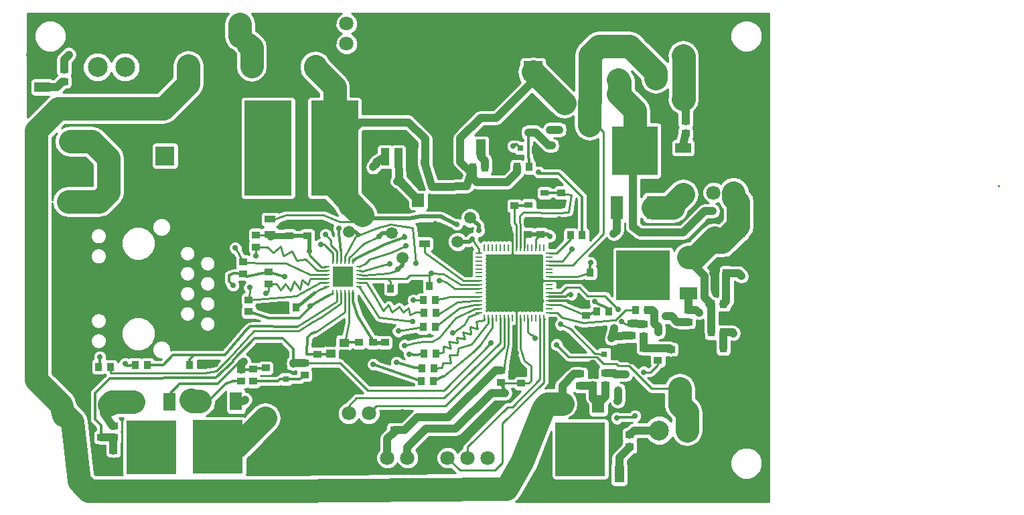
<source format=gtl>
G04 #@! TF.FileFunction,Copper,L1,Top,Signal*
%FSLAX46Y46*%
G04 Gerber Fmt 4.6, Leading zero omitted, Abs format (unit mm)*
G04 Created by KiCad (PCBNEW 4.0.6-e0-6349~53~ubuntu16.04.1) date Sat May 20 22:39:52 2017*
%MOMM*%
%LPD*%
G01*
G04 APERTURE LIST*
%ADD10C,0.150000*%
%ADD11C,0.600000*%
%ADD12R,1.000760X0.899160*%
%ADD13R,0.899160X1.000760*%
%ADD14R,1.397000X0.889000*%
%ADD15C,1.800000*%
%ADD16R,6.000000X12.000000*%
%ADD17R,2.499360X2.499360*%
%ADD18O,0.248920X0.800100*%
%ADD19O,0.800100X0.248920*%
%ADD20R,0.250000X0.850000*%
%ADD21R,0.850000X0.250000*%
%ADD22R,7.150000X7.150000*%
%ADD23C,0.780000*%
%ADD24R,10.800000X1.910000*%
%ADD25R,1.070000X2.160000*%
%ADD26R,8.330000X6.990000*%
%ADD27R,1.200000X1.100000*%
%ADD28R,1.000000X0.800000*%
%ADD29R,1.501140X1.000760*%
%ADD30R,1.549400X1.000760*%
%ADD31R,1.520000X1.680000*%
%ADD32R,1.000760X1.501140*%
%ADD33R,1.000760X1.549400*%
%ADD34R,1.250000X2.000000*%
%ADD35R,2.000000X1.250000*%
%ADD36C,1.500000*%
%ADD37R,1.000000X0.900000*%
%ADD38R,2.400000X2.400000*%
%ADD39C,2.400000*%
%ADD40R,0.900000X1.000000*%
%ADD41R,1.500000X2.300000*%
%ADD42R,6.230000X6.740000*%
%ADD43C,0.500000*%
%ADD44R,1.600000X3.000000*%
%ADD45R,5.800000X6.200000*%
%ADD46R,2.300000X1.500000*%
%ADD47R,6.740000X6.230000*%
%ADD48C,2.500000*%
%ADD49R,0.800100X0.800100*%
%ADD50C,0.700000*%
%ADD51C,0.250000*%
%ADD52C,0.300000*%
%ADD53C,0.800000*%
%ADD54C,0.500000*%
%ADD55C,0.700000*%
%ADD56C,0.400000*%
%ADD57C,1.000000*%
%ADD58C,3.000000*%
%ADD59C,0.350000*%
%ADD60C,0.600000*%
%ADD61C,0.200000*%
%ADD62C,0.254000*%
G04 APERTURE END LIST*
D10*
D11*
X177500000Y-81000000D03*
X177500000Y-82500000D03*
X177500000Y-84000000D03*
X174500000Y-84000000D03*
X175500000Y-85500000D03*
X174500000Y-85500000D03*
X175500000Y-84000000D03*
X176500000Y-84000000D03*
X176500000Y-82500000D03*
X164000000Y-69000000D03*
X163000000Y-67500000D03*
X162000000Y-66500000D03*
X155500000Y-68000000D03*
X154500000Y-67000000D03*
X153500000Y-66000000D03*
X152500000Y-65000000D03*
X154200000Y-63000000D03*
X155700000Y-63000000D03*
X151200000Y-61000000D03*
X152700000Y-61000000D03*
X155700000Y-61000000D03*
X154200000Y-61000000D03*
X148200000Y-61000000D03*
X149700000Y-61000000D03*
X146700000Y-61000000D03*
X145200000Y-61000000D03*
X143700000Y-61500000D03*
X142200000Y-61500000D03*
X142200000Y-63500000D03*
X143700000Y-63500000D03*
X141200000Y-67500000D03*
X142700000Y-67500000D03*
X144200000Y-65500000D03*
X142700000Y-65500000D03*
X141200000Y-65500000D03*
X144200000Y-67500000D03*
X118200000Y-60000000D03*
X121200000Y-60000000D03*
X119700000Y-60000000D03*
X119200000Y-65500000D03*
X120700000Y-65500000D03*
X117700000Y-65500000D03*
X116200000Y-65500000D03*
X114700000Y-65500000D03*
X113200000Y-65000000D03*
X111700000Y-65000000D03*
X110200000Y-65000000D03*
X110200000Y-60000000D03*
X108700000Y-60000000D03*
X104200000Y-60000000D03*
X105700000Y-60000000D03*
X107200000Y-60000000D03*
X113200000Y-71000000D03*
X113200000Y-69000000D03*
X110200000Y-67000000D03*
X111700000Y-67000000D03*
X113200000Y-67000000D03*
X111700000Y-69000000D03*
X110200000Y-69000000D03*
X108700000Y-69000000D03*
X112200000Y-73000000D03*
X112200000Y-75000000D03*
X108700000Y-71000000D03*
X110200000Y-71000000D03*
X107200000Y-71000000D03*
X105700000Y-71000000D03*
X111700000Y-71000000D03*
X110700000Y-81500000D03*
X112200000Y-81500000D03*
X112200000Y-79500000D03*
X112200000Y-77500000D03*
X106200000Y-79500000D03*
X107700000Y-79500000D03*
X106200000Y-77500000D03*
X107700000Y-77500000D03*
X110700000Y-77500000D03*
X109200000Y-77500000D03*
X110700000Y-79500000D03*
X109200000Y-79500000D03*
X103200000Y-79500000D03*
X104700000Y-79500000D03*
X103200000Y-77500000D03*
X104700000Y-77500000D03*
X101700000Y-77500000D03*
X101700000Y-75500000D03*
X100200000Y-77500000D03*
X100200000Y-75500000D03*
X107500000Y-65000000D03*
X103000000Y-68000000D03*
X104500000Y-68000000D03*
X105500000Y-67000000D03*
X126000000Y-70000000D03*
X126000000Y-68000000D03*
X126000000Y-66000000D03*
X112700000Y-83000000D03*
X114200000Y-83000000D03*
X101700000Y-79500000D03*
X100200000Y-79500000D03*
X101700000Y-81500000D03*
X100200000Y-81500000D03*
X179200000Y-117000000D03*
X177700000Y-117000000D03*
X176200000Y-117000000D03*
X173200000Y-117000000D03*
X174700000Y-117000000D03*
X173200000Y-115000000D03*
X173200000Y-113000000D03*
X174700000Y-113000000D03*
X174700000Y-115000000D03*
X174700000Y-110500000D03*
X174700000Y-106500000D03*
X174700000Y-108500000D03*
X173200000Y-108500000D03*
X173200000Y-106500000D03*
X173200000Y-110500000D03*
X176200000Y-100000000D03*
X176200000Y-102000000D03*
X176200000Y-110500000D03*
X176200000Y-106500000D03*
X176200000Y-108500000D03*
X176200000Y-104500000D03*
X177700000Y-104500000D03*
X177700000Y-108500000D03*
X177700000Y-106500000D03*
X177700000Y-110500000D03*
X177700000Y-102000000D03*
X177700000Y-100000000D03*
X179200000Y-90000000D03*
X179200000Y-92000000D03*
X179200000Y-96000000D03*
X179200000Y-94000000D03*
X179200000Y-100000000D03*
X179200000Y-102000000D03*
X179200000Y-98000000D03*
X179200000Y-110500000D03*
X179200000Y-106500000D03*
X179200000Y-108500000D03*
X179200000Y-104500000D03*
X179200000Y-77500000D03*
X179200000Y-81500000D03*
X179200000Y-79500000D03*
X179200000Y-85500000D03*
X179200000Y-87500000D03*
X179200000Y-83500000D03*
X179200000Y-71000000D03*
X177700000Y-71000000D03*
X179200000Y-75000000D03*
X179200000Y-73000000D03*
X177700000Y-73000000D03*
X177700000Y-67000000D03*
X179200000Y-67000000D03*
X179200000Y-69000000D03*
X177700000Y-69000000D03*
X177700000Y-65000000D03*
X179200000Y-65000000D03*
X179200000Y-63000000D03*
D12*
X132300000Y-99251840D03*
X132300000Y-97748160D03*
X130800000Y-99201840D03*
X130800000Y-97698160D03*
X129000000Y-99201840D03*
X129000000Y-97698160D03*
X123750000Y-99201840D03*
X123750000Y-97698160D03*
X122500000Y-82748160D03*
X122500000Y-84251840D03*
X133500000Y-107268160D03*
X133500000Y-108771840D03*
X149550000Y-101398160D03*
X149550000Y-102901840D03*
X157750000Y-92798160D03*
X157750000Y-94301840D03*
D13*
X136448160Y-90600000D03*
X137951840Y-90600000D03*
X159751840Y-88900000D03*
X158248160Y-88900000D03*
D14*
X137300000Y-85252500D03*
X137300000Y-83347500D03*
D12*
X120200000Y-82748160D03*
X120200000Y-84251840D03*
D13*
X134551840Y-90900000D03*
X133048160Y-90900000D03*
D12*
X152000000Y-82548160D03*
X152000000Y-84051840D03*
X148675000Y-78948160D03*
X148675000Y-80451840D03*
X154600000Y-80301840D03*
X154600000Y-78798160D03*
X150400000Y-82548160D03*
X150400000Y-84051840D03*
D14*
X117800000Y-82147500D03*
X117800000Y-84052500D03*
D15*
X142759680Y-112320000D03*
X145299680Y-112320000D03*
X132620000Y-112320000D03*
X135160000Y-112320000D03*
X140229840Y-112320000D03*
X137689840Y-112320000D03*
D16*
X125950000Y-73150000D03*
X117550000Y-73150000D03*
D17*
X127010000Y-89430000D03*
D18*
X125760320Y-91428980D03*
X126260700Y-91428980D03*
X126761080Y-91428980D03*
X127258920Y-91428980D03*
X127759300Y-91428980D03*
X128259680Y-91428980D03*
D19*
X129008980Y-90679680D03*
X129008980Y-90179300D03*
X129008980Y-89678920D03*
X129008980Y-89181080D03*
X129008980Y-88680700D03*
X129008980Y-88180320D03*
D18*
X128259680Y-87431020D03*
X127759300Y-87431020D03*
X127258920Y-87431020D03*
X126761080Y-87431020D03*
X126260700Y-87431020D03*
X125760320Y-87431020D03*
D19*
X125011020Y-88180320D03*
X125011020Y-88680700D03*
X125011020Y-89181080D03*
X125011020Y-89678920D03*
X125011020Y-90179300D03*
X125011020Y-90679680D03*
D11*
X127010000Y-89430000D03*
X126248000Y-88668000D03*
X126248000Y-90192000D03*
X127772000Y-88668000D03*
X127772000Y-90192000D03*
D20*
X151910000Y-94640000D03*
X152410000Y-94640000D03*
X148910000Y-94640000D03*
X149410000Y-94640000D03*
X150410000Y-94640000D03*
X149910000Y-94640000D03*
X151410000Y-94640000D03*
X150910000Y-94640000D03*
X146910000Y-94640000D03*
X147410000Y-94640000D03*
X148410000Y-94640000D03*
X147910000Y-94640000D03*
X145910000Y-94640000D03*
X146410000Y-94640000D03*
X145410000Y-94640000D03*
X144910000Y-94640000D03*
D21*
X144210000Y-93940000D03*
X144210000Y-93440000D03*
X144210000Y-92440000D03*
X144210000Y-92940000D03*
X144210000Y-90940000D03*
X144210000Y-90440000D03*
X144210000Y-91440000D03*
X144210000Y-91940000D03*
X144210000Y-87940000D03*
X144210000Y-87440000D03*
X144210000Y-88940000D03*
X144210000Y-88440000D03*
X144210000Y-89440000D03*
X144210000Y-89940000D03*
X144210000Y-86440000D03*
X144210000Y-86940000D03*
D20*
X144910000Y-85740000D03*
X145410000Y-85740000D03*
X146410000Y-85740000D03*
X145910000Y-85740000D03*
X147910000Y-85740000D03*
X148410000Y-85740000D03*
X147410000Y-85740000D03*
X146910000Y-85740000D03*
X150910000Y-85740000D03*
X151410000Y-85740000D03*
X149910000Y-85740000D03*
X150410000Y-85740000D03*
X149410000Y-85740000D03*
X148910000Y-85740000D03*
X152410000Y-85740000D03*
X151910000Y-85740000D03*
D21*
X153110000Y-86940000D03*
X153110000Y-86440000D03*
X153110000Y-89940000D03*
X153110000Y-89440000D03*
X153110000Y-88440000D03*
X153110000Y-88920000D03*
X153110000Y-87440000D03*
X153110000Y-87940000D03*
X153110000Y-91940000D03*
X153110000Y-91440000D03*
X153110000Y-90440000D03*
X153110000Y-90940000D03*
X153110000Y-92940000D03*
X153110000Y-92440000D03*
X153110000Y-93440000D03*
X153110000Y-93940000D03*
D22*
X148660000Y-90190000D03*
D23*
X140200000Y-61260000D03*
X131200000Y-61260000D03*
X138700000Y-65760000D03*
X138700000Y-64260000D03*
X138700000Y-62760000D03*
X138700000Y-61260000D03*
X135700000Y-65760000D03*
X135700000Y-64260000D03*
X135700000Y-62760000D03*
X135700000Y-61260000D03*
X137200000Y-61260000D03*
X137200000Y-62760000D03*
X137200000Y-64260000D03*
X137200000Y-65760000D03*
X134200000Y-65760000D03*
X134200000Y-64260000D03*
X134200000Y-62760000D03*
X134200000Y-61260000D03*
X132700000Y-61260000D03*
X132700000Y-62760000D03*
X132700000Y-64260000D03*
D24*
X135700000Y-61050000D03*
D25*
X137400000Y-74260000D03*
X139100000Y-74260000D03*
X135700000Y-74260000D03*
X134000000Y-74260000D03*
X132300000Y-74260000D03*
D26*
X135700000Y-63585000D03*
D23*
X132700000Y-65760000D03*
D27*
X127150000Y-97750000D03*
X125450000Y-97750000D03*
X127150000Y-99150000D03*
X125450000Y-99150000D03*
D28*
X150500000Y-80350000D03*
X152500000Y-80350000D03*
X150500000Y-78850000D03*
X152500000Y-78850000D03*
D29*
X158185240Y-70286960D03*
D30*
X158175080Y-73213040D03*
D31*
X133130000Y-79770000D03*
X136530000Y-79770000D03*
D32*
X169586960Y-103554760D03*
D33*
X172513040Y-103564920D03*
D34*
X144425000Y-73050000D03*
X147175000Y-73050000D03*
D35*
X88990000Y-65445000D03*
X88990000Y-62695000D03*
X170000000Y-73125000D03*
X170000000Y-75875000D03*
D34*
X161935000Y-114420000D03*
X164685000Y-114420000D03*
D36*
X127800000Y-83700000D03*
X133200000Y-83900000D03*
X134500000Y-87000000D03*
X143100000Y-82000000D03*
X141500000Y-85000000D03*
D12*
X117260000Y-99448160D03*
D37*
X117260000Y-100951840D03*
D38*
X104510000Y-74140000D03*
D39*
X109510000Y-74140000D03*
D38*
X151040000Y-63370000D03*
D39*
X146040000Y-63370000D03*
D12*
X97980000Y-112901840D03*
D37*
X97980000Y-111398160D03*
D12*
X158620000Y-101658160D03*
D37*
X158620000Y-103161840D03*
D12*
X168470000Y-100111840D03*
D37*
X168470000Y-98608160D03*
D13*
X173598160Y-98450000D03*
D40*
X175101840Y-98450000D03*
D13*
X173968160Y-90980000D03*
D40*
X175471840Y-90980000D03*
D15*
X125200000Y-106700000D03*
X127740000Y-106700000D03*
X130280000Y-106700000D03*
X127460000Y-59959840D03*
X127460000Y-57419840D03*
D41*
X159300000Y-105470000D03*
X154740000Y-105470000D03*
D42*
X157020000Y-111220000D03*
D43*
X154520000Y-113720000D03*
X154520000Y-112720000D03*
X154520000Y-111720000D03*
X154520000Y-110720000D03*
X154520000Y-109720000D03*
X154520000Y-108720000D03*
X155520000Y-113720000D03*
X155520000Y-112720000D03*
X155520000Y-111720000D03*
X155520000Y-110720000D03*
X155520000Y-109720000D03*
X155520000Y-108720000D03*
X156520000Y-108720000D03*
X156520000Y-109720000D03*
X156520000Y-110720000D03*
X156520000Y-111720000D03*
X156520000Y-112720000D03*
X156520000Y-113720000D03*
X157520000Y-113720000D03*
X157520000Y-112720000D03*
X157520000Y-111720000D03*
X157520000Y-110720000D03*
X157520000Y-109720000D03*
X157520000Y-108720000D03*
X158520000Y-108720000D03*
X158520000Y-109720000D03*
X158520000Y-110720000D03*
X158520000Y-111720000D03*
X158520000Y-112720000D03*
X158520000Y-113720000D03*
X159520000Y-113720000D03*
X159520000Y-112720000D03*
X159520000Y-111720000D03*
X159520000Y-110720000D03*
X159520000Y-109720000D03*
X159520000Y-108720000D03*
D41*
X105040000Y-105270000D03*
X100480000Y-105270000D03*
D42*
X102760000Y-111020000D03*
D43*
X100260000Y-113520000D03*
X100260000Y-112520000D03*
X100260000Y-111520000D03*
X100260000Y-110520000D03*
X100260000Y-109520000D03*
X100260000Y-108520000D03*
X101260000Y-113520000D03*
X101260000Y-112520000D03*
X101260000Y-111520000D03*
X101260000Y-110520000D03*
X101260000Y-109520000D03*
X101260000Y-108520000D03*
X102260000Y-108520000D03*
X102260000Y-109520000D03*
X102260000Y-110520000D03*
X102260000Y-111520000D03*
X102260000Y-112520000D03*
X102260000Y-113520000D03*
X103260000Y-113520000D03*
X103260000Y-112520000D03*
X103260000Y-111520000D03*
X103260000Y-110520000D03*
X103260000Y-109520000D03*
X103260000Y-108520000D03*
X104260000Y-108520000D03*
X104260000Y-109520000D03*
X104260000Y-110520000D03*
X104260000Y-111520000D03*
X104260000Y-112520000D03*
X104260000Y-113520000D03*
X105260000Y-113520000D03*
X105260000Y-112520000D03*
X105260000Y-111520000D03*
X105260000Y-110520000D03*
X105260000Y-109520000D03*
X105260000Y-108520000D03*
D41*
X113490000Y-105190000D03*
X108930000Y-105190000D03*
D42*
X111210000Y-110940000D03*
D43*
X108710000Y-113440000D03*
X108710000Y-112440000D03*
X108710000Y-111440000D03*
X108710000Y-110440000D03*
X108710000Y-109440000D03*
X108710000Y-108440000D03*
X109710000Y-113440000D03*
X109710000Y-112440000D03*
X109710000Y-111440000D03*
X109710000Y-110440000D03*
X109710000Y-109440000D03*
X109710000Y-108440000D03*
X110710000Y-108440000D03*
X110710000Y-109440000D03*
X110710000Y-110440000D03*
X110710000Y-111440000D03*
X110710000Y-112440000D03*
X110710000Y-113440000D03*
X111710000Y-113440000D03*
X111710000Y-112440000D03*
X111710000Y-111440000D03*
X111710000Y-110440000D03*
X111710000Y-109440000D03*
X111710000Y-108440000D03*
X112710000Y-108440000D03*
X112710000Y-109440000D03*
X112710000Y-110440000D03*
X112710000Y-111440000D03*
X112710000Y-112440000D03*
X112710000Y-113440000D03*
X113710000Y-113440000D03*
X113710000Y-112440000D03*
X113710000Y-111440000D03*
X113710000Y-110440000D03*
X113710000Y-109440000D03*
X113710000Y-108440000D03*
D44*
X161615000Y-80670000D03*
X166185000Y-80670000D03*
D45*
X163900000Y-73490000D03*
D43*
X166400000Y-70980000D03*
X166400000Y-71980000D03*
X166400000Y-72980000D03*
X166400000Y-73980000D03*
X166400000Y-74980000D03*
X166400000Y-75980000D03*
X165400000Y-70980000D03*
X165400000Y-71980000D03*
X165400000Y-72980000D03*
X165400000Y-73980000D03*
X165400000Y-74980000D03*
X165400000Y-75980000D03*
X164400000Y-75980000D03*
X164400000Y-74980000D03*
X164400000Y-73980000D03*
X164400000Y-72980000D03*
X164400000Y-71980000D03*
X164400000Y-70980000D03*
X163400000Y-70980000D03*
X163400000Y-71980000D03*
X163400000Y-72980000D03*
X163400000Y-73980000D03*
X163400000Y-74980000D03*
X163400000Y-75980000D03*
X162400000Y-75980000D03*
X162400000Y-74980000D03*
X162400000Y-73980000D03*
X162400000Y-72980000D03*
X162400000Y-71980000D03*
X162400000Y-70980000D03*
X161400000Y-70980000D03*
X161400000Y-71980000D03*
X161400000Y-72980000D03*
X161400000Y-73980000D03*
X161400000Y-74980000D03*
X161400000Y-75980000D03*
D46*
X170690000Y-91490000D03*
X170690000Y-86930000D03*
D47*
X164940000Y-89210000D03*
D43*
X162440000Y-86710000D03*
X163440000Y-86710000D03*
X164440000Y-86710000D03*
X165440000Y-86710000D03*
X166440000Y-86710000D03*
X167440000Y-86710000D03*
X162440000Y-87710000D03*
X163440000Y-87710000D03*
X164440000Y-87710000D03*
X165440000Y-87710000D03*
X166440000Y-87710000D03*
X167440000Y-87710000D03*
X167440000Y-88710000D03*
X166440000Y-88710000D03*
X165440000Y-88710000D03*
X164440000Y-88710000D03*
X163440000Y-88710000D03*
X162440000Y-88710000D03*
X162440000Y-89710000D03*
X163440000Y-89710000D03*
X164440000Y-89710000D03*
X165440000Y-89710000D03*
X166440000Y-89710000D03*
X167440000Y-89710000D03*
X167440000Y-90710000D03*
X166440000Y-90710000D03*
X165440000Y-90710000D03*
X164440000Y-90710000D03*
X163440000Y-90710000D03*
X162440000Y-90710000D03*
X162440000Y-91710000D03*
X163440000Y-91710000D03*
X164440000Y-91710000D03*
X165440000Y-91710000D03*
X166440000Y-91710000D03*
X167440000Y-91710000D03*
D15*
X127729840Y-112590000D03*
X125189840Y-112590000D03*
X173850160Y-78790000D03*
X176390160Y-78790000D03*
D48*
X158269940Y-64520000D03*
X161770060Y-64520000D03*
X166559940Y-64320000D03*
X170060060Y-64320000D03*
X120700060Y-107290000D03*
X117199940Y-107290000D03*
X92510000Y-75820060D03*
X92510000Y-72319940D03*
X119999940Y-62850000D03*
X123500060Y-62850000D03*
X111949940Y-62800000D03*
X115450060Y-62800000D03*
X103949940Y-62750000D03*
X107450060Y-62750000D03*
X95979940Y-62920000D03*
X99480060Y-62920000D03*
X170490060Y-108850000D03*
X166989940Y-108850000D03*
D13*
X157271840Y-84160000D03*
X155768160Y-84160000D03*
X165511840Y-93680000D03*
X164008160Y-93680000D03*
D12*
X115660000Y-102631840D03*
X115660000Y-101128160D03*
D13*
X173968160Y-88960000D03*
X175471840Y-88960000D03*
X175101840Y-92900000D03*
X173598160Y-92900000D03*
X150511840Y-75550000D03*
X149008160Y-75550000D03*
D12*
X170670000Y-95141840D03*
X170670000Y-93638160D03*
X163260000Y-110901840D03*
X163260000Y-109398160D03*
X170320000Y-71301840D03*
X170320000Y-69798160D03*
X91750000Y-64731840D03*
X91750000Y-63228160D03*
D13*
X175101840Y-96470000D03*
X173598160Y-96470000D03*
D12*
X165010000Y-96921840D03*
X165010000Y-95418160D03*
X165020000Y-99951840D03*
X165020000Y-98448160D03*
X166830000Y-98488160D03*
X166830000Y-99991840D03*
D13*
X144951840Y-75600000D03*
X143448160Y-75600000D03*
D12*
X160230000Y-101598160D03*
X160230000Y-103101840D03*
X157020000Y-103211840D03*
X157020000Y-101708160D03*
X114160000Y-101138160D03*
X114160000Y-102641840D03*
D13*
X175101840Y-94680000D03*
X173598160Y-94680000D03*
D12*
X96430000Y-111211840D03*
X96430000Y-109708160D03*
X98030000Y-109751840D03*
X98030000Y-108248160D03*
X122150000Y-101831840D03*
X122150000Y-100328160D03*
X163500000Y-96851840D03*
X163500000Y-95348160D03*
D13*
X109151840Y-100600000D03*
X107648160Y-100600000D03*
X102261840Y-100580000D03*
X100758160Y-100580000D03*
D12*
X147000000Y-101248160D03*
X147000000Y-102751840D03*
D13*
X96118160Y-100830000D03*
X97621840Y-100830000D03*
D12*
X114400000Y-87548160D03*
X114400000Y-89051840D03*
X116000000Y-85651840D03*
X116000000Y-84148160D03*
X115100000Y-92348160D03*
X115100000Y-93851840D03*
X117600000Y-90351840D03*
X117600000Y-88848160D03*
D13*
X138651840Y-95800000D03*
X137148160Y-95800000D03*
X138751840Y-94000000D03*
X137248160Y-94000000D03*
X138651840Y-92400000D03*
X137148160Y-92400000D03*
X159098160Y-93830000D03*
X160601840Y-93830000D03*
X119548160Y-93300000D03*
X121051840Y-93300000D03*
X138451840Y-102600000D03*
X136948160Y-102600000D03*
X138501840Y-101000000D03*
X136998160Y-101000000D03*
X138751840Y-99150000D03*
X137248160Y-99150000D03*
D49*
X166850000Y-96440000D03*
X168750000Y-96440000D03*
X167800000Y-94440000D03*
X153420000Y-72830000D03*
X155320000Y-72830000D03*
X154370000Y-70830000D03*
X149480000Y-73170000D03*
X151380000Y-73170000D03*
X150430000Y-71170000D03*
X120720000Y-100380000D03*
X118820000Y-100380000D03*
X119770000Y-102380000D03*
X161800000Y-103760000D03*
X163700000Y-103760000D03*
X162750000Y-101760000D03*
X160050000Y-99200000D03*
X161950000Y-99200000D03*
X161000000Y-97200000D03*
D11*
X177700000Y-63000000D03*
X125000000Y-64500000D03*
X170000000Y-62000000D03*
X98500000Y-105500000D03*
X106500000Y-66000000D03*
X176500000Y-81000000D03*
D50*
X119600000Y-89400000D03*
X113100000Y-90500000D03*
X122770000Y-86170000D03*
X122900000Y-93150000D03*
X144200000Y-83600000D03*
X134800000Y-84400000D03*
X155950000Y-85950000D03*
X143325000Y-84650000D03*
X135000000Y-85500000D03*
X134800000Y-98100000D03*
X131600000Y-84300000D03*
X133975000Y-88500000D03*
X140900000Y-96500000D03*
X93000000Y-57110000D03*
X174370000Y-87720000D03*
X176280000Y-94610000D03*
X167720000Y-77910000D03*
X173990000Y-103200000D03*
X172620000Y-101490000D03*
X172620000Y-101500000D03*
X165400000Y-116800000D03*
X147010000Y-79640000D03*
X157430000Y-74880000D03*
X154720000Y-74330000D03*
X147220000Y-75630000D03*
X163390000Y-99860000D03*
X163770000Y-105230000D03*
X158590000Y-100380000D03*
X138390000Y-110140000D03*
X134560000Y-106650000D03*
X118830000Y-99150000D03*
X96380000Y-112610000D03*
X94450000Y-103100000D03*
X95440000Y-108510000D03*
X131430000Y-79700000D03*
X139250000Y-76220000D03*
X135710000Y-76540000D03*
X87450000Y-61410000D03*
X156420000Y-92870000D03*
X110900000Y-100500000D03*
X126300000Y-95800000D03*
X134600000Y-92300000D03*
X138670000Y-82750000D03*
X154350000Y-82100000D03*
X159550000Y-87400000D03*
X148950000Y-99050000D03*
X129500000Y-101200000D03*
X124000000Y-82800000D03*
X118300000Y-93300000D03*
X99470000Y-100440000D03*
X117300000Y-91500000D03*
X115200000Y-90800000D03*
X116000000Y-86800000D03*
X113400000Y-85800000D03*
X96280000Y-99580000D03*
X136200000Y-87700000D03*
X139200000Y-89900000D03*
X117800000Y-71400000D03*
X133900000Y-77380000D03*
X135400000Y-99200000D03*
X126500000Y-83300000D03*
X133800000Y-100250000D03*
X124800000Y-84100000D03*
X130850000Y-100500000D03*
X124200000Y-85350000D03*
X135800000Y-95100000D03*
X135900000Y-92400000D03*
X134000000Y-96300000D03*
X132900000Y-87800000D03*
X151340000Y-97170000D03*
X154010000Y-98020000D03*
X162260000Y-95040000D03*
X161800000Y-93540000D03*
X114460000Y-100150000D03*
X114630000Y-104950000D03*
X173740000Y-81110000D03*
X127850000Y-80350000D03*
X128650000Y-81000000D03*
X129450000Y-81600000D03*
X141400000Y-82800000D03*
X153150000Y-84300000D03*
X158300000Y-87650000D03*
X129400000Y-82700000D03*
X138200000Y-89000000D03*
X158860000Y-92520000D03*
X147500000Y-104100000D03*
X114000000Y-57500000D03*
X113995000Y-59005000D03*
X115000000Y-60000000D03*
X173620000Y-85040000D03*
X92350000Y-61350000D03*
X145760000Y-97780000D03*
X154550000Y-95450000D03*
X155830000Y-91690000D03*
X176390000Y-96590000D03*
X172010000Y-93980000D03*
X177390000Y-89340000D03*
X161250000Y-83990000D03*
X153170000Y-70830000D03*
X163920000Y-107040000D03*
X165000000Y-101500000D03*
X152890000Y-106480000D03*
X161630000Y-107290000D03*
X92260000Y-79910000D03*
X107820000Y-105030000D03*
X96790000Y-106680000D03*
X97450000Y-105610000D03*
X115500000Y-109000000D03*
X170000000Y-79000000D03*
X170000000Y-67000000D03*
X130820000Y-75550000D03*
X161270000Y-95940000D03*
X161740000Y-105160000D03*
X148530000Y-72920000D03*
X151770000Y-76200000D03*
D51*
X209888160Y-77981840D02*
X209888160Y-77880000D01*
X124300000Y-88200000D02*
X122770000Y-86670000D01*
X122770000Y-86670000D02*
X122770000Y-86170000D01*
X124715750Y-88200000D02*
X124300000Y-88200000D01*
X125011020Y-88180320D02*
X124735430Y-88180320D01*
X124735430Y-88180320D02*
X124715750Y-88200000D01*
D52*
X117600000Y-88848160D02*
X119551840Y-89448160D01*
X119551840Y-89448160D02*
X119600000Y-89400000D01*
X117600000Y-88848160D02*
X114796320Y-89448160D01*
X114796320Y-89448160D02*
X114400000Y-89051840D01*
D51*
X116000000Y-84148160D02*
X117704340Y-84148160D01*
X117704340Y-84148160D02*
X117800000Y-84052500D01*
D52*
X122900000Y-93150000D02*
X122900000Y-93300000D01*
X117648160Y-94700000D02*
X115100000Y-93851840D01*
X121500000Y-94700000D02*
X117648160Y-94700000D01*
X122900000Y-93300000D02*
X121500000Y-94700000D01*
X114400000Y-89051840D02*
X113200000Y-89000000D01*
X112600000Y-90000000D02*
X113100000Y-90500000D01*
X112600000Y-89200000D02*
X112600000Y-90000000D01*
X113200000Y-89000000D02*
X112600000Y-89200000D01*
D53*
X117800000Y-84052500D02*
X117800000Y-84400000D01*
X117800000Y-84400000D02*
X118351840Y-84251840D01*
X118351840Y-84251840D02*
X120200000Y-84251840D01*
D54*
X122770000Y-86170000D02*
X122770000Y-84421840D01*
X122770000Y-84421840D02*
X122500000Y-84251840D01*
D55*
X120230000Y-84280000D02*
X120550000Y-84301840D01*
D54*
X120550000Y-84301840D02*
X120620000Y-84231840D01*
X120620000Y-84231840D02*
X122500000Y-84251840D01*
D56*
X122838465Y-93112625D02*
X122838465Y-93104166D01*
D52*
X125220000Y-91748333D02*
X122838465Y-93104166D01*
D51*
X125760320Y-91428980D02*
X125220000Y-91748333D01*
D56*
X122900000Y-93150000D02*
X122838465Y-93112625D01*
D51*
X144210000Y-92940000D02*
X143650000Y-92950000D01*
X141700000Y-93400000D02*
X138651840Y-95800000D01*
X143650000Y-92950000D02*
X141700000Y-93400000D01*
D54*
X142800000Y-82100000D02*
X143200000Y-82100000D01*
X143200000Y-82100000D02*
X144200000Y-82900000D01*
X144200000Y-82900000D02*
X144200000Y-83600000D01*
D51*
X154800000Y-87450000D02*
X154800000Y-87450000D01*
D52*
X134740344Y-84201533D02*
X134740344Y-84201534D01*
X134800000Y-84400000D02*
X134740344Y-84201533D01*
X128259680Y-87431020D02*
X128790000Y-87020996D01*
X128790000Y-87020996D02*
X132550000Y-85300000D01*
X132550000Y-85300000D02*
X134860000Y-84410000D01*
D51*
X154800000Y-87450000D02*
X153110000Y-87440000D01*
X154800000Y-87450000D02*
X155950000Y-85950000D01*
D54*
X141900000Y-85000000D02*
X142975000Y-85000000D01*
X142975000Y-85000000D02*
X143325000Y-84650000D01*
D51*
X144210000Y-86440000D02*
X144210000Y-85950000D01*
X129820000Y-87782604D02*
X130388230Y-87176464D01*
X130388230Y-87176464D02*
X133075000Y-86375000D01*
X133075000Y-86375000D02*
X135000000Y-85500000D01*
X129820000Y-87782604D02*
X129008980Y-88180320D01*
X144210000Y-85950000D02*
X143325000Y-84650000D01*
D54*
X133200000Y-83900000D02*
X132000000Y-83900000D01*
X132000000Y-83900000D02*
X131600000Y-84300000D01*
D51*
X144210000Y-93440000D02*
X143700000Y-93450000D01*
X143700000Y-93450000D02*
X141200000Y-94700000D01*
X141200000Y-94700000D02*
X139200000Y-97100000D01*
X139200000Y-97100000D02*
X138300000Y-97600000D01*
X138300000Y-97600000D02*
X137200000Y-97600000D01*
X137200000Y-97600000D02*
X136100000Y-97800000D01*
X136100000Y-97800000D02*
X134800000Y-98100000D01*
X131600000Y-84300000D02*
X129650000Y-85300000D01*
X127750000Y-87050000D02*
X127759300Y-87431020D01*
X127750000Y-87050000D02*
X129650000Y-85300000D01*
X143650000Y-92450000D02*
X144210000Y-92440000D01*
X143650000Y-92450000D02*
X141500000Y-92600000D01*
X141500000Y-92600000D02*
X139100000Y-94160000D01*
X138751840Y-94000000D02*
X139100000Y-94160000D01*
X144210000Y-91940000D02*
X140500000Y-91950000D01*
X140480000Y-91970000D02*
X140000000Y-92100000D01*
X138960000Y-92280000D02*
X138651840Y-92400000D01*
X140000000Y-92100000D02*
X138960000Y-92280000D01*
X140500000Y-91950000D02*
X140480000Y-91970000D01*
D54*
X134500000Y-87100000D02*
X134500000Y-87975000D01*
X134500000Y-87975000D02*
X133975000Y-88500000D01*
D51*
X132800000Y-88950000D02*
X133825000Y-88650000D01*
X129600000Y-89200000D02*
X132800000Y-88950000D01*
X129008980Y-89181080D02*
X129600000Y-89200000D01*
X133825000Y-88650000D02*
X133975000Y-88500000D01*
X144210000Y-93940000D02*
X142930000Y-94500000D01*
X142930000Y-94500000D02*
X142300000Y-95500000D01*
X140900000Y-96500000D02*
X142317385Y-95513700D01*
X142300000Y-95500000D02*
X142317385Y-95513700D01*
X133975000Y-88500000D02*
X133994515Y-88484353D01*
X139550000Y-100900000D02*
X139650000Y-100300000D01*
X145420000Y-94620000D02*
X145411340Y-94628660D01*
X145410000Y-95280000D02*
X143300000Y-98000000D01*
X139550000Y-100900000D02*
X138501840Y-101000000D01*
X141600000Y-98450000D02*
X141450000Y-99350000D01*
X143300000Y-98000000D02*
X141600000Y-98450000D01*
X145410000Y-95280000D02*
X145411340Y-94628660D01*
X140500000Y-99350000D02*
X141450000Y-99350000D01*
X140650000Y-100350000D02*
X140500000Y-99350000D01*
X139650000Y-100300000D02*
X140650000Y-100350000D01*
X145910000Y-95850000D02*
X145910000Y-94650000D01*
X145910035Y-95809505D02*
X145910000Y-95850000D01*
X145910000Y-95850000D02*
X144350000Y-98040000D01*
X144350000Y-98040000D02*
X143400000Y-99000000D01*
X143400000Y-99000000D02*
X139700000Y-102050000D01*
D52*
X139700000Y-102050000D02*
X138451840Y-102600000D01*
D51*
X144910000Y-94640000D02*
X144900000Y-94950000D01*
X144900000Y-94950000D02*
X143850000Y-95100000D01*
X143850000Y-95100000D02*
X144000000Y-96000000D01*
X144000000Y-96000000D02*
X143100000Y-95750000D01*
X143100000Y-95750000D02*
X143200000Y-96700000D01*
X143200000Y-96700000D02*
X142200000Y-96400000D01*
X142200000Y-96400000D02*
X142400000Y-97300000D01*
X142400000Y-97300000D02*
X141400000Y-97100000D01*
X141400000Y-97100000D02*
X141500000Y-97800000D01*
X141500000Y-97800000D02*
X140400000Y-97600000D01*
X140400000Y-97600000D02*
X140600000Y-98500000D01*
X140600000Y-98500000D02*
X139700000Y-98200000D01*
X139700000Y-98200000D02*
X139700000Y-99000000D01*
X139700000Y-99000000D02*
X138751840Y-99150000D01*
D57*
X103949940Y-62750000D02*
X103949940Y-61269940D01*
X99790000Y-57110000D02*
X93000000Y-57110000D01*
X103949940Y-61269940D02*
X99790000Y-57110000D01*
X173968160Y-88960000D02*
X173968160Y-88121840D01*
X173968160Y-88121840D02*
X174370000Y-87720000D01*
X173968160Y-90980000D02*
X173968160Y-89078158D01*
X173968160Y-89078158D02*
X173850002Y-88960000D01*
X173850002Y-88960000D02*
X173968160Y-88960000D01*
X175101840Y-94680000D02*
X176210000Y-94680000D01*
X176210000Y-94680000D02*
X176280000Y-94610000D01*
X173598160Y-98450000D02*
X173598160Y-98971840D01*
X173598160Y-98971840D02*
X172610000Y-99960000D01*
X170000000Y-75875000D02*
X168765000Y-76865000D01*
X168765000Y-76865000D02*
X167720000Y-77910000D01*
X168750000Y-96440760D02*
X169090760Y-96440760D01*
X169090760Y-96440760D02*
X172610000Y-99960000D01*
X172610000Y-99960000D02*
X172620000Y-99970000D01*
X172620000Y-99970000D02*
X172620000Y-101500000D01*
D58*
X172620000Y-101500000D02*
X173190000Y-101500000D01*
X173990000Y-102300000D02*
X173990000Y-103200000D01*
X173190000Y-101500000D02*
X173990000Y-102300000D01*
X172620000Y-101500000D02*
X172620000Y-101490000D01*
D57*
X168470000Y-100111840D02*
X171241840Y-100111840D01*
X171241840Y-100111840D02*
X172620000Y-101490000D01*
X172513040Y-103564920D02*
X172513040Y-101606960D01*
X172513040Y-101606960D02*
X172620000Y-101500000D01*
X164685000Y-114420000D02*
X164685000Y-116155000D01*
X164685000Y-116155000D02*
X165400000Y-116800000D01*
X148675000Y-78948160D02*
X147701840Y-78948160D01*
X147701840Y-78948160D02*
X147010000Y-79640000D01*
X151380000Y-73170760D02*
X151380000Y-73620000D01*
X152640000Y-74880000D02*
X156390000Y-74880000D01*
X151380000Y-73620000D02*
X152640000Y-74880000D01*
D58*
X157430000Y-74880000D02*
X156390000Y-74880000D01*
D57*
X158335080Y-73974920D02*
X157430000Y-74880000D01*
X158175080Y-73213040D02*
X158335080Y-73974920D01*
D58*
X156390000Y-74880000D02*
X156320000Y-74810000D01*
D57*
X155320000Y-72830760D02*
X155320000Y-73730000D01*
X155320000Y-73730000D02*
X154720000Y-74330000D01*
X147175000Y-73050000D02*
X147175000Y-75585000D01*
X147175000Y-75585000D02*
X147220000Y-75630000D01*
X165020000Y-99951840D02*
X163481840Y-99951840D01*
X163370000Y-99840000D02*
X163390000Y-99860000D01*
X163370000Y-99840000D02*
X161950000Y-99200760D01*
X163481840Y-99951840D02*
X163390000Y-99860000D01*
X163700000Y-103760760D02*
X163700000Y-105160000D01*
X163700000Y-105160000D02*
X163770000Y-105230000D01*
X158620000Y-101658160D02*
X158620000Y-100410000D01*
X158620000Y-100410000D02*
X158590000Y-100380000D01*
X137689840Y-112320000D02*
X137689840Y-110840160D01*
X137689840Y-110840160D02*
X138390000Y-110140000D01*
X133500000Y-107268160D02*
X133941840Y-107268160D01*
X133941840Y-107268160D02*
X134560000Y-106650000D01*
D52*
X153110000Y-92440000D02*
X155340000Y-92440000D01*
X156117740Y-92696058D02*
X156420000Y-92870000D01*
X155340000Y-92440000D02*
X156117740Y-92696058D01*
X117260000Y-99448160D02*
X118531840Y-99448160D01*
X118531840Y-99448160D02*
X118830000Y-99150000D01*
X118820000Y-100379240D02*
X118820000Y-99160000D01*
X118820000Y-99160000D02*
X118830000Y-99150000D01*
X94450000Y-103100000D02*
X94450000Y-103100000D01*
X94860000Y-107320000D02*
X94450000Y-103100000D01*
X95440000Y-108510000D02*
X94860000Y-107320000D01*
D57*
X97980000Y-112901840D02*
X96671840Y-112901840D01*
X96430000Y-112560000D02*
X96380000Y-112610000D01*
X96430000Y-112560000D02*
X96430000Y-111211840D01*
X96671840Y-112901840D02*
X96380000Y-112610000D01*
X133130000Y-79770000D02*
X131480000Y-79650000D01*
X131480000Y-79650000D02*
X131430000Y-79700000D01*
X139100000Y-74260000D02*
X139250000Y-76220000D01*
X135700000Y-74260000D02*
X135710000Y-76540000D01*
X88990000Y-62695000D02*
X87450000Y-61410000D01*
D51*
X157750000Y-92798160D02*
X156651840Y-92798160D01*
X156651840Y-92798160D02*
X156420000Y-92870000D01*
D52*
X109151840Y-100600000D02*
X110800000Y-100600000D01*
X110800000Y-100600000D02*
X110900000Y-100500000D01*
D51*
X148925000Y-99175000D02*
X148825000Y-98925000D01*
X148825000Y-98925000D02*
X148950000Y-99050000D01*
X148900000Y-95000000D02*
X148925000Y-99175000D01*
D59*
X129000000Y-99201840D02*
X127201840Y-99201840D01*
X127201840Y-99201840D02*
X127150000Y-99150000D01*
X125450000Y-97750000D02*
X125550000Y-96600000D01*
X125550000Y-96600000D02*
X126250000Y-95850000D01*
D51*
X126250000Y-95850000D02*
X126300000Y-95800000D01*
D59*
X125450000Y-97750000D02*
X123801840Y-97750000D01*
D51*
X123801840Y-97750000D02*
X123750000Y-97698160D01*
X134551840Y-90900000D02*
X134551840Y-92251840D01*
X134551840Y-92251840D02*
X134600000Y-92300000D01*
X136448160Y-90600000D02*
X134851840Y-90600000D01*
X134851840Y-90600000D02*
X134551840Y-90900000D01*
D60*
X130800000Y-99201840D02*
X129100000Y-99301840D01*
X129100000Y-99301840D02*
X129000000Y-99201840D01*
D51*
X137300000Y-83347500D02*
X137300000Y-83200000D01*
X137300000Y-83200000D02*
X138670000Y-82750000D01*
D59*
X150500000Y-78850000D02*
X148773160Y-78850000D01*
X148773160Y-78850000D02*
X148675000Y-78948160D01*
D51*
X152000000Y-82548160D02*
X150400000Y-82548160D01*
X152000000Y-82548160D02*
X154300000Y-82200000D01*
X154300000Y-82200000D02*
X154350000Y-82100000D01*
X159751840Y-88900000D02*
X159790451Y-88101957D01*
X159790451Y-88101957D02*
X159450000Y-87300000D01*
X159450000Y-87300000D02*
X159550000Y-87400000D01*
X159800005Y-89900677D02*
X159800005Y-88948165D01*
X153990000Y-89940000D02*
X159800005Y-89900677D01*
X153110000Y-89940000D02*
X153990000Y-89940000D01*
X159800005Y-88948165D02*
X159751840Y-88900000D01*
D52*
X150500000Y-78850000D02*
X150650000Y-78850000D01*
X152150000Y-80350000D02*
X152500000Y-80350000D01*
X150650000Y-78850000D02*
X152150000Y-80350000D01*
D55*
X129000000Y-99201840D02*
X128900000Y-100900000D01*
X128900000Y-100900000D02*
X129500000Y-101200000D01*
D51*
X152225000Y-80175000D02*
X152275000Y-80175000D01*
D52*
X152451840Y-80351840D02*
X154600000Y-80301840D01*
D51*
X152275000Y-80175000D02*
X152451840Y-80351840D01*
X148410000Y-85740000D02*
X148400000Y-84000000D01*
X147700000Y-79250000D02*
X147701840Y-78948160D01*
X147700000Y-81650000D02*
X147700000Y-79250000D01*
X148400000Y-84000000D02*
X147700000Y-81650000D01*
X148950000Y-99050000D02*
X149550000Y-101398160D01*
X153110000Y-92440000D02*
X153400000Y-92450000D01*
X157450000Y-92800000D02*
X157750000Y-92798160D01*
X157370000Y-92800000D02*
X157450000Y-92800000D01*
X157554298Y-92538832D02*
X157370000Y-92800000D01*
X157510000Y-92510000D02*
X157554298Y-92538832D01*
X157500000Y-92500000D02*
X157510000Y-92510000D01*
X148900000Y-95000000D02*
X148901029Y-94648971D01*
X148901029Y-94648971D02*
X148910000Y-94640000D01*
X153110000Y-89940000D02*
X148910000Y-89940000D01*
X148910000Y-89940000D02*
X148660000Y-90190000D01*
X148910000Y-94640000D02*
X148910000Y-90440000D01*
X148910000Y-90440000D02*
X148660000Y-90190000D01*
X148410000Y-85740000D02*
X148410000Y-89940000D01*
X148410000Y-89940000D02*
X148660000Y-90190000D01*
D54*
X120550000Y-82798160D02*
X120220000Y-82768160D01*
X120220000Y-82768160D02*
X120200000Y-82748160D01*
X122500000Y-82748160D02*
X123200000Y-82550000D01*
X123200000Y-82550000D02*
X124000000Y-82800000D01*
D55*
X119548160Y-93300000D02*
X118300000Y-93300000D01*
D51*
X148900431Y-94969534D02*
X148900000Y-95000000D01*
D55*
X122500000Y-82748160D02*
X121474513Y-82741393D01*
X121474513Y-82741393D02*
X120550000Y-82798160D01*
X132300000Y-99251840D02*
X130800000Y-99402500D01*
D52*
X100758160Y-100580000D02*
X99670000Y-100640000D01*
X99670000Y-100640000D02*
X99470000Y-100440000D01*
D51*
X151910000Y-101210000D02*
X151910000Y-102370000D01*
X151910000Y-94640000D02*
X151910000Y-101210000D01*
X142759680Y-110940320D02*
X142759680Y-112320000D01*
X147810000Y-105890000D02*
X142759680Y-110940320D01*
X148390000Y-105890000D02*
X147810000Y-105890000D01*
X151910000Y-102370000D02*
X148390000Y-105890000D01*
X152410000Y-100750000D02*
X152410000Y-102770000D01*
X141789840Y-113880000D02*
X140229840Y-112320000D01*
X146220000Y-113880000D02*
X141789840Y-113880000D01*
X147190000Y-112910000D02*
X146220000Y-113880000D01*
X147190000Y-107990000D02*
X147190000Y-112910000D01*
X152410000Y-102770000D02*
X147190000Y-107990000D01*
X152410000Y-94640000D02*
X152410000Y-100750000D01*
X152410000Y-100750000D02*
X152410000Y-100810000D01*
X152410000Y-94640000D02*
X152450000Y-94800000D01*
X121800000Y-89800000D02*
X121600000Y-91000000D01*
X125011020Y-89678920D02*
X122900000Y-89700000D01*
X122900000Y-89700000D02*
X122600000Y-90400000D01*
X122600000Y-90400000D02*
X121800000Y-89800000D01*
X120800000Y-90000000D02*
X120400000Y-91200000D01*
X120400000Y-91200000D02*
X119700000Y-90300000D01*
X119700000Y-90300000D02*
X119100000Y-91100000D01*
X119100000Y-91100000D02*
X118600000Y-90300000D01*
X118600000Y-90300000D02*
X117600000Y-90351840D01*
X121600000Y-91000000D02*
X120800000Y-90000000D01*
X117600000Y-90351840D02*
X117600000Y-91200000D01*
X117600000Y-91200000D02*
X117300000Y-91500000D01*
X115100000Y-92348160D02*
X115200000Y-91300000D01*
X115200000Y-91300000D02*
X115200000Y-90800000D01*
X124160000Y-90190000D02*
X121100000Y-91900000D01*
X125011020Y-90179300D02*
X124160000Y-90190000D01*
X119200000Y-92000000D02*
X115100000Y-92348160D01*
X121100000Y-91900000D02*
X119200000Y-92000000D01*
X153110000Y-86440000D02*
X154010000Y-86440000D01*
X155768160Y-84681840D02*
X155768160Y-84160000D01*
X154010000Y-86440000D02*
X155768160Y-84681840D01*
X116000000Y-86800000D02*
X116000000Y-86400000D01*
X116000000Y-86400000D02*
X116000000Y-85651840D01*
X125011020Y-88680700D02*
X123780700Y-88680700D01*
X120600000Y-86200000D02*
X119500000Y-86800000D01*
X119500000Y-86800000D02*
X119100000Y-85600000D01*
X119100000Y-85600000D02*
X118200000Y-86400000D01*
X118200000Y-86400000D02*
X117400000Y-85700000D01*
X117400000Y-85700000D02*
X116000000Y-85651840D01*
X123780700Y-88680700D02*
X122300000Y-87200000D01*
X122300000Y-87200000D02*
X121200000Y-87400000D01*
X121200000Y-87400000D02*
X120600000Y-86200000D01*
X125011020Y-89181080D02*
X122881080Y-89181080D01*
X115200000Y-87600000D02*
X114400000Y-87548160D01*
X116500000Y-87700000D02*
X115200000Y-87600000D01*
X119800000Y-87700000D02*
X116500000Y-87700000D01*
X122881080Y-89181080D02*
X119800000Y-87700000D01*
X113448160Y-85848160D02*
X114400000Y-87548160D01*
X113400000Y-85800000D02*
X113448160Y-85848160D01*
D52*
X96118160Y-100830000D02*
X96310000Y-100250000D01*
X96310000Y-100250000D02*
X96280000Y-99580000D01*
D54*
X127800000Y-83700000D02*
X128500000Y-83700000D01*
X128500000Y-83700000D02*
X129001281Y-84201281D01*
X129001281Y-84201281D02*
X129001281Y-84201282D01*
D51*
X139300000Y-89800000D02*
X139200000Y-89900000D01*
X139350000Y-89800000D02*
X139300000Y-89800000D01*
X128649352Y-84348452D02*
X129001281Y-84201282D01*
X129001281Y-84201282D02*
X131399352Y-83198452D01*
X127250000Y-86850000D02*
X128649352Y-84348452D01*
X127258920Y-87431020D02*
X127250000Y-86850000D01*
X133006727Y-82800000D02*
X135800000Y-83200000D01*
X135800000Y-83200000D02*
X136200000Y-87700000D01*
X131399352Y-83198452D02*
X133006727Y-82800000D01*
X144210000Y-90940000D02*
X143650000Y-90950000D01*
X140150000Y-90150000D02*
X139350000Y-89800000D01*
X141150000Y-90950000D02*
X140150000Y-90150000D01*
X141700000Y-90950000D02*
X141150000Y-90950000D01*
X143650000Y-90950000D02*
X141700000Y-90950000D01*
X144199662Y-90929662D02*
X144210000Y-90940000D01*
D61*
X139350000Y-89800000D02*
X139309412Y-89757647D01*
D57*
X133500000Y-108771840D02*
X133500000Y-109010000D01*
X133500000Y-109010000D02*
X132620000Y-109890000D01*
X132620000Y-109890000D02*
X132620000Y-112320000D01*
X147000000Y-101248160D02*
X146281840Y-101248160D01*
X134808160Y-108771840D02*
X133500000Y-108771840D01*
X136370000Y-107210000D02*
X134808160Y-108771840D01*
X140320000Y-107210000D02*
X136370000Y-107210000D01*
X146281840Y-101248160D02*
X140320000Y-107210000D01*
D51*
X147910000Y-94640000D02*
X147900000Y-95350000D01*
X147900000Y-95350000D02*
X147900000Y-97900000D01*
X147589769Y-99565978D02*
X147430000Y-100630000D01*
X147430000Y-100630000D02*
X147400000Y-101200000D01*
X147400000Y-101200000D02*
X147000000Y-101248160D01*
X147900000Y-97900000D02*
X147589769Y-99565978D01*
D54*
X132300000Y-97748160D02*
X130940000Y-97838160D01*
X130940000Y-97838160D02*
X130800000Y-97698160D01*
D52*
X128309068Y-92528715D02*
X128900000Y-94400000D01*
X128900000Y-94400000D02*
X130800000Y-97497500D01*
X128259680Y-91428980D02*
X128309068Y-92528715D01*
D51*
X127300000Y-97700000D02*
X127800000Y-95200000D01*
X127750000Y-91850000D02*
X127759300Y-91428980D01*
X127800000Y-95200000D02*
X127750000Y-91850000D01*
D59*
X127300000Y-97700000D02*
X128998160Y-97700000D01*
D51*
X128998160Y-97700000D02*
X129000000Y-97698160D01*
D59*
X125300000Y-99200000D02*
X123751840Y-99200000D01*
D51*
X123751840Y-99200000D02*
X123750000Y-99201840D01*
X127258920Y-91428980D02*
X127252750Y-93899882D01*
D52*
X122500000Y-97100000D02*
X122400000Y-99200000D01*
X122400000Y-99200000D02*
X123850000Y-99200000D01*
X123550000Y-96400000D02*
X123000000Y-96600000D01*
X123000000Y-96600000D02*
X122500000Y-97100000D01*
D51*
X127252750Y-93899882D02*
X123550000Y-96400000D01*
D59*
X159098160Y-93830000D02*
X157798160Y-94350000D01*
X157798160Y-94350000D02*
X157750000Y-94301840D01*
D51*
X153110000Y-92940000D02*
X154500002Y-92949653D01*
X154500002Y-92949653D02*
X157750000Y-94340000D01*
X157750000Y-94340000D02*
X157750000Y-94301840D01*
X148910000Y-85740000D02*
X148910000Y-82910000D01*
X148675000Y-82675000D02*
X148675000Y-80451840D01*
X148910000Y-82910000D02*
X148675000Y-82675000D01*
D52*
X148675000Y-80451840D02*
X150548160Y-80401840D01*
D51*
X150548160Y-80401840D02*
X150775000Y-80175000D01*
X154600000Y-78798160D02*
X154873160Y-78873160D01*
X149410000Y-83590000D02*
X149410000Y-85740000D01*
X149400000Y-81700000D02*
X149410000Y-83590000D01*
X154298492Y-81352098D02*
X149850000Y-81300000D01*
X149850000Y-81300000D02*
X149400000Y-81700000D01*
X155550000Y-81250000D02*
X154298492Y-81352098D01*
X155900000Y-79050000D02*
X155550000Y-81250000D01*
X154873160Y-78873160D02*
X154750000Y-78950000D01*
X154750000Y-78950000D02*
X155900000Y-79050000D01*
X152225000Y-79025000D02*
X152475000Y-79025000D01*
D52*
X152651840Y-78848160D02*
X154600000Y-78798160D01*
D51*
X152475000Y-79025000D02*
X152651840Y-78848160D01*
D57*
X144951840Y-75600000D02*
X144951840Y-74751840D01*
X144425000Y-74225000D02*
X144425000Y-73050000D01*
X144951840Y-74751840D02*
X144425000Y-74225000D01*
X136530000Y-79770000D02*
X134000000Y-77280000D01*
X117800000Y-71400000D02*
X117550000Y-71650000D01*
X134000000Y-77280000D02*
X133900000Y-77380000D01*
X117550000Y-71650000D02*
X117550000Y-73150000D01*
X134000000Y-74260000D02*
X134090000Y-77110000D01*
X134090000Y-77110000D02*
X136680000Y-79920000D01*
X136680000Y-79920000D02*
X136530000Y-79770000D01*
D52*
X137248160Y-99150000D02*
X136300000Y-99300000D01*
X136300000Y-99300000D02*
X135400000Y-99200000D01*
X126500000Y-83300000D02*
X126500000Y-83950000D01*
X126500000Y-83950000D02*
X126750000Y-86150000D01*
D51*
X126750000Y-86150000D02*
X126750000Y-86149108D01*
X126761080Y-87431020D02*
X126750000Y-86149108D01*
X126750000Y-86149108D02*
X126749981Y-86094201D01*
X125500000Y-85400000D02*
X125500000Y-84800000D01*
X125500000Y-84800000D02*
X124800000Y-84100000D01*
X126260700Y-86160700D02*
X125500000Y-85400000D01*
X126260700Y-87431020D02*
X126260700Y-86160700D01*
D52*
X136998160Y-101000000D02*
X136100000Y-100950000D01*
X136100000Y-100950000D02*
X133800000Y-100250000D01*
D51*
X125760320Y-87431020D02*
X125760320Y-86460320D01*
X125760320Y-86460320D02*
X124700000Y-85400000D01*
X124700000Y-85355026D02*
X124694974Y-85350000D01*
X124700000Y-85400000D02*
X124700000Y-85355026D01*
X124694974Y-85350000D02*
X124200000Y-85350000D01*
D52*
X136948160Y-102600000D02*
X130850000Y-100500000D01*
D51*
X125011020Y-90679680D02*
X124170000Y-91020000D01*
X124170000Y-91020000D02*
X123350000Y-91410000D01*
D56*
X123350000Y-91410000D02*
X121051840Y-93300000D01*
D51*
X135900000Y-92400000D02*
X137148160Y-92400000D01*
X129008980Y-90679680D02*
X131600000Y-94600000D01*
X131600000Y-94600000D02*
X135800000Y-95100000D01*
X129008980Y-90179300D02*
X130000000Y-90200000D01*
X130000000Y-90200000D02*
X131200000Y-92200000D01*
X131200000Y-92200000D02*
X132100000Y-93700000D01*
X132100000Y-93700000D02*
X132800000Y-93000000D01*
X132800000Y-93000000D02*
X133200000Y-93900000D01*
X133200000Y-93900000D02*
X134100000Y-93200000D01*
X134100000Y-93200000D02*
X134600000Y-93900000D01*
X134600000Y-93900000D02*
X135300000Y-93400000D01*
X135300000Y-93400000D02*
X135500000Y-94200000D01*
X135500000Y-94200000D02*
X136200000Y-93900000D01*
X136200000Y-93900000D02*
X137248160Y-94000000D01*
X129008980Y-88680700D02*
X129450000Y-88700000D01*
X134000000Y-96300000D02*
X137148160Y-95800000D01*
X132320000Y-87920000D02*
X132900000Y-87800000D01*
X129450000Y-88700000D02*
X132320000Y-87920000D01*
D52*
X108210000Y-99330000D02*
X105530000Y-99330000D01*
X104280000Y-100580000D02*
X102261840Y-100580000D01*
X105530000Y-99330000D02*
X104280000Y-100580000D01*
X115339541Y-95700201D02*
X114903002Y-96020461D01*
X107648160Y-99891840D02*
X107648160Y-100600000D01*
X108210000Y-99330000D02*
X107648160Y-99891840D01*
X112120000Y-99330000D02*
X108210000Y-99330000D01*
X114903002Y-96020461D02*
X112120000Y-99330000D01*
X121200000Y-95730000D02*
X115339541Y-95700201D01*
X115339541Y-95700201D02*
X115300000Y-95700000D01*
D51*
X126250000Y-92550000D02*
X121200000Y-95730000D01*
X126260700Y-91428980D02*
X126250000Y-92550000D01*
X137300000Y-85252500D02*
X137302500Y-85252500D01*
X142250000Y-89950000D02*
X138850000Y-87500000D01*
X142250000Y-89950000D02*
X143650000Y-89940000D01*
X143650000Y-89940000D02*
X144210000Y-89940000D01*
X137300000Y-86400000D02*
X138850000Y-87500000D01*
X137302500Y-85252500D02*
X137300000Y-86400000D01*
D57*
X170320000Y-71301840D02*
X169940000Y-73065000D01*
X169940000Y-73065000D02*
X170000000Y-73125000D01*
X163260000Y-110901840D02*
X163260000Y-110980000D01*
X163260000Y-110980000D02*
X161935000Y-112305000D01*
X161935000Y-112305000D02*
X161935000Y-114420000D01*
D51*
X169586960Y-103554760D02*
X166024760Y-103554760D01*
X150410000Y-96440000D02*
X150410000Y-94640000D01*
X150770000Y-96800000D02*
X150410000Y-96440000D01*
X150970000Y-96800000D02*
X150770000Y-96800000D01*
X151340000Y-97170000D02*
X150970000Y-96800000D01*
X155580000Y-99590000D02*
X154010000Y-98020000D01*
X159120000Y-99590000D02*
X155580000Y-99590000D01*
X159980000Y-100450000D02*
X159120000Y-99590000D01*
X161550000Y-100450000D02*
X159980000Y-100450000D01*
X161810000Y-100710000D02*
X161550000Y-100450000D01*
X163180000Y-100710000D02*
X161810000Y-100710000D01*
X166024760Y-103554760D02*
X163180000Y-100710000D01*
D58*
X170490060Y-108850000D02*
X170490060Y-106530060D01*
X169586960Y-105626960D02*
X169586960Y-103554760D01*
X170490060Y-106530060D02*
X169586960Y-105626960D01*
X166559940Y-64320000D02*
X166559940Y-63619940D01*
X166559940Y-63619940D02*
X163250000Y-60310000D01*
X163250000Y-60310000D02*
X159350000Y-60310000D01*
X159350000Y-60310000D02*
X158269940Y-61390060D01*
X158269940Y-61390060D02*
X158269940Y-64520000D01*
X158185240Y-70286960D02*
X158185240Y-67325240D01*
X158269940Y-67240540D02*
X158269940Y-64520000D01*
X158185240Y-67325240D02*
X158269940Y-67240540D01*
D51*
X153110000Y-87940000D02*
X156010000Y-87940000D01*
X159136960Y-70286960D02*
X158185240Y-70286960D01*
X159930000Y-71080000D02*
X159136960Y-70286960D01*
X159930000Y-84020000D02*
X159930000Y-71080000D01*
X156010000Y-87940000D02*
X159930000Y-84020000D01*
X161251055Y-94921663D02*
X161458337Y-94921663D01*
X154090000Y-93940000D02*
X154700000Y-94550000D01*
X157400000Y-95270000D02*
X161251055Y-94921663D01*
X154700000Y-94550000D02*
X157400000Y-95270000D01*
X153110000Y-93940000D02*
X154090000Y-93940000D01*
X162700000Y-93680000D02*
X164008160Y-93680000D01*
X161458337Y-94921663D02*
X162700000Y-93680000D01*
D57*
X165010000Y-95418160D02*
X163520000Y-95328160D01*
X163520000Y-95328160D02*
X163500000Y-95348160D01*
D51*
X160230000Y-91840000D02*
X160230000Y-91980000D01*
X154640000Y-91440000D02*
X155280000Y-90800000D01*
X155280000Y-90800000D02*
X156880000Y-90800000D01*
X156880000Y-90800000D02*
X157920000Y-91840000D01*
X157920000Y-91840000D02*
X160230000Y-91840000D01*
X153110000Y-91440000D02*
X154640000Y-91440000D01*
X162698160Y-95438160D02*
X163500000Y-95348160D01*
X162260000Y-95040000D02*
X162698160Y-95438160D01*
X161790000Y-93540000D02*
X161800000Y-93540000D01*
X160230000Y-91980000D02*
X161790000Y-93540000D01*
D57*
X91750000Y-64731840D02*
X91538160Y-64731840D01*
X91538160Y-64731840D02*
X90825000Y-65445000D01*
X90825000Y-65445000D02*
X88990000Y-65445000D01*
D52*
X114460000Y-100150000D02*
X113940000Y-100150000D01*
X106380000Y-102950000D02*
X105040000Y-104290000D01*
X111140000Y-102950000D02*
X106380000Y-102950000D01*
X113940000Y-100150000D02*
X111140000Y-102950000D01*
X105040000Y-104290000D02*
X105040000Y-105270000D01*
D57*
X113490000Y-105190000D02*
X114390000Y-105190000D01*
X114160000Y-100450000D02*
X114160000Y-101138160D01*
X114460000Y-100150000D02*
X114160000Y-100450000D01*
X114390000Y-105190000D02*
X114630000Y-104950000D01*
D52*
X117290000Y-101018160D02*
X115770000Y-101018160D01*
X115770000Y-101018160D02*
X115660000Y-101128160D01*
X114160000Y-101138160D02*
X115650000Y-101138160D01*
X115650000Y-101138160D02*
X115660000Y-101128160D01*
D58*
X162000000Y-66500000D02*
X162000000Y-64749940D01*
X162000000Y-64749940D02*
X161770060Y-64520000D01*
D57*
X162000000Y-66500000D02*
X163000000Y-67500000D01*
X161770060Y-64520000D02*
X161770060Y-66270060D01*
X161770060Y-66270060D02*
X163000000Y-67500000D01*
X163000000Y-67500000D02*
X163000000Y-68000000D01*
X163000000Y-68000000D02*
X164000000Y-69000000D01*
X151040000Y-63370000D02*
X151040000Y-63540000D01*
X151040000Y-63540000D02*
X155500000Y-68000000D01*
D58*
X151040000Y-63540000D02*
X155000000Y-67500000D01*
D57*
X125000000Y-64500000D02*
X125000000Y-65000000D01*
X125000000Y-65000000D02*
X126000000Y-66000000D01*
D58*
X123500060Y-62850000D02*
X123500060Y-63000060D01*
X123500060Y-63000060D02*
X125950000Y-65450000D01*
X125950000Y-65450000D02*
X125950000Y-73150000D01*
X161770060Y-66270060D02*
X163900000Y-68400000D01*
X163900000Y-68400000D02*
X163900000Y-73490000D01*
X125950000Y-70550000D02*
X125950000Y-73150000D01*
D57*
X151040000Y-63370000D02*
X151040000Y-64680000D01*
X143228853Y-76288853D02*
X143448160Y-76288853D01*
X141850000Y-74910000D02*
X143228853Y-76288853D01*
X141850000Y-71920000D02*
X141850000Y-74910000D01*
X144430000Y-69340000D02*
X141850000Y-71920000D01*
X146380000Y-69340000D02*
X144430000Y-69340000D01*
X151040000Y-64680000D02*
X146380000Y-69340000D01*
X163660000Y-73490000D02*
X163660000Y-83120000D01*
X172750000Y-81110000D02*
X173740000Y-81110000D01*
X170040000Y-83820000D02*
X172750000Y-81110000D01*
X164600000Y-83820000D02*
X170040000Y-83820000D01*
X163660000Y-83120000D02*
X164600000Y-83820000D01*
X137400000Y-74260000D02*
X137400000Y-72010000D01*
X129200000Y-69900000D02*
X125950000Y-73150000D01*
X135290000Y-69900000D02*
X129200000Y-69900000D01*
X137400000Y-72010000D02*
X135290000Y-69900000D01*
D58*
X164570000Y-72540000D02*
X163660000Y-73490000D01*
D57*
X149008160Y-75550000D02*
X149008160Y-76211840D01*
X149008160Y-76211840D02*
X147780000Y-77440000D01*
X147780000Y-77440000D02*
X143910000Y-77440000D01*
X143910000Y-77440000D02*
X143448160Y-76978160D01*
X143448160Y-76978160D02*
X143448160Y-76288853D01*
X143448160Y-76288853D02*
X143448160Y-75600000D01*
X147500000Y-104100000D02*
X145800000Y-104100000D01*
X135160000Y-110960000D02*
X135160000Y-112320000D01*
X137490000Y-108630000D02*
X135160000Y-110960000D01*
X141270000Y-108630000D02*
X137490000Y-108630000D01*
X145800000Y-104100000D02*
X141270000Y-108630000D01*
D58*
X125950000Y-73150000D02*
X125950000Y-78100000D01*
X125950000Y-78100000D02*
X129450000Y-81600000D01*
X128000000Y-80350000D02*
X127850000Y-80350000D01*
X128650000Y-81000000D02*
X128000000Y-80350000D01*
D57*
X135160000Y-112320000D02*
X135160000Y-112130000D01*
X143448160Y-75600000D02*
X142700000Y-77950000D01*
X142700000Y-77950000D02*
X141450000Y-77950000D01*
X137310000Y-75000000D02*
X137400000Y-74260000D01*
X138280000Y-78080000D02*
X137310000Y-75000000D01*
X140780000Y-78080000D02*
X138280000Y-78080000D01*
X141450000Y-77950000D02*
X140780000Y-78080000D01*
X125950000Y-71000000D02*
X125950000Y-73150000D01*
D54*
X129400000Y-82700000D02*
X129950000Y-82700000D01*
X141350000Y-82800000D02*
X141400000Y-82800000D01*
X139380000Y-81820000D02*
X141350000Y-82800000D01*
X136830000Y-81820000D02*
X139380000Y-81820000D01*
X135350000Y-82050000D02*
X136830000Y-81820000D01*
X130600000Y-82050000D02*
X135350000Y-82050000D01*
X129950000Y-82700000D02*
X130600000Y-82050000D01*
D51*
X149550000Y-102901840D02*
X147150000Y-102901840D01*
X147150000Y-102901840D02*
X147000000Y-102751840D01*
X150800000Y-100650000D02*
X150800000Y-102600000D01*
X149960000Y-100050000D02*
X150800000Y-100650000D01*
X150498160Y-102901840D02*
X149550000Y-102901840D01*
X150800000Y-102600000D02*
X150498160Y-102901840D01*
X137951840Y-89250000D02*
X135475000Y-89250000D01*
X135025000Y-89700000D02*
X132700000Y-89700000D01*
X135475000Y-89250000D02*
X135025000Y-89700000D01*
D54*
X152951840Y-84051840D02*
X152000000Y-84051840D01*
D51*
X152951840Y-84051840D02*
X153150000Y-84300000D01*
D54*
X150400000Y-84051840D02*
X152000000Y-84051840D01*
D59*
X158248160Y-88900000D02*
X158248160Y-87951840D01*
X158248160Y-87951840D02*
X158300000Y-87650000D01*
D51*
X128900000Y-82500000D02*
X129200000Y-82500000D01*
X118352500Y-82147500D02*
X117800000Y-82147500D01*
X118352500Y-82147500D02*
X119850000Y-81650000D01*
X129200000Y-82500000D02*
X129400000Y-82700000D01*
X126600000Y-82500000D02*
X128900000Y-82500000D01*
X124550000Y-81650000D02*
X126600000Y-82500000D01*
X119850000Y-81650000D02*
X124550000Y-81650000D01*
X154250000Y-89450000D02*
X153120000Y-89450000D01*
X153120000Y-89450000D02*
X153110000Y-89440000D01*
X154210000Y-89450000D02*
X154250000Y-89450000D01*
X154250000Y-89450000D02*
X156650000Y-89450000D01*
X156650000Y-89450000D02*
X158248160Y-88900000D01*
X137951840Y-90600000D02*
X137951840Y-89250000D01*
X137951840Y-89250000D02*
X137951840Y-89248160D01*
X137951840Y-89248160D02*
X138200000Y-89000000D01*
X141900000Y-90450000D02*
X139700000Y-89100000D01*
X139700000Y-89100000D02*
X138200000Y-89000000D01*
X144210000Y-90440000D02*
X143600000Y-90442699D01*
X143600000Y-90442699D02*
X141900000Y-90450000D01*
X133048160Y-90048160D02*
X132700000Y-89700000D01*
X133048160Y-90900000D02*
X133048160Y-90048160D01*
X132700000Y-89700000D02*
X132678920Y-89678920D01*
X129008980Y-89678920D02*
X132678920Y-89678920D01*
X149410000Y-94640000D02*
X149410000Y-97750854D01*
D56*
X147000000Y-102700000D02*
X147500000Y-104100000D01*
D59*
X158761840Y-92618160D02*
X158860000Y-92520000D01*
X160601840Y-93830000D02*
X160600000Y-93450000D01*
X160600000Y-93450000D02*
X158761840Y-92618160D01*
D51*
X147050000Y-102650000D02*
X147000000Y-102751840D01*
X149410000Y-98435000D02*
X149960944Y-100038420D01*
X149410000Y-97750854D02*
X149410000Y-98435000D01*
X149910000Y-85740000D02*
X149910000Y-84541840D01*
X149910000Y-84541840D02*
X150400000Y-84051840D01*
X151410000Y-85740000D02*
X151410000Y-84641840D01*
X151410000Y-84641840D02*
X152000000Y-84051840D01*
D57*
X170690000Y-86930000D02*
X170690000Y-87290000D01*
X170690000Y-87290000D02*
X172700000Y-89300000D01*
X172700000Y-92001840D02*
X173598160Y-92900000D01*
X172700000Y-89300000D02*
X172700000Y-92001840D01*
X170690000Y-86930000D02*
X171730000Y-86930000D01*
X171730000Y-86930000D02*
X173160000Y-85500000D01*
X173160000Y-85500000D02*
X175500000Y-85500000D01*
X175500000Y-85500000D02*
X175500000Y-84000000D01*
X175500000Y-84000000D02*
X175000000Y-84500000D01*
X175000000Y-84500000D02*
X175000000Y-85000000D01*
X176390160Y-78790000D02*
X176390160Y-80890160D01*
X176390160Y-80890160D02*
X176500000Y-81000000D01*
X176500000Y-81000000D02*
X176500000Y-81500000D01*
X176500000Y-81500000D02*
X176500000Y-82500000D01*
X176500000Y-82500000D02*
X177500000Y-82500000D01*
X177500000Y-82500000D02*
X177500000Y-84000000D01*
X177500000Y-84000000D02*
X176500000Y-84000000D01*
X176500000Y-84000000D02*
X175500000Y-84000000D01*
X175500000Y-84000000D02*
X174500000Y-84000000D01*
X174500000Y-84000000D02*
X175500000Y-85000000D01*
X175500000Y-85000000D02*
X175000000Y-85000000D01*
X175000000Y-85000000D02*
X174960000Y-85040000D01*
X174960000Y-85040000D02*
X173620000Y-85040000D01*
D58*
X176390160Y-78790000D02*
X176390160Y-79390160D01*
X176390160Y-79390160D02*
X177000000Y-80000000D01*
X174960000Y-85040000D02*
X173470000Y-85040000D01*
X177000000Y-83000000D02*
X174960000Y-85040000D01*
X177000000Y-80000000D02*
X177000000Y-83000000D01*
X115450060Y-62800000D02*
X115450060Y-60450060D01*
X114000000Y-59000000D02*
X114000000Y-57500000D01*
X113995000Y-59005000D02*
X114000000Y-59000000D01*
X115450060Y-60450060D02*
X115000000Y-60000000D01*
D57*
X173598160Y-92900000D02*
X173310000Y-92900000D01*
X171090000Y-86930000D02*
X170690000Y-86930000D01*
X173598160Y-94680000D02*
X173598160Y-92900000D01*
X173598160Y-96470000D02*
X173598160Y-94680000D01*
D58*
X170690000Y-86930000D02*
X171580000Y-86930000D01*
X171580000Y-86930000D02*
X173470000Y-85040000D01*
X173470000Y-85040000D02*
X173970000Y-84540000D01*
X173970000Y-84540000D02*
X173970000Y-84690000D01*
X173970000Y-84690000D02*
X173620000Y-85040000D01*
D57*
X91750000Y-63228160D02*
X91750000Y-61950000D01*
X91750000Y-61950000D02*
X92350000Y-61350000D01*
D51*
X126658160Y-100328160D02*
X122150000Y-100328160D01*
X130110000Y-103780000D02*
X126658160Y-100328160D01*
X139760000Y-103780000D02*
X130110000Y-103780000D01*
X145760000Y-97780000D02*
X139760000Y-103780000D01*
D57*
X122150000Y-100328160D02*
X120771080Y-100328160D01*
X120771080Y-100328160D02*
X120720000Y-100379240D01*
D51*
X154550000Y-95450000D02*
X155760000Y-96050000D01*
X158870760Y-99160760D02*
X160050000Y-99200760D01*
X155760000Y-96050000D02*
X158870760Y-99160760D01*
D52*
X120720000Y-100379240D02*
X120720000Y-98570000D01*
X96430000Y-108240000D02*
X96430000Y-109708160D01*
X95650000Y-107460000D02*
X96430000Y-108240000D01*
X95650000Y-104100000D02*
X95650000Y-107460000D01*
X97530000Y-102310000D02*
X95650000Y-104100000D01*
X110939336Y-102220538D02*
X97530000Y-102310000D01*
X113100000Y-100140000D02*
X110939336Y-102220538D01*
X113100000Y-99970000D02*
X113100000Y-100140000D01*
X115840000Y-97230000D02*
X113100000Y-99970000D01*
X119380000Y-97230000D02*
X115840000Y-97230000D01*
X120720000Y-98570000D02*
X119380000Y-97230000D01*
X153110000Y-91940000D02*
X155230000Y-91940000D01*
X155480000Y-91690000D02*
X155830000Y-91690000D01*
X155230000Y-91940000D02*
X155480000Y-91690000D01*
D57*
X98030000Y-109751840D02*
X96473680Y-109751840D01*
X96473680Y-109751840D02*
X96430000Y-109708160D01*
X97980000Y-111398160D02*
X97980000Y-109801840D01*
X97980000Y-109801840D02*
X98030000Y-109751840D01*
X160230000Y-103101840D02*
X160230000Y-104540000D01*
X160230000Y-104540000D02*
X159300000Y-105470000D01*
X158620000Y-103161840D02*
X158620000Y-104790000D01*
X158620000Y-104790000D02*
X159300000Y-105470000D01*
X157020000Y-103211840D02*
X158570000Y-103211840D01*
X158570000Y-103211840D02*
X158620000Y-103161840D01*
X166830000Y-98488160D02*
X168350000Y-98488160D01*
X168350000Y-98488160D02*
X168470000Y-98608160D01*
X166790000Y-98448160D02*
X166830000Y-98488160D01*
X166830000Y-98488160D02*
X165060000Y-98488160D01*
X165060000Y-98488160D02*
X165020000Y-98448160D01*
X165010000Y-96921840D02*
X165010000Y-98438160D01*
X165010000Y-98438160D02*
X165020000Y-98448160D01*
X170670000Y-93638160D02*
X171668160Y-93638160D01*
X176270000Y-96470000D02*
X175101840Y-96470000D01*
X176390000Y-96590000D02*
X176270000Y-96470000D01*
X171668160Y-93638160D02*
X172010000Y-93980000D01*
X175101840Y-98450000D02*
X175101840Y-96470000D01*
X170670000Y-93638160D02*
X170670000Y-91510000D01*
X170670000Y-91510000D02*
X170690000Y-91490000D01*
X175471840Y-88960000D02*
X177010000Y-88960000D01*
X177010000Y-88960000D02*
X177390000Y-89340000D01*
X175471840Y-90980000D02*
X175471840Y-92530000D01*
X175471840Y-92530000D02*
X175101840Y-92900000D01*
X175471840Y-88960000D02*
X175471840Y-90980000D01*
X161615000Y-80670000D02*
X161595000Y-83645000D01*
X161595000Y-83645000D02*
X161250000Y-83990000D01*
X153171780Y-70831780D02*
X154370000Y-70831780D01*
X153170000Y-70830000D02*
X153171780Y-70831780D01*
D51*
X139950000Y-105720000D02*
X131260000Y-105720000D01*
X147410000Y-98260000D02*
X139950000Y-105720000D01*
X147410000Y-94640000D02*
X147410000Y-98260000D01*
X131260000Y-105720000D02*
X130280000Y-106700000D01*
X139800428Y-104759791D02*
X128740209Y-104759791D01*
X146910000Y-97800000D02*
X139800428Y-104759791D01*
X146910000Y-94640000D02*
X146910000Y-97800000D01*
X127740000Y-105760000D02*
X127740000Y-106700000D01*
X128740209Y-104759791D02*
X127740000Y-105760000D01*
D57*
X104500000Y-68000000D02*
X105500000Y-67000000D01*
D58*
X107450060Y-65000000D02*
X107450060Y-65019940D01*
X107450060Y-65019940D02*
X104310000Y-68160000D01*
X107450060Y-62750000D02*
X107450060Y-65000000D01*
D51*
X166830000Y-99991840D02*
X166830000Y-100580000D01*
X163900000Y-107020000D02*
X163900000Y-107010000D01*
X163920000Y-107040000D02*
X163900000Y-107020000D01*
X165880000Y-101530000D02*
X165000000Y-101500000D01*
X166830000Y-100580000D02*
X165880000Y-101530000D01*
D58*
X102220000Y-68160000D02*
X91060000Y-68160000D01*
X91060000Y-68160000D02*
X88240000Y-70980000D01*
X88240000Y-70980000D02*
X88240000Y-80410000D01*
X119200000Y-116470000D02*
X146580526Y-116230000D01*
X91662108Y-106947812D02*
X91972574Y-106947812D01*
X104310000Y-68160000D02*
X102220000Y-68160000D01*
X88240000Y-80410000D02*
X88240000Y-102490000D01*
X88240000Y-102490000D02*
X91360000Y-105610000D01*
X91360000Y-105610000D02*
X91662108Y-106947812D01*
X94860000Y-116470000D02*
X97500000Y-116470000D01*
X93650000Y-115260000D02*
X94860000Y-116470000D01*
X92828563Y-107803801D02*
X93650000Y-115260000D01*
X91972574Y-106947812D02*
X92828563Y-107803801D01*
X97500000Y-116470000D02*
X119200000Y-116470000D01*
D52*
X154740000Y-105470000D02*
X154740000Y-104710000D01*
X154740000Y-104710000D02*
X152890000Y-106480000D01*
X161630000Y-107290000D02*
X161770000Y-107150000D01*
X161770000Y-107150000D02*
X163760000Y-107150000D01*
X163760000Y-107150000D02*
X163900000Y-107010000D01*
D57*
X157020000Y-101708160D02*
X156241840Y-101708160D01*
X154740000Y-103210000D02*
X154740000Y-105470000D01*
X156241840Y-101708160D02*
X154740000Y-103210000D01*
D58*
X146580526Y-116230000D02*
X147660000Y-116230000D01*
X152860000Y-105530000D02*
X154740000Y-105470000D01*
X152340000Y-106050000D02*
X152860000Y-105530000D01*
X149650000Y-112880000D02*
X152340000Y-106050000D01*
X147660000Y-116230000D02*
X149650000Y-112880000D01*
X146580526Y-116230000D02*
X146741176Y-116228824D01*
X92510000Y-72319940D02*
X95279940Y-72319940D01*
X96220000Y-79910000D02*
X92260000Y-79910000D01*
X97400000Y-78730000D02*
X96220000Y-79910000D01*
X97400000Y-74440000D02*
X97400000Y-78730000D01*
X95279940Y-72319940D02*
X97400000Y-74440000D01*
D52*
X108930000Y-105190000D02*
X110000000Y-105190000D01*
X113138160Y-102641840D02*
X114160000Y-102641840D01*
X112213705Y-102986264D02*
X113138160Y-102641840D01*
X111630000Y-103560000D02*
X112213705Y-102986264D01*
X110000000Y-105190000D02*
X111630000Y-103560000D01*
D58*
X107980000Y-105190000D02*
X108930000Y-105190000D01*
X107820000Y-105030000D02*
X107980000Y-105190000D01*
D57*
X98030000Y-108248160D02*
X97898160Y-108248160D01*
X97898160Y-108248160D02*
X96790000Y-106690000D01*
X96790000Y-106690000D02*
X96790000Y-106680000D01*
D58*
X100480000Y-105270000D02*
X97790000Y-105270000D01*
X97790000Y-105270000D02*
X97450000Y-105610000D01*
X115500000Y-109000000D02*
X115494970Y-108994970D01*
X115494970Y-108994970D02*
X115500000Y-109000000D01*
X115500000Y-109000000D02*
X115500000Y-108989940D01*
X111210000Y-110940000D02*
X113549940Y-110940000D01*
X113549940Y-110940000D02*
X115500000Y-108989940D01*
X115500000Y-108989940D02*
X117199940Y-107290000D01*
X170060060Y-64320000D02*
X170060060Y-61560060D01*
X170060060Y-61560060D02*
X170000000Y-61500000D01*
X168730000Y-80670000D02*
X168730000Y-80270000D01*
X168730000Y-80270000D02*
X170000000Y-79000000D01*
X170060060Y-64320000D02*
X170060060Y-66939940D01*
X170060060Y-66939940D02*
X170000000Y-67000000D01*
D57*
X170320000Y-69798160D02*
X170320000Y-64579940D01*
X170320000Y-64579940D02*
X170060060Y-64320000D01*
D58*
X166185000Y-80670000D02*
X168730000Y-80670000D01*
D57*
X130820000Y-75550000D02*
X131210000Y-75160000D01*
X131210000Y-75160000D02*
X131210000Y-74940000D01*
X131210000Y-74940000D02*
X132300000Y-74260000D01*
X132300000Y-74260000D02*
X132300000Y-74760000D01*
X161800000Y-103760760D02*
X161800000Y-105100000D01*
X161320000Y-95990000D02*
X161000000Y-97201780D01*
X161270000Y-95940000D02*
X161320000Y-95990000D01*
X161800000Y-105100000D02*
X161740000Y-105160000D01*
X163500000Y-96851840D02*
X161219940Y-96981840D01*
X161219940Y-96981840D02*
X161000000Y-97201780D01*
D51*
X161219940Y-96981840D02*
X161000000Y-97201780D01*
D57*
X162750000Y-101761780D02*
X161501780Y-101761780D01*
X161338160Y-101598160D02*
X160230000Y-101598160D01*
X161501780Y-101761780D02*
X161338160Y-101598160D01*
D52*
X119770000Y-102378220D02*
X121603620Y-102378220D01*
X121603620Y-102378220D02*
X122150000Y-101831840D01*
X119770000Y-102378220D02*
X119051780Y-102378220D01*
X118798160Y-102631840D02*
X115660000Y-102631840D01*
X119051780Y-102378220D02*
X118798160Y-102631840D01*
X157271840Y-84160000D02*
X157271840Y-79331840D01*
X148970000Y-72680000D02*
X149120000Y-72810760D01*
X148530000Y-72920000D02*
X148970000Y-72680000D01*
X151910000Y-76340000D02*
X151770000Y-76200000D01*
X154280000Y-76340000D02*
X151910000Y-76340000D01*
X157271840Y-79331840D02*
X154280000Y-76340000D01*
X149120000Y-72810760D02*
X149480000Y-73170760D01*
X150511840Y-75550000D02*
X150511840Y-74481840D01*
X150430000Y-74400000D02*
X150430000Y-71171780D01*
X150511840Y-74481840D02*
X150430000Y-74400000D01*
D57*
X153420000Y-72830760D02*
X153020760Y-72830760D01*
X153020760Y-72830760D02*
X151361780Y-71171780D01*
X151361780Y-71171780D02*
X150430000Y-71171780D01*
X166850000Y-96440760D02*
X166850000Y-95800000D01*
X166150000Y-93680000D02*
X165511840Y-93680000D01*
X166400000Y-93930000D02*
X166150000Y-93680000D01*
X166400000Y-95350000D02*
X166400000Y-93930000D01*
X166850000Y-95800000D02*
X166400000Y-95350000D01*
X167800000Y-94441780D02*
X168581780Y-94441780D01*
X169281840Y-95141840D02*
X170670000Y-95141840D01*
X168581780Y-94441780D02*
X169281840Y-95141840D01*
D51*
X126761080Y-91428980D02*
X126780000Y-92820000D01*
X97621840Y-101600000D02*
X97621840Y-100830000D01*
X98649398Y-101588324D02*
X97621840Y-101600000D01*
X109519315Y-101618324D02*
X98649398Y-101588324D01*
X111029596Y-101383177D02*
X109519315Y-101618324D01*
X112490000Y-99810000D02*
X111029596Y-101383177D01*
X115704444Y-96300081D02*
X112490000Y-99810000D01*
X121407964Y-96302667D02*
X115704444Y-96300081D01*
X123100000Y-95200000D02*
X121407964Y-96302667D01*
X124219261Y-94558500D02*
X123100000Y-95200000D01*
X126780000Y-92820000D02*
X124219261Y-94558500D01*
D57*
X166989940Y-108850000D02*
X163808160Y-108850000D01*
X163808160Y-108850000D02*
X163260000Y-109398160D01*
D62*
G36*
X112127296Y-56724301D02*
X111973000Y-57500000D01*
X111973000Y-58979868D01*
X111968001Y-59005000D01*
X112122296Y-59780700D01*
X112561695Y-60438305D01*
X113176219Y-60848918D01*
X113423060Y-61218341D01*
X113423060Y-62800000D01*
X113577356Y-63575699D01*
X114016755Y-64233305D01*
X114674361Y-64672704D01*
X115450060Y-64827000D01*
X116225759Y-64672704D01*
X116883365Y-64233305D01*
X117322764Y-63575699D01*
X117477060Y-62800000D01*
X117477060Y-60450060D01*
X117322764Y-59674361D01*
X117322764Y-59674360D01*
X116883365Y-59016755D01*
X116433305Y-58566695D01*
X116027000Y-58295210D01*
X116027000Y-57500000D01*
X115872704Y-56724301D01*
X115473600Y-56127000D01*
X126852106Y-56127000D01*
X126652725Y-56209383D01*
X126250953Y-56610454D01*
X126033248Y-57134747D01*
X126032752Y-57702443D01*
X126249543Y-58227115D01*
X126650614Y-58628887D01*
X126797118Y-58689721D01*
X126652725Y-58749383D01*
X126250953Y-59150454D01*
X126033248Y-59674747D01*
X126032752Y-60242443D01*
X126249543Y-60767115D01*
X126650614Y-61168887D01*
X127174907Y-61386592D01*
X127742603Y-61387088D01*
X128267275Y-61170297D01*
X128669047Y-60769226D01*
X128886752Y-60244933D01*
X128887248Y-59677237D01*
X128670457Y-59152565D01*
X128269386Y-58750793D01*
X128122882Y-58689959D01*
X128267275Y-58630297D01*
X128669047Y-58229226D01*
X128886752Y-57704933D01*
X128887248Y-57137237D01*
X128670457Y-56612565D01*
X128269386Y-56210793D01*
X128067590Y-56127000D01*
X180873000Y-56127000D01*
X180873000Y-117873000D01*
X148832721Y-117873000D01*
X148873893Y-117853328D01*
X148971692Y-117744564D01*
X149093305Y-117663305D01*
X149233719Y-117453161D01*
X149402711Y-117265223D01*
X151392712Y-113915222D01*
X151447326Y-113760667D01*
X151535995Y-113622800D01*
X153367676Y-108972101D01*
X153367676Y-114590000D01*
X153404423Y-114785294D01*
X153519842Y-114964660D01*
X153695951Y-115084990D01*
X153905000Y-115127324D01*
X160135000Y-115127324D01*
X160330294Y-115090577D01*
X160509660Y-114975158D01*
X160629990Y-114799049D01*
X160672324Y-114590000D01*
X160672324Y-107850000D01*
X160635577Y-107654706D01*
X160520158Y-107475340D01*
X160344049Y-107355010D01*
X160135000Y-107312676D01*
X155581095Y-107312676D01*
X156218296Y-106856855D01*
X156636495Y-106185568D01*
X156765968Y-105405341D01*
X156587007Y-104634959D01*
X156181677Y-104068341D01*
X156310571Y-104156410D01*
X156519620Y-104198744D01*
X156818424Y-104198744D01*
X157020000Y-104238840D01*
X157593000Y-104238840D01*
X157593000Y-104790000D01*
X157671176Y-105183016D01*
X157893801Y-105516199D01*
X158012676Y-105635074D01*
X158012676Y-106620000D01*
X158049423Y-106815294D01*
X158164842Y-106994660D01*
X158340951Y-107114990D01*
X158550000Y-107157324D01*
X160050000Y-107157324D01*
X160245294Y-107120577D01*
X160424660Y-107005158D01*
X160544990Y-106829049D01*
X160587324Y-106620000D01*
X160587324Y-105635073D01*
X160770969Y-105451428D01*
X160791176Y-105553016D01*
X161013801Y-105886199D01*
X161346984Y-106108824D01*
X161740000Y-106187000D01*
X162133016Y-106108824D01*
X162466199Y-105886199D01*
X162526199Y-105826199D01*
X162541801Y-105802849D01*
X162748824Y-105493016D01*
X162766264Y-105405341D01*
X162827001Y-105100000D01*
X162827000Y-105099995D01*
X162827000Y-103760760D01*
X162748824Y-103367744D01*
X162734927Y-103346946D01*
X162700627Y-103164656D01*
X162585208Y-102985290D01*
X162409099Y-102864960D01*
X162212913Y-102825231D01*
X162193016Y-102811936D01*
X162076603Y-102788780D01*
X162750000Y-102788780D01*
X163143016Y-102710604D01*
X163167820Y-102694030D01*
X163345344Y-102660627D01*
X163524710Y-102545208D01*
X163645040Y-102369099D01*
X163683921Y-102177099D01*
X163698824Y-102154796D01*
X163699472Y-102151539D01*
X165563724Y-104015791D01*
X165563726Y-104015794D01*
X165775250Y-104157129D01*
X166024760Y-104206760D01*
X167559960Y-104206760D01*
X167559960Y-105626960D01*
X167686113Y-106261176D01*
X167714256Y-106402660D01*
X168153655Y-107060265D01*
X168463060Y-107369670D01*
X168463060Y-107668895D01*
X168054564Y-107259684D01*
X167364936Y-106973326D01*
X166618220Y-106972675D01*
X165928094Y-107257829D01*
X165399624Y-107785376D01*
X165384001Y-107823000D01*
X164321545Y-107823000D01*
X164416131Y-107783918D01*
X164663051Y-107537429D01*
X164796847Y-107215211D01*
X164797151Y-106866319D01*
X164663918Y-106543869D01*
X164417429Y-106296949D01*
X164095211Y-106163153D01*
X163746319Y-106162849D01*
X163423869Y-106296082D01*
X163246642Y-106473000D01*
X161949339Y-106473000D01*
X161805211Y-106413153D01*
X161456319Y-106412849D01*
X161133869Y-106546082D01*
X160886949Y-106792571D01*
X160753153Y-107114789D01*
X160752849Y-107463681D01*
X160886082Y-107786131D01*
X161132571Y-108033051D01*
X161454789Y-108166847D01*
X161803681Y-108167151D01*
X162126131Y-108033918D01*
X162333411Y-107827000D01*
X163528412Y-107827000D01*
X163612505Y-107861918D01*
X163415144Y-107901176D01*
X163081961Y-108123801D01*
X163081959Y-108123804D01*
X162794506Y-108411256D01*
X162759620Y-108411256D01*
X162564326Y-108448003D01*
X162384960Y-108563422D01*
X162264630Y-108739531D01*
X162222296Y-108948580D01*
X162222296Y-109847740D01*
X162259043Y-110043034D01*
X162328089Y-110150335D01*
X162264630Y-110243211D01*
X162222296Y-110452260D01*
X162222296Y-110565306D01*
X161208801Y-111578801D01*
X160986176Y-111911984D01*
X160908000Y-112305000D01*
X160908000Y-113074855D01*
X160815010Y-113210951D01*
X160772676Y-113420000D01*
X160772676Y-115420000D01*
X160809423Y-115615294D01*
X160924842Y-115794660D01*
X161100951Y-115914990D01*
X161310000Y-115957324D01*
X162560000Y-115957324D01*
X162755294Y-115920577D01*
X162934660Y-115805158D01*
X163054990Y-115629049D01*
X163097324Y-115420000D01*
X163097324Y-113420000D01*
X163093830Y-113401426D01*
X175972649Y-113401426D01*
X176280591Y-114146703D01*
X176850298Y-114717405D01*
X177595036Y-115026647D01*
X178401426Y-115027351D01*
X179146703Y-114719409D01*
X179717405Y-114149702D01*
X180026647Y-113404964D01*
X180027351Y-112598574D01*
X179719409Y-111853297D01*
X179149702Y-111282595D01*
X178404964Y-110973353D01*
X177598574Y-110972649D01*
X176853297Y-111280591D01*
X176282595Y-111850298D01*
X175973353Y-112595036D01*
X175972649Y-113401426D01*
X163093830Y-113401426D01*
X163060577Y-113224706D01*
X162962000Y-113071513D01*
X162962000Y-112730398D01*
X163813684Y-111878714D01*
X163955674Y-111851997D01*
X164135040Y-111736578D01*
X164255370Y-111560469D01*
X164297704Y-111351420D01*
X164297704Y-110452260D01*
X164260957Y-110256966D01*
X164191911Y-110149665D01*
X164255370Y-110056789D01*
X164291779Y-109877000D01*
X165383371Y-109877000D01*
X165397769Y-109911846D01*
X165925316Y-110440316D01*
X166614944Y-110726674D01*
X167361660Y-110727325D01*
X168051786Y-110442171D01*
X168580256Y-109914624D01*
X168668466Y-109702190D01*
X169056755Y-110283305D01*
X169714361Y-110722704D01*
X170490060Y-110877000D01*
X171265759Y-110722704D01*
X171923365Y-110283305D01*
X172362764Y-109625699D01*
X172517060Y-108850000D01*
X172517060Y-106530060D01*
X172383263Y-105857416D01*
X172362764Y-105754360D01*
X171923365Y-105096754D01*
X171613960Y-104787349D01*
X171613960Y-103554760D01*
X171459664Y-102779061D01*
X171020265Y-102121455D01*
X170362659Y-101682056D01*
X169586960Y-101527760D01*
X168811261Y-101682056D01*
X168153655Y-102121455D01*
X167714256Y-102779061D01*
X167689651Y-102902760D01*
X166294827Y-102902760D01*
X165566119Y-102174052D01*
X165568419Y-102171756D01*
X165857785Y-102181621D01*
X165868923Y-102179798D01*
X165880000Y-102182001D01*
X165994093Y-102159306D01*
X166108842Y-102140520D01*
X166118437Y-102134571D01*
X166129509Y-102132369D01*
X166226210Y-102067756D01*
X166325058Y-102006474D01*
X166331646Y-101997307D01*
X166341034Y-101991034D01*
X167291034Y-101041034D01*
X167306318Y-101018160D01*
X167332982Y-100978254D01*
X167525674Y-100941997D01*
X167705040Y-100826578D01*
X167825370Y-100650469D01*
X167867704Y-100441420D01*
X167867704Y-99574768D01*
X167970000Y-99595484D01*
X168270534Y-99595484D01*
X168470000Y-99635161D01*
X168669467Y-99595484D01*
X168970000Y-99595484D01*
X169165294Y-99558737D01*
X169344660Y-99443318D01*
X169464990Y-99267209D01*
X169507324Y-99058160D01*
X169507324Y-98158160D01*
X169470577Y-97962866D01*
X169355158Y-97783500D01*
X169179049Y-97663170D01*
X168970000Y-97620836D01*
X168864990Y-97620836D01*
X168743016Y-97539336D01*
X168350000Y-97461160D01*
X166991093Y-97461160D01*
X166937137Y-97450427D01*
X167243016Y-97389584D01*
X167265695Y-97374430D01*
X167445344Y-97340627D01*
X167624710Y-97225208D01*
X167745040Y-97049099D01*
X167784218Y-96855636D01*
X167798824Y-96833776D01*
X167877000Y-96440760D01*
X167877000Y-95800000D01*
X167811116Y-95468780D01*
X168156382Y-95468780D01*
X168555639Y-95868036D01*
X168555641Y-95868039D01*
X168847473Y-96063034D01*
X168888824Y-96090664D01*
X169281840Y-96168840D01*
X170670000Y-96168840D01*
X170871576Y-96128744D01*
X171170380Y-96128744D01*
X171365674Y-96091997D01*
X171545040Y-95976578D01*
X171665370Y-95800469D01*
X171707704Y-95591420D01*
X171707704Y-94946869D01*
X172010000Y-95007001D01*
X172403016Y-94928824D01*
X172571160Y-94816474D01*
X172571160Y-96470000D01*
X172611256Y-96671576D01*
X172611256Y-96970380D01*
X172648003Y-97165674D01*
X172763422Y-97345040D01*
X172939531Y-97465370D01*
X173148580Y-97507704D01*
X174047740Y-97507704D01*
X174074840Y-97502605D01*
X174074840Y-98450000D01*
X174114516Y-98649464D01*
X174114516Y-98950000D01*
X174151263Y-99145294D01*
X174266682Y-99324660D01*
X174442791Y-99444990D01*
X174651840Y-99487324D01*
X175551840Y-99487324D01*
X175747134Y-99450577D01*
X175926500Y-99335158D01*
X176046830Y-99159049D01*
X176089164Y-98950000D01*
X176089164Y-98649464D01*
X176128840Y-98450000D01*
X176128840Y-97565052D01*
X176390000Y-97617001D01*
X176783016Y-97538824D01*
X177116199Y-97316199D01*
X177338824Y-96983016D01*
X177417001Y-96590000D01*
X177338824Y-96196985D01*
X177116199Y-95863802D01*
X176996199Y-95743801D01*
X176663016Y-95521176D01*
X176270000Y-95443000D01*
X175604277Y-95443000D01*
X175551420Y-95432296D01*
X174652260Y-95432296D01*
X174625160Y-95437395D01*
X174625160Y-93932216D01*
X174652260Y-93937704D01*
X175551420Y-93937704D01*
X175746714Y-93900957D01*
X175926080Y-93785538D01*
X176046410Y-93609429D01*
X176088744Y-93400380D01*
X176088744Y-93365494D01*
X176198039Y-93256199D01*
X176420664Y-92923016D01*
X176498840Y-92530000D01*
X176498840Y-89987000D01*
X176584602Y-89987000D01*
X176663801Y-90066199D01*
X176996984Y-90288824D01*
X177390000Y-90367000D01*
X177783015Y-90288824D01*
X178116199Y-90066199D01*
X178338824Y-89733015D01*
X178417000Y-89340000D01*
X178338824Y-88946984D01*
X178116199Y-88613801D01*
X177736199Y-88233801D01*
X177403016Y-88011176D01*
X177010000Y-87933000D01*
X175974277Y-87933000D01*
X175921420Y-87922296D01*
X175022260Y-87922296D01*
X174826966Y-87959043D01*
X174647600Y-88074462D01*
X174527270Y-88250571D01*
X174484936Y-88459620D01*
X174484936Y-88758424D01*
X174444840Y-88960000D01*
X174444840Y-91906846D01*
X174349665Y-91968089D01*
X174256789Y-91904630D01*
X174047740Y-91862296D01*
X174012854Y-91862296D01*
X173727000Y-91576442D01*
X173727000Y-89300000D01*
X173648824Y-88906984D01*
X173426199Y-88573801D01*
X173426196Y-88573799D01*
X173114504Y-88262106D01*
X174309611Y-87067000D01*
X174960000Y-87067000D01*
X175607003Y-86938303D01*
X175735700Y-86912704D01*
X176393305Y-86473305D01*
X177967666Y-84898944D01*
X178226199Y-84726199D01*
X178398944Y-84467667D01*
X178433306Y-84433305D01*
X178872704Y-83775699D01*
X179027000Y-83000000D01*
X179027000Y-80000000D01*
X178872704Y-79224301D01*
X178872704Y-79224300D01*
X178433305Y-78566695D01*
X178357704Y-78491094D01*
X178262864Y-78014301D01*
X177823465Y-77356695D01*
X177165859Y-76917296D01*
X176390160Y-76763000D01*
X175614461Y-76917296D01*
X174956855Y-77356695D01*
X174747883Y-77669444D01*
X174659546Y-77580953D01*
X174135253Y-77363248D01*
X173567557Y-77362752D01*
X173042885Y-77579543D01*
X172641113Y-77980614D01*
X172423408Y-78504907D01*
X172422912Y-79072603D01*
X172639703Y-79597275D01*
X173040774Y-79999047D01*
X173242956Y-80083000D01*
X172750005Y-80083000D01*
X172750000Y-80082999D01*
X172422191Y-80148206D01*
X172356984Y-80161176D01*
X172023801Y-80383801D01*
X172023799Y-80383804D01*
X169614602Y-82793000D01*
X164940386Y-82793000D01*
X164687000Y-82604308D01*
X164687000Y-82006482D01*
X164751695Y-82103305D01*
X164847676Y-82167438D01*
X164847676Y-82170000D01*
X164884423Y-82365294D01*
X164999842Y-82544660D01*
X165175951Y-82664990D01*
X165385000Y-82707324D01*
X166985000Y-82707324D01*
X167039867Y-82697000D01*
X168730000Y-82697000D01*
X169505699Y-82542704D01*
X170163305Y-82103305D01*
X170602704Y-81445699D01*
X170647844Y-81218767D01*
X171433305Y-80433306D01*
X171872704Y-79775700D01*
X172026999Y-79000000D01*
X171872704Y-78224300D01*
X171433305Y-77566695D01*
X170775700Y-77127296D01*
X170000000Y-76973001D01*
X169224300Y-77127296D01*
X168566694Y-77566695D01*
X167490390Y-78643000D01*
X167035981Y-78643000D01*
X166985000Y-78632676D01*
X165385000Y-78632676D01*
X165189706Y-78669423D01*
X165010340Y-78784842D01*
X164890010Y-78960951D01*
X164847676Y-79170000D01*
X164847676Y-79172562D01*
X164751695Y-79236695D01*
X164687000Y-79333518D01*
X164687000Y-77127324D01*
X166800000Y-77127324D01*
X166995294Y-77090577D01*
X167174660Y-76975158D01*
X167294990Y-76799049D01*
X167337324Y-76590000D01*
X167337324Y-70390000D01*
X167300577Y-70194706D01*
X167185158Y-70015340D01*
X167009049Y-69895010D01*
X166800000Y-69852676D01*
X165927000Y-69852676D01*
X165927000Y-68400000D01*
X165772704Y-67624301D01*
X165772704Y-67624300D01*
X165333305Y-66966695D01*
X164027000Y-65660390D01*
X164027000Y-64749940D01*
X163881149Y-64016695D01*
X163872704Y-63974240D01*
X163520459Y-63447069D01*
X164567591Y-64494201D01*
X164687236Y-65095699D01*
X165126635Y-65753305D01*
X165784241Y-66192704D01*
X166559940Y-66347000D01*
X167335639Y-66192704D01*
X167993245Y-65753305D01*
X168033060Y-65693718D01*
X168033060Y-66698060D01*
X167973001Y-67000000D01*
X168127296Y-67775700D01*
X168566695Y-68433305D01*
X169224300Y-68872704D01*
X169293000Y-68886369D01*
X169293000Y-69295723D01*
X169282296Y-69348580D01*
X169282296Y-70247740D01*
X169319043Y-70443034D01*
X169388089Y-70550335D01*
X169324630Y-70643211D01*
X169282296Y-70852260D01*
X169282296Y-71242091D01*
X169126994Y-71962676D01*
X169000000Y-71962676D01*
X168804706Y-71999423D01*
X168625340Y-72114842D01*
X168505010Y-72290951D01*
X168462676Y-72500000D01*
X168462676Y-73750000D01*
X168499423Y-73945294D01*
X168614842Y-74124660D01*
X168790951Y-74244990D01*
X169000000Y-74287324D01*
X171000000Y-74287324D01*
X171195294Y-74250577D01*
X171374660Y-74135158D01*
X171494990Y-73959049D01*
X171537324Y-73750000D01*
X171537324Y-72500000D01*
X171500577Y-72304706D01*
X171385158Y-72125340D01*
X171260784Y-72040359D01*
X171315370Y-71960469D01*
X171357704Y-71751420D01*
X171357704Y-70852260D01*
X171320957Y-70656966D01*
X171251911Y-70549665D01*
X171315370Y-70456789D01*
X171357704Y-70247740D01*
X171357704Y-69348580D01*
X171347000Y-69291693D01*
X171347000Y-68490972D01*
X171433305Y-68433305D01*
X171493366Y-68373245D01*
X171932764Y-67715639D01*
X172087060Y-66939940D01*
X172087060Y-61560060D01*
X171932764Y-60784361D01*
X171905741Y-60743918D01*
X171493366Y-60126755D01*
X171433305Y-60066695D01*
X170775700Y-59627296D01*
X170000000Y-59473001D01*
X169224300Y-59627296D01*
X168566695Y-60066695D01*
X168127296Y-60724300D01*
X167973001Y-61500000D01*
X168033060Y-61801940D01*
X168033060Y-62246222D01*
X167993245Y-62186635D01*
X165208036Y-59401426D01*
X175972649Y-59401426D01*
X176280591Y-60146703D01*
X176850298Y-60717405D01*
X177595036Y-61026647D01*
X178401426Y-61027351D01*
X179146703Y-60719409D01*
X179717405Y-60149702D01*
X180026647Y-59404964D01*
X180027351Y-58598574D01*
X179719409Y-57853297D01*
X179149702Y-57282595D01*
X178404964Y-56973353D01*
X177598574Y-56972649D01*
X176853297Y-57280591D01*
X176282595Y-57850298D01*
X175973353Y-58595036D01*
X175972649Y-59401426D01*
X165208036Y-59401426D01*
X164683305Y-58876695D01*
X164025700Y-58437296D01*
X163897003Y-58411697D01*
X163250000Y-58283000D01*
X159350000Y-58283000D01*
X158574301Y-58437296D01*
X157916695Y-58876694D01*
X156836635Y-59956755D01*
X156397236Y-60614360D01*
X156397236Y-60614361D01*
X156242940Y-61390060D01*
X156242940Y-65876329D01*
X152777324Y-62410714D01*
X152777324Y-62170000D01*
X152740577Y-61974706D01*
X152625158Y-61795340D01*
X152449049Y-61675010D01*
X152240000Y-61632676D01*
X151641652Y-61632676D01*
X151040000Y-61513001D01*
X150438348Y-61632676D01*
X149840000Y-61632676D01*
X149644706Y-61669423D01*
X149465340Y-61784842D01*
X149345010Y-61960951D01*
X149302676Y-62170000D01*
X149302676Y-62561690D01*
X149167296Y-62764300D01*
X149013001Y-63540000D01*
X149167296Y-64315700D01*
X149302676Y-64518310D01*
X149302676Y-64570000D01*
X149339423Y-64765294D01*
X149403198Y-64864404D01*
X145954602Y-68313000D01*
X144430000Y-68313000D01*
X144036984Y-68391176D01*
X143703801Y-68613801D01*
X141123801Y-71193801D01*
X140901176Y-71526984D01*
X140823000Y-71920000D01*
X140823000Y-74910000D01*
X140901176Y-75303016D01*
X141123801Y-75636199D01*
X142060600Y-76572997D01*
X141949171Y-76923000D01*
X141450000Y-76923000D01*
X141353137Y-76942267D01*
X141254379Y-76941803D01*
X140681288Y-77053000D01*
X139033288Y-77053000D01*
X138472324Y-75271793D01*
X138472324Y-73180000D01*
X138435577Y-72984706D01*
X138427000Y-72971377D01*
X138427000Y-72010005D01*
X138427001Y-72010000D01*
X138355391Y-71650000D01*
X138348824Y-71616984D01*
X138126199Y-71283801D01*
X138126196Y-71283799D01*
X136016199Y-69173801D01*
X135683016Y-68951176D01*
X135290000Y-68873000D01*
X129487324Y-68873000D01*
X129487324Y-67150000D01*
X129450577Y-66954706D01*
X129335158Y-66775340D01*
X129159049Y-66655010D01*
X128950000Y-66612676D01*
X127977000Y-66612676D01*
X127977000Y-65450000D01*
X127822704Y-64674301D01*
X127636508Y-64395640D01*
X127383305Y-64016694D01*
X125235538Y-61868927D01*
X124933365Y-61416695D01*
X124275759Y-60977296D01*
X123500060Y-60823000D01*
X122724361Y-60977296D01*
X122066755Y-61416695D01*
X121627356Y-62074301D01*
X121473060Y-62850000D01*
X121473060Y-63000060D01*
X121591162Y-63593801D01*
X121627356Y-63775760D01*
X122066755Y-64433365D01*
X123923000Y-66289611D01*
X123923000Y-66612676D01*
X122950000Y-66612676D01*
X122754706Y-66649423D01*
X122575340Y-66764842D01*
X122455010Y-66940951D01*
X122412676Y-67150000D01*
X122412676Y-79150000D01*
X122449423Y-79345294D01*
X122564842Y-79524660D01*
X122740951Y-79644990D01*
X122950000Y-79687324D01*
X124670714Y-79687324D01*
X125944572Y-80961182D01*
X125977296Y-81125699D01*
X126356495Y-81693210D01*
X124799726Y-81047720D01*
X124799608Y-81047696D01*
X124799510Y-81047631D01*
X124675401Y-81022944D01*
X124550233Y-80998000D01*
X124550116Y-80998023D01*
X124550000Y-80998000D01*
X119850000Y-80998000D01*
X119747822Y-81018325D01*
X119644439Y-81031252D01*
X118839993Y-81298505D01*
X118707549Y-81208010D01*
X118498500Y-81165676D01*
X117101500Y-81165676D01*
X116906206Y-81202423D01*
X116726840Y-81317842D01*
X116606510Y-81493951D01*
X116564176Y-81703000D01*
X116564176Y-82592000D01*
X116600923Y-82787294D01*
X116716342Y-82966660D01*
X116892451Y-83086990D01*
X116951378Y-83098923D01*
X116906206Y-83107423D01*
X116732384Y-83219274D01*
X116709429Y-83203590D01*
X116500380Y-83161256D01*
X115499620Y-83161256D01*
X115304326Y-83198003D01*
X115124960Y-83313422D01*
X115004630Y-83489531D01*
X114962296Y-83698580D01*
X114962296Y-84597740D01*
X114999043Y-84793034D01*
X115068089Y-84900335D01*
X115004630Y-84993211D01*
X114962296Y-85202260D01*
X114962296Y-86101420D01*
X114999043Y-86296714D01*
X115114462Y-86476080D01*
X115169334Y-86513572D01*
X115126977Y-86615580D01*
X115109429Y-86603590D01*
X114900380Y-86561256D01*
X114594670Y-86561256D01*
X114272458Y-85985781D01*
X114276847Y-85975211D01*
X114277151Y-85626319D01*
X114143918Y-85303869D01*
X113897429Y-85056949D01*
X113575211Y-84923153D01*
X113226319Y-84922849D01*
X112903869Y-85056082D01*
X112656949Y-85302571D01*
X112523153Y-85624789D01*
X112522849Y-85973681D01*
X112656082Y-86296131D01*
X112902571Y-86543051D01*
X113146763Y-86644448D01*
X113372585Y-87047770D01*
X113362296Y-87098580D01*
X113362296Y-87997740D01*
X113399043Y-88193034D01*
X113468089Y-88300335D01*
X113445780Y-88332986D01*
X113229219Y-88323631D01*
X113107817Y-88342374D01*
X112985914Y-88357741D01*
X112385914Y-88557741D01*
X112364779Y-88569789D01*
X112340923Y-88574534D01*
X112250703Y-88634817D01*
X112156428Y-88688558D01*
X112141513Y-88707775D01*
X112121289Y-88721289D01*
X112061004Y-88811512D01*
X111994473Y-88897237D01*
X111988048Y-88920697D01*
X111974534Y-88940923D01*
X111953363Y-89047355D01*
X111924704Y-89152008D01*
X111927746Y-89176140D01*
X111923000Y-89200000D01*
X111923000Y-90000000D01*
X111974534Y-90259077D01*
X112103441Y-90452000D01*
X112121289Y-90478711D01*
X112222930Y-90580352D01*
X112222849Y-90673681D01*
X112356082Y-90996131D01*
X112602571Y-91243051D01*
X112924789Y-91376847D01*
X113273681Y-91377151D01*
X113596131Y-91243918D01*
X113843051Y-90997429D01*
X113976847Y-90675211D01*
X113977151Y-90326319D01*
X113854557Y-90029618D01*
X113899620Y-90038744D01*
X114484492Y-90038744D01*
X114485842Y-90039280D01*
X114537244Y-90073626D01*
X114607397Y-90087580D01*
X114653832Y-90106032D01*
X114456949Y-90302571D01*
X114323153Y-90624789D01*
X114322849Y-90973681D01*
X114456082Y-91296131D01*
X114533511Y-91373695D01*
X114404326Y-91398003D01*
X114224960Y-91513422D01*
X114104630Y-91689531D01*
X114062296Y-91898580D01*
X114062296Y-92797740D01*
X114099043Y-92993034D01*
X114168089Y-93100335D01*
X114104630Y-93193211D01*
X114062296Y-93402260D01*
X114062296Y-94301420D01*
X114099043Y-94496714D01*
X114214462Y-94676080D01*
X114390571Y-94796410D01*
X114599620Y-94838744D01*
X115600380Y-94838744D01*
X115795674Y-94801997D01*
X115800880Y-94798647D01*
X116493114Y-95029058D01*
X115342983Y-95023210D01*
X115303441Y-95023009D01*
X115208950Y-95041306D01*
X115178455Y-95042645D01*
X115161731Y-95050449D01*
X115044106Y-95073225D01*
X114823729Y-95218862D01*
X114796798Y-95258727D01*
X114502542Y-95474603D01*
X114447946Y-95534216D01*
X114384851Y-95584745D01*
X111804745Y-98653000D01*
X105530000Y-98653000D01*
X105270923Y-98704534D01*
X105226923Y-98733934D01*
X105227204Y-98411907D01*
X105048394Y-97979154D01*
X104717588Y-97647770D01*
X104285147Y-97468205D01*
X103816907Y-97467796D01*
X103384154Y-97646606D01*
X103052770Y-97977412D01*
X102873205Y-98409853D01*
X102872796Y-98878093D01*
X103051606Y-99310846D01*
X103382412Y-99642230D01*
X103814853Y-99821795D01*
X104080551Y-99822027D01*
X103999578Y-99903000D01*
X103215511Y-99903000D01*
X103211997Y-99884326D01*
X103096578Y-99704960D01*
X102920469Y-99584630D01*
X102711420Y-99542296D01*
X101812260Y-99542296D01*
X101616966Y-99579043D01*
X101509665Y-99648089D01*
X101416789Y-99584630D01*
X101207740Y-99542296D01*
X100308580Y-99542296D01*
X100113286Y-99579043D01*
X99944713Y-99687517D01*
X99645211Y-99563153D01*
X99296319Y-99562849D01*
X98973869Y-99696082D01*
X98726949Y-99942571D01*
X98595487Y-100259167D01*
X98571997Y-100134326D01*
X98456578Y-99954960D01*
X98280469Y-99834630D01*
X98071420Y-99792296D01*
X97172260Y-99792296D01*
X97138837Y-99798585D01*
X97156847Y-99755211D01*
X97157151Y-99406319D01*
X97023918Y-99083869D01*
X96777429Y-98836949D01*
X96455211Y-98703153D01*
X96106319Y-98702849D01*
X95783869Y-98836082D01*
X95536949Y-99082571D01*
X95403153Y-99404789D01*
X95402849Y-99753681D01*
X95442242Y-99849019D01*
X95293920Y-99944462D01*
X95173590Y-100120571D01*
X95131256Y-100329620D01*
X95131256Y-101330380D01*
X95168003Y-101525674D01*
X95283422Y-101705040D01*
X95459531Y-101825370D01*
X95668580Y-101867704D01*
X96567740Y-101867704D01*
X96763034Y-101830957D01*
X96870335Y-101761911D01*
X96963211Y-101825370D01*
X97016829Y-101836228D01*
X97019471Y-101849510D01*
X97021567Y-101852647D01*
X97022345Y-101856338D01*
X97023269Y-101857687D01*
X95183169Y-103609697D01*
X95178309Y-103616599D01*
X95171289Y-103621289D01*
X95102431Y-103724343D01*
X95031073Y-103825668D01*
X95029224Y-103833904D01*
X95024534Y-103840923D01*
X95000354Y-103962484D01*
X94973204Y-104083403D01*
X94974647Y-104091719D01*
X94973000Y-104100000D01*
X94973000Y-107460000D01*
X95024534Y-107719077D01*
X95112014Y-107850000D01*
X95171289Y-107938711D01*
X95753000Y-108520423D01*
X95753000Y-108754489D01*
X95734326Y-108758003D01*
X95554960Y-108873422D01*
X95434630Y-109049531D01*
X95392296Y-109258580D01*
X95392296Y-110157740D01*
X95429043Y-110353034D01*
X95544462Y-110532400D01*
X95720571Y-110652730D01*
X95929620Y-110695064D01*
X96072283Y-110695064D01*
X96080664Y-110700664D01*
X96145871Y-110713634D01*
X96473680Y-110778841D01*
X96473685Y-110778840D01*
X96953000Y-110778840D01*
X96953000Y-110897179D01*
X96942676Y-110948160D01*
X96942676Y-111848160D01*
X96979423Y-112043454D01*
X97094842Y-112222820D01*
X97270951Y-112343150D01*
X97480000Y-112385484D01*
X97780536Y-112385484D01*
X97980000Y-112425160D01*
X98179464Y-112385484D01*
X98480000Y-112385484D01*
X98675294Y-112348737D01*
X98854660Y-112233318D01*
X98974990Y-112057209D01*
X99017324Y-111848160D01*
X99017324Y-110948160D01*
X99007000Y-110893293D01*
X99007000Y-110437354D01*
X99025370Y-110410469D01*
X99067704Y-110201420D01*
X99067704Y-109302260D01*
X99030957Y-109106966D01*
X98961911Y-108999665D01*
X99025370Y-108906789D01*
X99067704Y-108697740D01*
X99067704Y-107798580D01*
X99030957Y-107603286D01*
X98915538Y-107423920D01*
X98739429Y-107303590D01*
X98706887Y-107297000D01*
X99248367Y-107297000D01*
X99150010Y-107440951D01*
X99107676Y-107650000D01*
X99107676Y-114390000D01*
X99117649Y-114443000D01*
X95699611Y-114443000D01*
X95586832Y-114330221D01*
X94843373Y-107581833D01*
X94757115Y-107308869D01*
X94701267Y-107028101D01*
X94638890Y-106934748D01*
X94605061Y-106827695D01*
X94420913Y-106608522D01*
X94261868Y-106370495D01*
X93419568Y-105528196D01*
X93337212Y-105163501D01*
X93266603Y-105004725D01*
X93232703Y-104834300D01*
X93107449Y-104646844D01*
X93015838Y-104440843D01*
X92889845Y-104321177D01*
X92793305Y-104176694D01*
X90267000Y-101650390D01*
X90267000Y-97728387D01*
X95072822Y-97728387D01*
X95228844Y-98105989D01*
X95517492Y-98395140D01*
X95894821Y-98551821D01*
X96303387Y-98552178D01*
X96680989Y-98396156D01*
X96970140Y-98107508D01*
X97126821Y-97730179D01*
X97127178Y-97321613D01*
X97011306Y-97041181D01*
X98979707Y-97041181D01*
X99306640Y-97832417D01*
X99911478Y-98438313D01*
X100702143Y-98766625D01*
X101558261Y-98767373D01*
X102349497Y-98440440D01*
X102955393Y-97835602D01*
X103283705Y-97044937D01*
X103284453Y-96188819D01*
X103013265Y-95532495D01*
X108917831Y-95532495D01*
X109065498Y-95889875D01*
X109338687Y-96163541D01*
X109695809Y-96311831D01*
X110082495Y-96312169D01*
X110439875Y-96164502D01*
X110713541Y-95891313D01*
X110861831Y-95534191D01*
X110862169Y-95147505D01*
X110714502Y-94790125D01*
X110441313Y-94516459D01*
X110084191Y-94368169D01*
X109697505Y-94367831D01*
X109340125Y-94515498D01*
X109066459Y-94788687D01*
X108918169Y-95145809D01*
X108917831Y-95532495D01*
X103013265Y-95532495D01*
X102957520Y-95397583D01*
X102352682Y-94791687D01*
X101562017Y-94463375D01*
X100705899Y-94462627D01*
X99914663Y-94789560D01*
X99308767Y-95394398D01*
X98980455Y-96185063D01*
X98979707Y-97041181D01*
X97011306Y-97041181D01*
X96971156Y-96944011D01*
X96682508Y-96654860D01*
X96305179Y-96498179D01*
X95896613Y-96497822D01*
X95519011Y-96653844D01*
X95229860Y-96942492D01*
X95073179Y-97319821D01*
X95072822Y-97728387D01*
X90267000Y-97728387D01*
X90267000Y-95188387D01*
X95072822Y-95188387D01*
X95228844Y-95565989D01*
X95517492Y-95855140D01*
X95894821Y-96011821D01*
X96303387Y-96012178D01*
X96680989Y-95856156D01*
X96970140Y-95567508D01*
X97126821Y-95190179D01*
X97127178Y-94781613D01*
X96971156Y-94404011D01*
X96829887Y-94262495D01*
X106377831Y-94262495D01*
X106525498Y-94619875D01*
X106798687Y-94893541D01*
X107155809Y-95041831D01*
X107542495Y-95042169D01*
X107899875Y-94894502D01*
X108173541Y-94621313D01*
X108321831Y-94264191D01*
X108322169Y-93877505D01*
X108174502Y-93520125D01*
X107901313Y-93246459D01*
X107544191Y-93098169D01*
X107157505Y-93097831D01*
X106800125Y-93245498D01*
X106526459Y-93518687D01*
X106378169Y-93875809D01*
X106377831Y-94262495D01*
X96829887Y-94262495D01*
X96682508Y-94114860D01*
X96305179Y-93958179D01*
X95896613Y-93957822D01*
X95519011Y-94113844D01*
X95229860Y-94402492D01*
X95073179Y-94779821D01*
X95072822Y-95188387D01*
X90267000Y-95188387D01*
X90267000Y-92992495D01*
X108917831Y-92992495D01*
X109065498Y-93349875D01*
X109338687Y-93623541D01*
X109695809Y-93771831D01*
X110082495Y-93772169D01*
X110439875Y-93624502D01*
X110713541Y-93351313D01*
X110861831Y-92994191D01*
X110862169Y-92607505D01*
X110714502Y-92250125D01*
X110441313Y-91976459D01*
X110084191Y-91828169D01*
X109697505Y-91827831D01*
X109340125Y-91975498D01*
X109066459Y-92248687D01*
X108918169Y-92605809D01*
X108917831Y-92992495D01*
X90267000Y-92992495D01*
X90267000Y-91722495D01*
X106377831Y-91722495D01*
X106525498Y-92079875D01*
X106798687Y-92353541D01*
X107155809Y-92501831D01*
X107542495Y-92502169D01*
X107899875Y-92354502D01*
X108173541Y-92081313D01*
X108321831Y-91724191D01*
X108322169Y-91337505D01*
X108174502Y-90980125D01*
X107901313Y-90706459D01*
X107544191Y-90558169D01*
X107157505Y-90557831D01*
X106800125Y-90705498D01*
X106526459Y-90978687D01*
X106378169Y-91335809D01*
X106377831Y-91722495D01*
X90267000Y-91722495D01*
X90267000Y-90452495D01*
X108917831Y-90452495D01*
X109065498Y-90809875D01*
X109338687Y-91083541D01*
X109695809Y-91231831D01*
X110082495Y-91232169D01*
X110439875Y-91084502D01*
X110713541Y-90811313D01*
X110861831Y-90454191D01*
X110862169Y-90067505D01*
X110714502Y-89710125D01*
X110441313Y-89436459D01*
X110084191Y-89288169D01*
X109697505Y-89287831D01*
X109340125Y-89435498D01*
X109066459Y-89708687D01*
X108918169Y-90065809D01*
X108917831Y-90452495D01*
X90267000Y-90452495D01*
X90267000Y-89192495D01*
X106377831Y-89192495D01*
X106525498Y-89549875D01*
X106798687Y-89823541D01*
X107155809Y-89971831D01*
X107542495Y-89972169D01*
X107899875Y-89824502D01*
X108173541Y-89551313D01*
X108321831Y-89194191D01*
X108322169Y-88807505D01*
X108174502Y-88450125D01*
X107901313Y-88176459D01*
X107544191Y-88028169D01*
X107157505Y-88027831D01*
X106800125Y-88175498D01*
X106526459Y-88448687D01*
X106378169Y-88805809D01*
X106377831Y-89192495D01*
X90267000Y-89192495D01*
X90267000Y-87912495D01*
X108917831Y-87912495D01*
X109065498Y-88269875D01*
X109338687Y-88543541D01*
X109695809Y-88691831D01*
X110082495Y-88692169D01*
X110439875Y-88544502D01*
X110713541Y-88271313D01*
X110861831Y-87914191D01*
X110862169Y-87527505D01*
X110714502Y-87170125D01*
X110441313Y-86896459D01*
X110084191Y-86748169D01*
X109697505Y-86747831D01*
X109340125Y-86895498D01*
X109066459Y-87168687D01*
X108918169Y-87525809D01*
X108917831Y-87912495D01*
X90267000Y-87912495D01*
X90267000Y-87018387D01*
X95072822Y-87018387D01*
X95228844Y-87395989D01*
X95517492Y-87685140D01*
X95894821Y-87841821D01*
X96303387Y-87842178D01*
X96680989Y-87686156D01*
X96970140Y-87397508D01*
X97126821Y-87020179D01*
X97127178Y-86611613D01*
X96971156Y-86234011D01*
X96682508Y-85944860D01*
X96305179Y-85788179D01*
X95896613Y-85787822D01*
X95519011Y-85943844D01*
X95229860Y-86232492D01*
X95073179Y-86609821D01*
X95072822Y-87018387D01*
X90267000Y-87018387D01*
X90267000Y-85611181D01*
X98979707Y-85611181D01*
X99306640Y-86402417D01*
X99911478Y-87008313D01*
X100702143Y-87336625D01*
X101558261Y-87337373D01*
X102349497Y-87010440D01*
X102708068Y-86652495D01*
X106377831Y-86652495D01*
X106525498Y-87009875D01*
X106798687Y-87283541D01*
X107155809Y-87431831D01*
X107542495Y-87432169D01*
X107899875Y-87284502D01*
X108173541Y-87011313D01*
X108321831Y-86654191D01*
X108322169Y-86267505D01*
X108174502Y-85910125D01*
X107901313Y-85636459D01*
X107544191Y-85488169D01*
X107157505Y-85487831D01*
X106800125Y-85635498D01*
X106526459Y-85908687D01*
X106378169Y-86265809D01*
X106377831Y-86652495D01*
X102708068Y-86652495D01*
X102955393Y-86405602D01*
X103283705Y-85614937D01*
X103284453Y-84758819D01*
X102957520Y-83967583D01*
X102379042Y-83388093D01*
X102872796Y-83388093D01*
X103051606Y-83820846D01*
X103382412Y-84152230D01*
X103814853Y-84331795D01*
X104283093Y-84332204D01*
X104715846Y-84153394D01*
X105047230Y-83822588D01*
X105226795Y-83390147D01*
X105227204Y-82921907D01*
X105048394Y-82489154D01*
X104717588Y-82157770D01*
X104285147Y-81978205D01*
X103816907Y-81977796D01*
X103384154Y-82156606D01*
X103052770Y-82487412D01*
X102873205Y-82919853D01*
X102872796Y-83388093D01*
X102379042Y-83388093D01*
X102352682Y-83361687D01*
X101562017Y-83033375D01*
X100705899Y-83032627D01*
X99914663Y-83359560D01*
X99308767Y-83964398D01*
X98980455Y-84755063D01*
X98979707Y-85611181D01*
X90267000Y-85611181D01*
X90267000Y-84478387D01*
X95072822Y-84478387D01*
X95228844Y-84855989D01*
X95517492Y-85145140D01*
X95894821Y-85301821D01*
X96303387Y-85302178D01*
X96680989Y-85146156D01*
X96970140Y-84857508D01*
X97126821Y-84480179D01*
X97127178Y-84071613D01*
X96971156Y-83694011D01*
X96682508Y-83404860D01*
X96305179Y-83248179D01*
X95896613Y-83247822D01*
X95519011Y-83403844D01*
X95229860Y-83692492D01*
X95073179Y-84069821D01*
X95072822Y-84478387D01*
X90267000Y-84478387D01*
X90267000Y-80080930D01*
X90387296Y-80685699D01*
X90826695Y-81343305D01*
X91484301Y-81782704D01*
X92260000Y-81937000D01*
X96220000Y-81937000D01*
X96880161Y-81805686D01*
X96995700Y-81782704D01*
X97653305Y-81343305D01*
X98833305Y-80163305D01*
X99272704Y-79505700D01*
X99303524Y-79350755D01*
X99427000Y-78730000D01*
X99427000Y-74440000D01*
X99272704Y-73664301D01*
X99225164Y-73593153D01*
X98833306Y-73006695D01*
X98766611Y-72940000D01*
X102772676Y-72940000D01*
X102772676Y-75340000D01*
X102809423Y-75535294D01*
X102924842Y-75714660D01*
X103100951Y-75834990D01*
X103310000Y-75877324D01*
X105710000Y-75877324D01*
X105905294Y-75840577D01*
X106084660Y-75725158D01*
X106204990Y-75549049D01*
X106247324Y-75340000D01*
X106247324Y-72940000D01*
X106210577Y-72744706D01*
X106095158Y-72565340D01*
X105919049Y-72445010D01*
X105710000Y-72402676D01*
X103310000Y-72402676D01*
X103114706Y-72439423D01*
X102935340Y-72554842D01*
X102815010Y-72730951D01*
X102772676Y-72940000D01*
X98766611Y-72940000D01*
X96713245Y-70886635D01*
X96055640Y-70447236D01*
X95926943Y-70421637D01*
X95279940Y-70292940D01*
X92510000Y-70292940D01*
X91734301Y-70447236D01*
X91448223Y-70638387D01*
X91899611Y-70187000D01*
X104310000Y-70187000D01*
X104957003Y-70058303D01*
X105085700Y-70032704D01*
X105743305Y-69593305D01*
X108186610Y-67150000D01*
X114012676Y-67150000D01*
X114012676Y-79150000D01*
X114049423Y-79345294D01*
X114164842Y-79524660D01*
X114340951Y-79644990D01*
X114550000Y-79687324D01*
X120550000Y-79687324D01*
X120745294Y-79650577D01*
X120924660Y-79535158D01*
X121044990Y-79359049D01*
X121087324Y-79150000D01*
X121087324Y-67150000D01*
X121050577Y-66954706D01*
X120935158Y-66775340D01*
X120759049Y-66655010D01*
X120550000Y-66612676D01*
X114550000Y-66612676D01*
X114354706Y-66649423D01*
X114175340Y-66764842D01*
X114055010Y-66940951D01*
X114012676Y-67150000D01*
X108186610Y-67150000D01*
X108883365Y-66453246D01*
X109268371Y-65877044D01*
X109322764Y-65795639D01*
X109477060Y-65019940D01*
X109477060Y-62750000D01*
X109322764Y-61974301D01*
X108883365Y-61316695D01*
X108225759Y-60877296D01*
X107450060Y-60723000D01*
X106674361Y-60877296D01*
X106016755Y-61316695D01*
X105577356Y-61974301D01*
X105423060Y-62750000D01*
X105423060Y-64180329D01*
X103470390Y-66133000D01*
X91589398Y-66133000D01*
X92003653Y-65718744D01*
X92250380Y-65718744D01*
X92445674Y-65681997D01*
X92625040Y-65566578D01*
X92745370Y-65390469D01*
X92787704Y-65181420D01*
X92787704Y-64282260D01*
X92750957Y-64086966D01*
X92681911Y-63979665D01*
X92745370Y-63886789D01*
X92787704Y-63677740D01*
X92787704Y-63291720D01*
X94102615Y-63291720D01*
X94387769Y-63981846D01*
X94915316Y-64510316D01*
X95604944Y-64796674D01*
X96351660Y-64797325D01*
X97041786Y-64512171D01*
X97570256Y-63984624D01*
X97730040Y-63599821D01*
X97887889Y-63981846D01*
X98415436Y-64510316D01*
X99105064Y-64796674D01*
X99851780Y-64797325D01*
X100541906Y-64512171D01*
X101070376Y-63984624D01*
X101356734Y-63294996D01*
X101357385Y-62548280D01*
X101072231Y-61858154D01*
X100544684Y-61329684D01*
X99855056Y-61043326D01*
X99108340Y-61042675D01*
X98418214Y-61327829D01*
X97889744Y-61855376D01*
X97729960Y-62240179D01*
X97572111Y-61858154D01*
X97044564Y-61329684D01*
X96354936Y-61043326D01*
X95608220Y-61042675D01*
X94918094Y-61327829D01*
X94389624Y-61855376D01*
X94103266Y-62545004D01*
X94102615Y-63291720D01*
X92787704Y-63291720D01*
X92787704Y-62778580D01*
X92777000Y-62721693D01*
X92777000Y-62375398D01*
X93076199Y-62076199D01*
X93298824Y-61743016D01*
X93377000Y-61350000D01*
X93298824Y-60956984D01*
X93076199Y-60623801D01*
X92743016Y-60401176D01*
X92350000Y-60323000D01*
X91956984Y-60401176D01*
X91623801Y-60623801D01*
X91023801Y-61223801D01*
X90801176Y-61556984D01*
X90723000Y-61950000D01*
X90723000Y-62725723D01*
X90712296Y-62778580D01*
X90712296Y-63677740D01*
X90749043Y-63873034D01*
X90818089Y-63980335D01*
X90776716Y-64040887D01*
X90399602Y-64418000D01*
X90335145Y-64418000D01*
X90199049Y-64325010D01*
X89990000Y-64282676D01*
X87990000Y-64282676D01*
X87794706Y-64319423D01*
X87615340Y-64434842D01*
X87495010Y-64610951D01*
X87452676Y-64820000D01*
X87452676Y-66070000D01*
X87489423Y-66265294D01*
X87604842Y-66444660D01*
X87780951Y-66564990D01*
X87990000Y-66607324D01*
X89805345Y-66607324D01*
X89626694Y-66726695D01*
X87127000Y-69226390D01*
X87127000Y-59401426D01*
X87972649Y-59401426D01*
X88280591Y-60146703D01*
X88850298Y-60717405D01*
X89595036Y-61026647D01*
X90401426Y-61027351D01*
X91146703Y-60719409D01*
X91717405Y-60149702D01*
X92026647Y-59404964D01*
X92027351Y-58598574D01*
X91719409Y-57853297D01*
X91149702Y-57282595D01*
X90404964Y-56973353D01*
X89598574Y-56972649D01*
X88853297Y-57280591D01*
X88282595Y-57850298D01*
X87973353Y-58595036D01*
X87972649Y-59401426D01*
X87127000Y-59401426D01*
X87127000Y-56127000D01*
X112526400Y-56127000D01*
X112127296Y-56724301D01*
X112127296Y-56724301D01*
G37*
X112127296Y-56724301D02*
X111973000Y-57500000D01*
X111973000Y-58979868D01*
X111968001Y-59005000D01*
X112122296Y-59780700D01*
X112561695Y-60438305D01*
X113176219Y-60848918D01*
X113423060Y-61218341D01*
X113423060Y-62800000D01*
X113577356Y-63575699D01*
X114016755Y-64233305D01*
X114674361Y-64672704D01*
X115450060Y-64827000D01*
X116225759Y-64672704D01*
X116883365Y-64233305D01*
X117322764Y-63575699D01*
X117477060Y-62800000D01*
X117477060Y-60450060D01*
X117322764Y-59674361D01*
X117322764Y-59674360D01*
X116883365Y-59016755D01*
X116433305Y-58566695D01*
X116027000Y-58295210D01*
X116027000Y-57500000D01*
X115872704Y-56724301D01*
X115473600Y-56127000D01*
X126852106Y-56127000D01*
X126652725Y-56209383D01*
X126250953Y-56610454D01*
X126033248Y-57134747D01*
X126032752Y-57702443D01*
X126249543Y-58227115D01*
X126650614Y-58628887D01*
X126797118Y-58689721D01*
X126652725Y-58749383D01*
X126250953Y-59150454D01*
X126033248Y-59674747D01*
X126032752Y-60242443D01*
X126249543Y-60767115D01*
X126650614Y-61168887D01*
X127174907Y-61386592D01*
X127742603Y-61387088D01*
X128267275Y-61170297D01*
X128669047Y-60769226D01*
X128886752Y-60244933D01*
X128887248Y-59677237D01*
X128670457Y-59152565D01*
X128269386Y-58750793D01*
X128122882Y-58689959D01*
X128267275Y-58630297D01*
X128669047Y-58229226D01*
X128886752Y-57704933D01*
X128887248Y-57137237D01*
X128670457Y-56612565D01*
X128269386Y-56210793D01*
X128067590Y-56127000D01*
X180873000Y-56127000D01*
X180873000Y-117873000D01*
X148832721Y-117873000D01*
X148873893Y-117853328D01*
X148971692Y-117744564D01*
X149093305Y-117663305D01*
X149233719Y-117453161D01*
X149402711Y-117265223D01*
X151392712Y-113915222D01*
X151447326Y-113760667D01*
X151535995Y-113622800D01*
X153367676Y-108972101D01*
X153367676Y-114590000D01*
X153404423Y-114785294D01*
X153519842Y-114964660D01*
X153695951Y-115084990D01*
X153905000Y-115127324D01*
X160135000Y-115127324D01*
X160330294Y-115090577D01*
X160509660Y-114975158D01*
X160629990Y-114799049D01*
X160672324Y-114590000D01*
X160672324Y-107850000D01*
X160635577Y-107654706D01*
X160520158Y-107475340D01*
X160344049Y-107355010D01*
X160135000Y-107312676D01*
X155581095Y-107312676D01*
X156218296Y-106856855D01*
X156636495Y-106185568D01*
X156765968Y-105405341D01*
X156587007Y-104634959D01*
X156181677Y-104068341D01*
X156310571Y-104156410D01*
X156519620Y-104198744D01*
X156818424Y-104198744D01*
X157020000Y-104238840D01*
X157593000Y-104238840D01*
X157593000Y-104790000D01*
X157671176Y-105183016D01*
X157893801Y-105516199D01*
X158012676Y-105635074D01*
X158012676Y-106620000D01*
X158049423Y-106815294D01*
X158164842Y-106994660D01*
X158340951Y-107114990D01*
X158550000Y-107157324D01*
X160050000Y-107157324D01*
X160245294Y-107120577D01*
X160424660Y-107005158D01*
X160544990Y-106829049D01*
X160587324Y-106620000D01*
X160587324Y-105635073D01*
X160770969Y-105451428D01*
X160791176Y-105553016D01*
X161013801Y-105886199D01*
X161346984Y-106108824D01*
X161740000Y-106187000D01*
X162133016Y-106108824D01*
X162466199Y-105886199D01*
X162526199Y-105826199D01*
X162541801Y-105802849D01*
X162748824Y-105493016D01*
X162766264Y-105405341D01*
X162827001Y-105100000D01*
X162827000Y-105099995D01*
X162827000Y-103760760D01*
X162748824Y-103367744D01*
X162734927Y-103346946D01*
X162700627Y-103164656D01*
X162585208Y-102985290D01*
X162409099Y-102864960D01*
X162212913Y-102825231D01*
X162193016Y-102811936D01*
X162076603Y-102788780D01*
X162750000Y-102788780D01*
X163143016Y-102710604D01*
X163167820Y-102694030D01*
X163345344Y-102660627D01*
X163524710Y-102545208D01*
X163645040Y-102369099D01*
X163683921Y-102177099D01*
X163698824Y-102154796D01*
X163699472Y-102151539D01*
X165563724Y-104015791D01*
X165563726Y-104015794D01*
X165775250Y-104157129D01*
X166024760Y-104206760D01*
X167559960Y-104206760D01*
X167559960Y-105626960D01*
X167686113Y-106261176D01*
X167714256Y-106402660D01*
X168153655Y-107060265D01*
X168463060Y-107369670D01*
X168463060Y-107668895D01*
X168054564Y-107259684D01*
X167364936Y-106973326D01*
X166618220Y-106972675D01*
X165928094Y-107257829D01*
X165399624Y-107785376D01*
X165384001Y-107823000D01*
X164321545Y-107823000D01*
X164416131Y-107783918D01*
X164663051Y-107537429D01*
X164796847Y-107215211D01*
X164797151Y-106866319D01*
X164663918Y-106543869D01*
X164417429Y-106296949D01*
X164095211Y-106163153D01*
X163746319Y-106162849D01*
X163423869Y-106296082D01*
X163246642Y-106473000D01*
X161949339Y-106473000D01*
X161805211Y-106413153D01*
X161456319Y-106412849D01*
X161133869Y-106546082D01*
X160886949Y-106792571D01*
X160753153Y-107114789D01*
X160752849Y-107463681D01*
X160886082Y-107786131D01*
X161132571Y-108033051D01*
X161454789Y-108166847D01*
X161803681Y-108167151D01*
X162126131Y-108033918D01*
X162333411Y-107827000D01*
X163528412Y-107827000D01*
X163612505Y-107861918D01*
X163415144Y-107901176D01*
X163081961Y-108123801D01*
X163081959Y-108123804D01*
X162794506Y-108411256D01*
X162759620Y-108411256D01*
X162564326Y-108448003D01*
X162384960Y-108563422D01*
X162264630Y-108739531D01*
X162222296Y-108948580D01*
X162222296Y-109847740D01*
X162259043Y-110043034D01*
X162328089Y-110150335D01*
X162264630Y-110243211D01*
X162222296Y-110452260D01*
X162222296Y-110565306D01*
X161208801Y-111578801D01*
X160986176Y-111911984D01*
X160908000Y-112305000D01*
X160908000Y-113074855D01*
X160815010Y-113210951D01*
X160772676Y-113420000D01*
X160772676Y-115420000D01*
X160809423Y-115615294D01*
X160924842Y-115794660D01*
X161100951Y-115914990D01*
X161310000Y-115957324D01*
X162560000Y-115957324D01*
X162755294Y-115920577D01*
X162934660Y-115805158D01*
X163054990Y-115629049D01*
X163097324Y-115420000D01*
X163097324Y-113420000D01*
X163093830Y-113401426D01*
X175972649Y-113401426D01*
X176280591Y-114146703D01*
X176850298Y-114717405D01*
X177595036Y-115026647D01*
X178401426Y-115027351D01*
X179146703Y-114719409D01*
X179717405Y-114149702D01*
X180026647Y-113404964D01*
X180027351Y-112598574D01*
X179719409Y-111853297D01*
X179149702Y-111282595D01*
X178404964Y-110973353D01*
X177598574Y-110972649D01*
X176853297Y-111280591D01*
X176282595Y-111850298D01*
X175973353Y-112595036D01*
X175972649Y-113401426D01*
X163093830Y-113401426D01*
X163060577Y-113224706D01*
X162962000Y-113071513D01*
X162962000Y-112730398D01*
X163813684Y-111878714D01*
X163955674Y-111851997D01*
X164135040Y-111736578D01*
X164255370Y-111560469D01*
X164297704Y-111351420D01*
X164297704Y-110452260D01*
X164260957Y-110256966D01*
X164191911Y-110149665D01*
X164255370Y-110056789D01*
X164291779Y-109877000D01*
X165383371Y-109877000D01*
X165397769Y-109911846D01*
X165925316Y-110440316D01*
X166614944Y-110726674D01*
X167361660Y-110727325D01*
X168051786Y-110442171D01*
X168580256Y-109914624D01*
X168668466Y-109702190D01*
X169056755Y-110283305D01*
X169714361Y-110722704D01*
X170490060Y-110877000D01*
X171265759Y-110722704D01*
X171923365Y-110283305D01*
X172362764Y-109625699D01*
X172517060Y-108850000D01*
X172517060Y-106530060D01*
X172383263Y-105857416D01*
X172362764Y-105754360D01*
X171923365Y-105096754D01*
X171613960Y-104787349D01*
X171613960Y-103554760D01*
X171459664Y-102779061D01*
X171020265Y-102121455D01*
X170362659Y-101682056D01*
X169586960Y-101527760D01*
X168811261Y-101682056D01*
X168153655Y-102121455D01*
X167714256Y-102779061D01*
X167689651Y-102902760D01*
X166294827Y-102902760D01*
X165566119Y-102174052D01*
X165568419Y-102171756D01*
X165857785Y-102181621D01*
X165868923Y-102179798D01*
X165880000Y-102182001D01*
X165994093Y-102159306D01*
X166108842Y-102140520D01*
X166118437Y-102134571D01*
X166129509Y-102132369D01*
X166226210Y-102067756D01*
X166325058Y-102006474D01*
X166331646Y-101997307D01*
X166341034Y-101991034D01*
X167291034Y-101041034D01*
X167306318Y-101018160D01*
X167332982Y-100978254D01*
X167525674Y-100941997D01*
X167705040Y-100826578D01*
X167825370Y-100650469D01*
X167867704Y-100441420D01*
X167867704Y-99574768D01*
X167970000Y-99595484D01*
X168270534Y-99595484D01*
X168470000Y-99635161D01*
X168669467Y-99595484D01*
X168970000Y-99595484D01*
X169165294Y-99558737D01*
X169344660Y-99443318D01*
X169464990Y-99267209D01*
X169507324Y-99058160D01*
X169507324Y-98158160D01*
X169470577Y-97962866D01*
X169355158Y-97783500D01*
X169179049Y-97663170D01*
X168970000Y-97620836D01*
X168864990Y-97620836D01*
X168743016Y-97539336D01*
X168350000Y-97461160D01*
X166991093Y-97461160D01*
X166937137Y-97450427D01*
X167243016Y-97389584D01*
X167265695Y-97374430D01*
X167445344Y-97340627D01*
X167624710Y-97225208D01*
X167745040Y-97049099D01*
X167784218Y-96855636D01*
X167798824Y-96833776D01*
X167877000Y-96440760D01*
X167877000Y-95800000D01*
X167811116Y-95468780D01*
X168156382Y-95468780D01*
X168555639Y-95868036D01*
X168555641Y-95868039D01*
X168847473Y-96063034D01*
X168888824Y-96090664D01*
X169281840Y-96168840D01*
X170670000Y-96168840D01*
X170871576Y-96128744D01*
X171170380Y-96128744D01*
X171365674Y-96091997D01*
X171545040Y-95976578D01*
X171665370Y-95800469D01*
X171707704Y-95591420D01*
X171707704Y-94946869D01*
X172010000Y-95007001D01*
X172403016Y-94928824D01*
X172571160Y-94816474D01*
X172571160Y-96470000D01*
X172611256Y-96671576D01*
X172611256Y-96970380D01*
X172648003Y-97165674D01*
X172763422Y-97345040D01*
X172939531Y-97465370D01*
X173148580Y-97507704D01*
X174047740Y-97507704D01*
X174074840Y-97502605D01*
X174074840Y-98450000D01*
X174114516Y-98649464D01*
X174114516Y-98950000D01*
X174151263Y-99145294D01*
X174266682Y-99324660D01*
X174442791Y-99444990D01*
X174651840Y-99487324D01*
X175551840Y-99487324D01*
X175747134Y-99450577D01*
X175926500Y-99335158D01*
X176046830Y-99159049D01*
X176089164Y-98950000D01*
X176089164Y-98649464D01*
X176128840Y-98450000D01*
X176128840Y-97565052D01*
X176390000Y-97617001D01*
X176783016Y-97538824D01*
X177116199Y-97316199D01*
X177338824Y-96983016D01*
X177417001Y-96590000D01*
X177338824Y-96196985D01*
X177116199Y-95863802D01*
X176996199Y-95743801D01*
X176663016Y-95521176D01*
X176270000Y-95443000D01*
X175604277Y-95443000D01*
X175551420Y-95432296D01*
X174652260Y-95432296D01*
X174625160Y-95437395D01*
X174625160Y-93932216D01*
X174652260Y-93937704D01*
X175551420Y-93937704D01*
X175746714Y-93900957D01*
X175926080Y-93785538D01*
X176046410Y-93609429D01*
X176088744Y-93400380D01*
X176088744Y-93365494D01*
X176198039Y-93256199D01*
X176420664Y-92923016D01*
X176498840Y-92530000D01*
X176498840Y-89987000D01*
X176584602Y-89987000D01*
X176663801Y-90066199D01*
X176996984Y-90288824D01*
X177390000Y-90367000D01*
X177783015Y-90288824D01*
X178116199Y-90066199D01*
X178338824Y-89733015D01*
X178417000Y-89340000D01*
X178338824Y-88946984D01*
X178116199Y-88613801D01*
X177736199Y-88233801D01*
X177403016Y-88011176D01*
X177010000Y-87933000D01*
X175974277Y-87933000D01*
X175921420Y-87922296D01*
X175022260Y-87922296D01*
X174826966Y-87959043D01*
X174647600Y-88074462D01*
X174527270Y-88250571D01*
X174484936Y-88459620D01*
X174484936Y-88758424D01*
X174444840Y-88960000D01*
X174444840Y-91906846D01*
X174349665Y-91968089D01*
X174256789Y-91904630D01*
X174047740Y-91862296D01*
X174012854Y-91862296D01*
X173727000Y-91576442D01*
X173727000Y-89300000D01*
X173648824Y-88906984D01*
X173426199Y-88573801D01*
X173426196Y-88573799D01*
X173114504Y-88262106D01*
X174309611Y-87067000D01*
X174960000Y-87067000D01*
X175607003Y-86938303D01*
X175735700Y-86912704D01*
X176393305Y-86473305D01*
X177967666Y-84898944D01*
X178226199Y-84726199D01*
X178398944Y-84467667D01*
X178433306Y-84433305D01*
X178872704Y-83775699D01*
X179027000Y-83000000D01*
X179027000Y-80000000D01*
X178872704Y-79224301D01*
X178872704Y-79224300D01*
X178433305Y-78566695D01*
X178357704Y-78491094D01*
X178262864Y-78014301D01*
X177823465Y-77356695D01*
X177165859Y-76917296D01*
X176390160Y-76763000D01*
X175614461Y-76917296D01*
X174956855Y-77356695D01*
X174747883Y-77669444D01*
X174659546Y-77580953D01*
X174135253Y-77363248D01*
X173567557Y-77362752D01*
X173042885Y-77579543D01*
X172641113Y-77980614D01*
X172423408Y-78504907D01*
X172422912Y-79072603D01*
X172639703Y-79597275D01*
X173040774Y-79999047D01*
X173242956Y-80083000D01*
X172750005Y-80083000D01*
X172750000Y-80082999D01*
X172422191Y-80148206D01*
X172356984Y-80161176D01*
X172023801Y-80383801D01*
X172023799Y-80383804D01*
X169614602Y-82793000D01*
X164940386Y-82793000D01*
X164687000Y-82604308D01*
X164687000Y-82006482D01*
X164751695Y-82103305D01*
X164847676Y-82167438D01*
X164847676Y-82170000D01*
X164884423Y-82365294D01*
X164999842Y-82544660D01*
X165175951Y-82664990D01*
X165385000Y-82707324D01*
X166985000Y-82707324D01*
X167039867Y-82697000D01*
X168730000Y-82697000D01*
X169505699Y-82542704D01*
X170163305Y-82103305D01*
X170602704Y-81445699D01*
X170647844Y-81218767D01*
X171433305Y-80433306D01*
X171872704Y-79775700D01*
X172026999Y-79000000D01*
X171872704Y-78224300D01*
X171433305Y-77566695D01*
X170775700Y-77127296D01*
X170000000Y-76973001D01*
X169224300Y-77127296D01*
X168566694Y-77566695D01*
X167490390Y-78643000D01*
X167035981Y-78643000D01*
X166985000Y-78632676D01*
X165385000Y-78632676D01*
X165189706Y-78669423D01*
X165010340Y-78784842D01*
X164890010Y-78960951D01*
X164847676Y-79170000D01*
X164847676Y-79172562D01*
X164751695Y-79236695D01*
X164687000Y-79333518D01*
X164687000Y-77127324D01*
X166800000Y-77127324D01*
X166995294Y-77090577D01*
X167174660Y-76975158D01*
X167294990Y-76799049D01*
X167337324Y-76590000D01*
X167337324Y-70390000D01*
X167300577Y-70194706D01*
X167185158Y-70015340D01*
X167009049Y-69895010D01*
X166800000Y-69852676D01*
X165927000Y-69852676D01*
X165927000Y-68400000D01*
X165772704Y-67624301D01*
X165772704Y-67624300D01*
X165333305Y-66966695D01*
X164027000Y-65660390D01*
X164027000Y-64749940D01*
X163881149Y-64016695D01*
X163872704Y-63974240D01*
X163520459Y-63447069D01*
X164567591Y-64494201D01*
X164687236Y-65095699D01*
X165126635Y-65753305D01*
X165784241Y-66192704D01*
X166559940Y-66347000D01*
X167335639Y-66192704D01*
X167993245Y-65753305D01*
X168033060Y-65693718D01*
X168033060Y-66698060D01*
X167973001Y-67000000D01*
X168127296Y-67775700D01*
X168566695Y-68433305D01*
X169224300Y-68872704D01*
X169293000Y-68886369D01*
X169293000Y-69295723D01*
X169282296Y-69348580D01*
X169282296Y-70247740D01*
X169319043Y-70443034D01*
X169388089Y-70550335D01*
X169324630Y-70643211D01*
X169282296Y-70852260D01*
X169282296Y-71242091D01*
X169126994Y-71962676D01*
X169000000Y-71962676D01*
X168804706Y-71999423D01*
X168625340Y-72114842D01*
X168505010Y-72290951D01*
X168462676Y-72500000D01*
X168462676Y-73750000D01*
X168499423Y-73945294D01*
X168614842Y-74124660D01*
X168790951Y-74244990D01*
X169000000Y-74287324D01*
X171000000Y-74287324D01*
X171195294Y-74250577D01*
X171374660Y-74135158D01*
X171494990Y-73959049D01*
X171537324Y-73750000D01*
X171537324Y-72500000D01*
X171500577Y-72304706D01*
X171385158Y-72125340D01*
X171260784Y-72040359D01*
X171315370Y-71960469D01*
X171357704Y-71751420D01*
X171357704Y-70852260D01*
X171320957Y-70656966D01*
X171251911Y-70549665D01*
X171315370Y-70456789D01*
X171357704Y-70247740D01*
X171357704Y-69348580D01*
X171347000Y-69291693D01*
X171347000Y-68490972D01*
X171433305Y-68433305D01*
X171493366Y-68373245D01*
X171932764Y-67715639D01*
X172087060Y-66939940D01*
X172087060Y-61560060D01*
X171932764Y-60784361D01*
X171905741Y-60743918D01*
X171493366Y-60126755D01*
X171433305Y-60066695D01*
X170775700Y-59627296D01*
X170000000Y-59473001D01*
X169224300Y-59627296D01*
X168566695Y-60066695D01*
X168127296Y-60724300D01*
X167973001Y-61500000D01*
X168033060Y-61801940D01*
X168033060Y-62246222D01*
X167993245Y-62186635D01*
X165208036Y-59401426D01*
X175972649Y-59401426D01*
X176280591Y-60146703D01*
X176850298Y-60717405D01*
X177595036Y-61026647D01*
X178401426Y-61027351D01*
X179146703Y-60719409D01*
X179717405Y-60149702D01*
X180026647Y-59404964D01*
X180027351Y-58598574D01*
X179719409Y-57853297D01*
X179149702Y-57282595D01*
X178404964Y-56973353D01*
X177598574Y-56972649D01*
X176853297Y-57280591D01*
X176282595Y-57850298D01*
X175973353Y-58595036D01*
X175972649Y-59401426D01*
X165208036Y-59401426D01*
X164683305Y-58876695D01*
X164025700Y-58437296D01*
X163897003Y-58411697D01*
X163250000Y-58283000D01*
X159350000Y-58283000D01*
X158574301Y-58437296D01*
X157916695Y-58876694D01*
X156836635Y-59956755D01*
X156397236Y-60614360D01*
X156397236Y-60614361D01*
X156242940Y-61390060D01*
X156242940Y-65876329D01*
X152777324Y-62410714D01*
X152777324Y-62170000D01*
X152740577Y-61974706D01*
X152625158Y-61795340D01*
X152449049Y-61675010D01*
X152240000Y-61632676D01*
X151641652Y-61632676D01*
X151040000Y-61513001D01*
X150438348Y-61632676D01*
X149840000Y-61632676D01*
X149644706Y-61669423D01*
X149465340Y-61784842D01*
X149345010Y-61960951D01*
X149302676Y-62170000D01*
X149302676Y-62561690D01*
X149167296Y-62764300D01*
X149013001Y-63540000D01*
X149167296Y-64315700D01*
X149302676Y-64518310D01*
X149302676Y-64570000D01*
X149339423Y-64765294D01*
X149403198Y-64864404D01*
X145954602Y-68313000D01*
X144430000Y-68313000D01*
X144036984Y-68391176D01*
X143703801Y-68613801D01*
X141123801Y-71193801D01*
X140901176Y-71526984D01*
X140823000Y-71920000D01*
X140823000Y-74910000D01*
X140901176Y-75303016D01*
X141123801Y-75636199D01*
X142060600Y-76572997D01*
X141949171Y-76923000D01*
X141450000Y-76923000D01*
X141353137Y-76942267D01*
X141254379Y-76941803D01*
X140681288Y-77053000D01*
X139033288Y-77053000D01*
X138472324Y-75271793D01*
X138472324Y-73180000D01*
X138435577Y-72984706D01*
X138427000Y-72971377D01*
X138427000Y-72010005D01*
X138427001Y-72010000D01*
X138355391Y-71650000D01*
X138348824Y-71616984D01*
X138126199Y-71283801D01*
X138126196Y-71283799D01*
X136016199Y-69173801D01*
X135683016Y-68951176D01*
X135290000Y-68873000D01*
X129487324Y-68873000D01*
X129487324Y-67150000D01*
X129450577Y-66954706D01*
X129335158Y-66775340D01*
X129159049Y-66655010D01*
X128950000Y-66612676D01*
X127977000Y-66612676D01*
X127977000Y-65450000D01*
X127822704Y-64674301D01*
X127636508Y-64395640D01*
X127383305Y-64016694D01*
X125235538Y-61868927D01*
X124933365Y-61416695D01*
X124275759Y-60977296D01*
X123500060Y-60823000D01*
X122724361Y-60977296D01*
X122066755Y-61416695D01*
X121627356Y-62074301D01*
X121473060Y-62850000D01*
X121473060Y-63000060D01*
X121591162Y-63593801D01*
X121627356Y-63775760D01*
X122066755Y-64433365D01*
X123923000Y-66289611D01*
X123923000Y-66612676D01*
X122950000Y-66612676D01*
X122754706Y-66649423D01*
X122575340Y-66764842D01*
X122455010Y-66940951D01*
X122412676Y-67150000D01*
X122412676Y-79150000D01*
X122449423Y-79345294D01*
X122564842Y-79524660D01*
X122740951Y-79644990D01*
X122950000Y-79687324D01*
X124670714Y-79687324D01*
X125944572Y-80961182D01*
X125977296Y-81125699D01*
X126356495Y-81693210D01*
X124799726Y-81047720D01*
X124799608Y-81047696D01*
X124799510Y-81047631D01*
X124675401Y-81022944D01*
X124550233Y-80998000D01*
X124550116Y-80998023D01*
X124550000Y-80998000D01*
X119850000Y-80998000D01*
X119747822Y-81018325D01*
X119644439Y-81031252D01*
X118839993Y-81298505D01*
X118707549Y-81208010D01*
X118498500Y-81165676D01*
X117101500Y-81165676D01*
X116906206Y-81202423D01*
X116726840Y-81317842D01*
X116606510Y-81493951D01*
X116564176Y-81703000D01*
X116564176Y-82592000D01*
X116600923Y-82787294D01*
X116716342Y-82966660D01*
X116892451Y-83086990D01*
X116951378Y-83098923D01*
X116906206Y-83107423D01*
X116732384Y-83219274D01*
X116709429Y-83203590D01*
X116500380Y-83161256D01*
X115499620Y-83161256D01*
X115304326Y-83198003D01*
X115124960Y-83313422D01*
X115004630Y-83489531D01*
X114962296Y-83698580D01*
X114962296Y-84597740D01*
X114999043Y-84793034D01*
X115068089Y-84900335D01*
X115004630Y-84993211D01*
X114962296Y-85202260D01*
X114962296Y-86101420D01*
X114999043Y-86296714D01*
X115114462Y-86476080D01*
X115169334Y-86513572D01*
X115126977Y-86615580D01*
X115109429Y-86603590D01*
X114900380Y-86561256D01*
X114594670Y-86561256D01*
X114272458Y-85985781D01*
X114276847Y-85975211D01*
X114277151Y-85626319D01*
X114143918Y-85303869D01*
X113897429Y-85056949D01*
X113575211Y-84923153D01*
X113226319Y-84922849D01*
X112903869Y-85056082D01*
X112656949Y-85302571D01*
X112523153Y-85624789D01*
X112522849Y-85973681D01*
X112656082Y-86296131D01*
X112902571Y-86543051D01*
X113146763Y-86644448D01*
X113372585Y-87047770D01*
X113362296Y-87098580D01*
X113362296Y-87997740D01*
X113399043Y-88193034D01*
X113468089Y-88300335D01*
X113445780Y-88332986D01*
X113229219Y-88323631D01*
X113107817Y-88342374D01*
X112985914Y-88357741D01*
X112385914Y-88557741D01*
X112364779Y-88569789D01*
X112340923Y-88574534D01*
X112250703Y-88634817D01*
X112156428Y-88688558D01*
X112141513Y-88707775D01*
X112121289Y-88721289D01*
X112061004Y-88811512D01*
X111994473Y-88897237D01*
X111988048Y-88920697D01*
X111974534Y-88940923D01*
X111953363Y-89047355D01*
X111924704Y-89152008D01*
X111927746Y-89176140D01*
X111923000Y-89200000D01*
X111923000Y-90000000D01*
X111974534Y-90259077D01*
X112103441Y-90452000D01*
X112121289Y-90478711D01*
X112222930Y-90580352D01*
X112222849Y-90673681D01*
X112356082Y-90996131D01*
X112602571Y-91243051D01*
X112924789Y-91376847D01*
X113273681Y-91377151D01*
X113596131Y-91243918D01*
X113843051Y-90997429D01*
X113976847Y-90675211D01*
X113977151Y-90326319D01*
X113854557Y-90029618D01*
X113899620Y-90038744D01*
X114484492Y-90038744D01*
X114485842Y-90039280D01*
X114537244Y-90073626D01*
X114607397Y-90087580D01*
X114653832Y-90106032D01*
X114456949Y-90302571D01*
X114323153Y-90624789D01*
X114322849Y-90973681D01*
X114456082Y-91296131D01*
X114533511Y-91373695D01*
X114404326Y-91398003D01*
X114224960Y-91513422D01*
X114104630Y-91689531D01*
X114062296Y-91898580D01*
X114062296Y-92797740D01*
X114099043Y-92993034D01*
X114168089Y-93100335D01*
X114104630Y-93193211D01*
X114062296Y-93402260D01*
X114062296Y-94301420D01*
X114099043Y-94496714D01*
X114214462Y-94676080D01*
X114390571Y-94796410D01*
X114599620Y-94838744D01*
X115600380Y-94838744D01*
X115795674Y-94801997D01*
X115800880Y-94798647D01*
X116493114Y-95029058D01*
X115342983Y-95023210D01*
X115303441Y-95023009D01*
X115208950Y-95041306D01*
X115178455Y-95042645D01*
X115161731Y-95050449D01*
X115044106Y-95073225D01*
X114823729Y-95218862D01*
X114796798Y-95258727D01*
X114502542Y-95474603D01*
X114447946Y-95534216D01*
X114384851Y-95584745D01*
X111804745Y-98653000D01*
X105530000Y-98653000D01*
X105270923Y-98704534D01*
X105226923Y-98733934D01*
X105227204Y-98411907D01*
X105048394Y-97979154D01*
X104717588Y-97647770D01*
X104285147Y-97468205D01*
X103816907Y-97467796D01*
X103384154Y-97646606D01*
X103052770Y-97977412D01*
X102873205Y-98409853D01*
X102872796Y-98878093D01*
X103051606Y-99310846D01*
X103382412Y-99642230D01*
X103814853Y-99821795D01*
X104080551Y-99822027D01*
X103999578Y-99903000D01*
X103215511Y-99903000D01*
X103211997Y-99884326D01*
X103096578Y-99704960D01*
X102920469Y-99584630D01*
X102711420Y-99542296D01*
X101812260Y-99542296D01*
X101616966Y-99579043D01*
X101509665Y-99648089D01*
X101416789Y-99584630D01*
X101207740Y-99542296D01*
X100308580Y-99542296D01*
X100113286Y-99579043D01*
X99944713Y-99687517D01*
X99645211Y-99563153D01*
X99296319Y-99562849D01*
X98973869Y-99696082D01*
X98726949Y-99942571D01*
X98595487Y-100259167D01*
X98571997Y-100134326D01*
X98456578Y-99954960D01*
X98280469Y-99834630D01*
X98071420Y-99792296D01*
X97172260Y-99792296D01*
X97138837Y-99798585D01*
X97156847Y-99755211D01*
X97157151Y-99406319D01*
X97023918Y-99083869D01*
X96777429Y-98836949D01*
X96455211Y-98703153D01*
X96106319Y-98702849D01*
X95783869Y-98836082D01*
X95536949Y-99082571D01*
X95403153Y-99404789D01*
X95402849Y-99753681D01*
X95442242Y-99849019D01*
X95293920Y-99944462D01*
X95173590Y-100120571D01*
X95131256Y-100329620D01*
X95131256Y-101330380D01*
X95168003Y-101525674D01*
X95283422Y-101705040D01*
X95459531Y-101825370D01*
X95668580Y-101867704D01*
X96567740Y-101867704D01*
X96763034Y-101830957D01*
X96870335Y-101761911D01*
X96963211Y-101825370D01*
X97016829Y-101836228D01*
X97019471Y-101849510D01*
X97021567Y-101852647D01*
X97022345Y-101856338D01*
X97023269Y-101857687D01*
X95183169Y-103609697D01*
X95178309Y-103616599D01*
X95171289Y-103621289D01*
X95102431Y-103724343D01*
X95031073Y-103825668D01*
X95029224Y-103833904D01*
X95024534Y-103840923D01*
X95000354Y-103962484D01*
X94973204Y-104083403D01*
X94974647Y-104091719D01*
X94973000Y-104100000D01*
X94973000Y-107460000D01*
X95024534Y-107719077D01*
X95112014Y-107850000D01*
X95171289Y-107938711D01*
X95753000Y-108520423D01*
X95753000Y-108754489D01*
X95734326Y-108758003D01*
X95554960Y-108873422D01*
X95434630Y-109049531D01*
X95392296Y-109258580D01*
X95392296Y-110157740D01*
X95429043Y-110353034D01*
X95544462Y-110532400D01*
X95720571Y-110652730D01*
X95929620Y-110695064D01*
X96072283Y-110695064D01*
X96080664Y-110700664D01*
X96145871Y-110713634D01*
X96473680Y-110778841D01*
X96473685Y-110778840D01*
X96953000Y-110778840D01*
X96953000Y-110897179D01*
X96942676Y-110948160D01*
X96942676Y-111848160D01*
X96979423Y-112043454D01*
X97094842Y-112222820D01*
X97270951Y-112343150D01*
X97480000Y-112385484D01*
X97780536Y-112385484D01*
X97980000Y-112425160D01*
X98179464Y-112385484D01*
X98480000Y-112385484D01*
X98675294Y-112348737D01*
X98854660Y-112233318D01*
X98974990Y-112057209D01*
X99017324Y-111848160D01*
X99017324Y-110948160D01*
X99007000Y-110893293D01*
X99007000Y-110437354D01*
X99025370Y-110410469D01*
X99067704Y-110201420D01*
X99067704Y-109302260D01*
X99030957Y-109106966D01*
X98961911Y-108999665D01*
X99025370Y-108906789D01*
X99067704Y-108697740D01*
X99067704Y-107798580D01*
X99030957Y-107603286D01*
X98915538Y-107423920D01*
X98739429Y-107303590D01*
X98706887Y-107297000D01*
X99248367Y-107297000D01*
X99150010Y-107440951D01*
X99107676Y-107650000D01*
X99107676Y-114390000D01*
X99117649Y-114443000D01*
X95699611Y-114443000D01*
X95586832Y-114330221D01*
X94843373Y-107581833D01*
X94757115Y-107308869D01*
X94701267Y-107028101D01*
X94638890Y-106934748D01*
X94605061Y-106827695D01*
X94420913Y-106608522D01*
X94261868Y-106370495D01*
X93419568Y-105528196D01*
X93337212Y-105163501D01*
X93266603Y-105004725D01*
X93232703Y-104834300D01*
X93107449Y-104646844D01*
X93015838Y-104440843D01*
X92889845Y-104321177D01*
X92793305Y-104176694D01*
X90267000Y-101650390D01*
X90267000Y-97728387D01*
X95072822Y-97728387D01*
X95228844Y-98105989D01*
X95517492Y-98395140D01*
X95894821Y-98551821D01*
X96303387Y-98552178D01*
X96680989Y-98396156D01*
X96970140Y-98107508D01*
X97126821Y-97730179D01*
X97127178Y-97321613D01*
X97011306Y-97041181D01*
X98979707Y-97041181D01*
X99306640Y-97832417D01*
X99911478Y-98438313D01*
X100702143Y-98766625D01*
X101558261Y-98767373D01*
X102349497Y-98440440D01*
X102955393Y-97835602D01*
X103283705Y-97044937D01*
X103284453Y-96188819D01*
X103013265Y-95532495D01*
X108917831Y-95532495D01*
X109065498Y-95889875D01*
X109338687Y-96163541D01*
X109695809Y-96311831D01*
X110082495Y-96312169D01*
X110439875Y-96164502D01*
X110713541Y-95891313D01*
X110861831Y-95534191D01*
X110862169Y-95147505D01*
X110714502Y-94790125D01*
X110441313Y-94516459D01*
X110084191Y-94368169D01*
X109697505Y-94367831D01*
X109340125Y-94515498D01*
X109066459Y-94788687D01*
X108918169Y-95145809D01*
X108917831Y-95532495D01*
X103013265Y-95532495D01*
X102957520Y-95397583D01*
X102352682Y-94791687D01*
X101562017Y-94463375D01*
X100705899Y-94462627D01*
X99914663Y-94789560D01*
X99308767Y-95394398D01*
X98980455Y-96185063D01*
X98979707Y-97041181D01*
X97011306Y-97041181D01*
X96971156Y-96944011D01*
X96682508Y-96654860D01*
X96305179Y-96498179D01*
X95896613Y-96497822D01*
X95519011Y-96653844D01*
X95229860Y-96942492D01*
X95073179Y-97319821D01*
X95072822Y-97728387D01*
X90267000Y-97728387D01*
X90267000Y-95188387D01*
X95072822Y-95188387D01*
X95228844Y-95565989D01*
X95517492Y-95855140D01*
X95894821Y-96011821D01*
X96303387Y-96012178D01*
X96680989Y-95856156D01*
X96970140Y-95567508D01*
X97126821Y-95190179D01*
X97127178Y-94781613D01*
X96971156Y-94404011D01*
X96829887Y-94262495D01*
X106377831Y-94262495D01*
X106525498Y-94619875D01*
X106798687Y-94893541D01*
X107155809Y-95041831D01*
X107542495Y-95042169D01*
X107899875Y-94894502D01*
X108173541Y-94621313D01*
X108321831Y-94264191D01*
X108322169Y-93877505D01*
X108174502Y-93520125D01*
X107901313Y-93246459D01*
X107544191Y-93098169D01*
X107157505Y-93097831D01*
X106800125Y-93245498D01*
X106526459Y-93518687D01*
X106378169Y-93875809D01*
X106377831Y-94262495D01*
X96829887Y-94262495D01*
X96682508Y-94114860D01*
X96305179Y-93958179D01*
X95896613Y-93957822D01*
X95519011Y-94113844D01*
X95229860Y-94402492D01*
X95073179Y-94779821D01*
X95072822Y-95188387D01*
X90267000Y-95188387D01*
X90267000Y-92992495D01*
X108917831Y-92992495D01*
X109065498Y-93349875D01*
X109338687Y-93623541D01*
X109695809Y-93771831D01*
X110082495Y-93772169D01*
X110439875Y-93624502D01*
X110713541Y-93351313D01*
X110861831Y-92994191D01*
X110862169Y-92607505D01*
X110714502Y-92250125D01*
X110441313Y-91976459D01*
X110084191Y-91828169D01*
X109697505Y-91827831D01*
X109340125Y-91975498D01*
X109066459Y-92248687D01*
X108918169Y-92605809D01*
X108917831Y-92992495D01*
X90267000Y-92992495D01*
X90267000Y-91722495D01*
X106377831Y-91722495D01*
X106525498Y-92079875D01*
X106798687Y-92353541D01*
X107155809Y-92501831D01*
X107542495Y-92502169D01*
X107899875Y-92354502D01*
X108173541Y-92081313D01*
X108321831Y-91724191D01*
X108322169Y-91337505D01*
X108174502Y-90980125D01*
X107901313Y-90706459D01*
X107544191Y-90558169D01*
X107157505Y-90557831D01*
X106800125Y-90705498D01*
X106526459Y-90978687D01*
X106378169Y-91335809D01*
X106377831Y-91722495D01*
X90267000Y-91722495D01*
X90267000Y-90452495D01*
X108917831Y-90452495D01*
X109065498Y-90809875D01*
X109338687Y-91083541D01*
X109695809Y-91231831D01*
X110082495Y-91232169D01*
X110439875Y-91084502D01*
X110713541Y-90811313D01*
X110861831Y-90454191D01*
X110862169Y-90067505D01*
X110714502Y-89710125D01*
X110441313Y-89436459D01*
X110084191Y-89288169D01*
X109697505Y-89287831D01*
X109340125Y-89435498D01*
X109066459Y-89708687D01*
X108918169Y-90065809D01*
X108917831Y-90452495D01*
X90267000Y-90452495D01*
X90267000Y-89192495D01*
X106377831Y-89192495D01*
X106525498Y-89549875D01*
X106798687Y-89823541D01*
X107155809Y-89971831D01*
X107542495Y-89972169D01*
X107899875Y-89824502D01*
X108173541Y-89551313D01*
X108321831Y-89194191D01*
X108322169Y-88807505D01*
X108174502Y-88450125D01*
X107901313Y-88176459D01*
X107544191Y-88028169D01*
X107157505Y-88027831D01*
X106800125Y-88175498D01*
X106526459Y-88448687D01*
X106378169Y-88805809D01*
X106377831Y-89192495D01*
X90267000Y-89192495D01*
X90267000Y-87912495D01*
X108917831Y-87912495D01*
X109065498Y-88269875D01*
X109338687Y-88543541D01*
X109695809Y-88691831D01*
X110082495Y-88692169D01*
X110439875Y-88544502D01*
X110713541Y-88271313D01*
X110861831Y-87914191D01*
X110862169Y-87527505D01*
X110714502Y-87170125D01*
X110441313Y-86896459D01*
X110084191Y-86748169D01*
X109697505Y-86747831D01*
X109340125Y-86895498D01*
X109066459Y-87168687D01*
X108918169Y-87525809D01*
X108917831Y-87912495D01*
X90267000Y-87912495D01*
X90267000Y-87018387D01*
X95072822Y-87018387D01*
X95228844Y-87395989D01*
X95517492Y-87685140D01*
X95894821Y-87841821D01*
X96303387Y-87842178D01*
X96680989Y-87686156D01*
X96970140Y-87397508D01*
X97126821Y-87020179D01*
X97127178Y-86611613D01*
X96971156Y-86234011D01*
X96682508Y-85944860D01*
X96305179Y-85788179D01*
X95896613Y-85787822D01*
X95519011Y-85943844D01*
X95229860Y-86232492D01*
X95073179Y-86609821D01*
X95072822Y-87018387D01*
X90267000Y-87018387D01*
X90267000Y-85611181D01*
X98979707Y-85611181D01*
X99306640Y-86402417D01*
X99911478Y-87008313D01*
X100702143Y-87336625D01*
X101558261Y-87337373D01*
X102349497Y-87010440D01*
X102708068Y-86652495D01*
X106377831Y-86652495D01*
X106525498Y-87009875D01*
X106798687Y-87283541D01*
X107155809Y-87431831D01*
X107542495Y-87432169D01*
X107899875Y-87284502D01*
X108173541Y-87011313D01*
X108321831Y-86654191D01*
X108322169Y-86267505D01*
X108174502Y-85910125D01*
X107901313Y-85636459D01*
X107544191Y-85488169D01*
X107157505Y-85487831D01*
X106800125Y-85635498D01*
X106526459Y-85908687D01*
X106378169Y-86265809D01*
X106377831Y-86652495D01*
X102708068Y-86652495D01*
X102955393Y-86405602D01*
X103283705Y-85614937D01*
X103284453Y-84758819D01*
X102957520Y-83967583D01*
X102379042Y-83388093D01*
X102872796Y-83388093D01*
X103051606Y-83820846D01*
X103382412Y-84152230D01*
X103814853Y-84331795D01*
X104283093Y-84332204D01*
X104715846Y-84153394D01*
X105047230Y-83822588D01*
X105226795Y-83390147D01*
X105227204Y-82921907D01*
X105048394Y-82489154D01*
X104717588Y-82157770D01*
X104285147Y-81978205D01*
X103816907Y-81977796D01*
X103384154Y-82156606D01*
X103052770Y-82487412D01*
X102873205Y-82919853D01*
X102872796Y-83388093D01*
X102379042Y-83388093D01*
X102352682Y-83361687D01*
X101562017Y-83033375D01*
X100705899Y-83032627D01*
X99914663Y-83359560D01*
X99308767Y-83964398D01*
X98980455Y-84755063D01*
X98979707Y-85611181D01*
X90267000Y-85611181D01*
X90267000Y-84478387D01*
X95072822Y-84478387D01*
X95228844Y-84855989D01*
X95517492Y-85145140D01*
X95894821Y-85301821D01*
X96303387Y-85302178D01*
X96680989Y-85146156D01*
X96970140Y-84857508D01*
X97126821Y-84480179D01*
X97127178Y-84071613D01*
X96971156Y-83694011D01*
X96682508Y-83404860D01*
X96305179Y-83248179D01*
X95896613Y-83247822D01*
X95519011Y-83403844D01*
X95229860Y-83692492D01*
X95073179Y-84069821D01*
X95072822Y-84478387D01*
X90267000Y-84478387D01*
X90267000Y-80080930D01*
X90387296Y-80685699D01*
X90826695Y-81343305D01*
X91484301Y-81782704D01*
X92260000Y-81937000D01*
X96220000Y-81937000D01*
X96880161Y-81805686D01*
X96995700Y-81782704D01*
X97653305Y-81343305D01*
X98833305Y-80163305D01*
X99272704Y-79505700D01*
X99303524Y-79350755D01*
X99427000Y-78730000D01*
X99427000Y-74440000D01*
X99272704Y-73664301D01*
X99225164Y-73593153D01*
X98833306Y-73006695D01*
X98766611Y-72940000D01*
X102772676Y-72940000D01*
X102772676Y-75340000D01*
X102809423Y-75535294D01*
X102924842Y-75714660D01*
X103100951Y-75834990D01*
X103310000Y-75877324D01*
X105710000Y-75877324D01*
X105905294Y-75840577D01*
X106084660Y-75725158D01*
X106204990Y-75549049D01*
X106247324Y-75340000D01*
X106247324Y-72940000D01*
X106210577Y-72744706D01*
X106095158Y-72565340D01*
X105919049Y-72445010D01*
X105710000Y-72402676D01*
X103310000Y-72402676D01*
X103114706Y-72439423D01*
X102935340Y-72554842D01*
X102815010Y-72730951D01*
X102772676Y-72940000D01*
X98766611Y-72940000D01*
X96713245Y-70886635D01*
X96055640Y-70447236D01*
X95926943Y-70421637D01*
X95279940Y-70292940D01*
X92510000Y-70292940D01*
X91734301Y-70447236D01*
X91448223Y-70638387D01*
X91899611Y-70187000D01*
X104310000Y-70187000D01*
X104957003Y-70058303D01*
X105085700Y-70032704D01*
X105743305Y-69593305D01*
X108186610Y-67150000D01*
X114012676Y-67150000D01*
X114012676Y-79150000D01*
X114049423Y-79345294D01*
X114164842Y-79524660D01*
X114340951Y-79644990D01*
X114550000Y-79687324D01*
X120550000Y-79687324D01*
X120745294Y-79650577D01*
X120924660Y-79535158D01*
X121044990Y-79359049D01*
X121087324Y-79150000D01*
X121087324Y-67150000D01*
X121050577Y-66954706D01*
X120935158Y-66775340D01*
X120759049Y-66655010D01*
X120550000Y-66612676D01*
X114550000Y-66612676D01*
X114354706Y-66649423D01*
X114175340Y-66764842D01*
X114055010Y-66940951D01*
X114012676Y-67150000D01*
X108186610Y-67150000D01*
X108883365Y-66453246D01*
X109268371Y-65877044D01*
X109322764Y-65795639D01*
X109477060Y-65019940D01*
X109477060Y-62750000D01*
X109322764Y-61974301D01*
X108883365Y-61316695D01*
X108225759Y-60877296D01*
X107450060Y-60723000D01*
X106674361Y-60877296D01*
X106016755Y-61316695D01*
X105577356Y-61974301D01*
X105423060Y-62750000D01*
X105423060Y-64180329D01*
X103470390Y-66133000D01*
X91589398Y-66133000D01*
X92003653Y-65718744D01*
X92250380Y-65718744D01*
X92445674Y-65681997D01*
X92625040Y-65566578D01*
X92745370Y-65390469D01*
X92787704Y-65181420D01*
X92787704Y-64282260D01*
X92750957Y-64086966D01*
X92681911Y-63979665D01*
X92745370Y-63886789D01*
X92787704Y-63677740D01*
X92787704Y-63291720D01*
X94102615Y-63291720D01*
X94387769Y-63981846D01*
X94915316Y-64510316D01*
X95604944Y-64796674D01*
X96351660Y-64797325D01*
X97041786Y-64512171D01*
X97570256Y-63984624D01*
X97730040Y-63599821D01*
X97887889Y-63981846D01*
X98415436Y-64510316D01*
X99105064Y-64796674D01*
X99851780Y-64797325D01*
X100541906Y-64512171D01*
X101070376Y-63984624D01*
X101356734Y-63294996D01*
X101357385Y-62548280D01*
X101072231Y-61858154D01*
X100544684Y-61329684D01*
X99855056Y-61043326D01*
X99108340Y-61042675D01*
X98418214Y-61327829D01*
X97889744Y-61855376D01*
X97729960Y-62240179D01*
X97572111Y-61858154D01*
X97044564Y-61329684D01*
X96354936Y-61043326D01*
X95608220Y-61042675D01*
X94918094Y-61327829D01*
X94389624Y-61855376D01*
X94103266Y-62545004D01*
X94102615Y-63291720D01*
X92787704Y-63291720D01*
X92787704Y-62778580D01*
X92777000Y-62721693D01*
X92777000Y-62375398D01*
X93076199Y-62076199D01*
X93298824Y-61743016D01*
X93377000Y-61350000D01*
X93298824Y-60956984D01*
X93076199Y-60623801D01*
X92743016Y-60401176D01*
X92350000Y-60323000D01*
X91956984Y-60401176D01*
X91623801Y-60623801D01*
X91023801Y-61223801D01*
X90801176Y-61556984D01*
X90723000Y-61950000D01*
X90723000Y-62725723D01*
X90712296Y-62778580D01*
X90712296Y-63677740D01*
X90749043Y-63873034D01*
X90818089Y-63980335D01*
X90776716Y-64040887D01*
X90399602Y-64418000D01*
X90335145Y-64418000D01*
X90199049Y-64325010D01*
X89990000Y-64282676D01*
X87990000Y-64282676D01*
X87794706Y-64319423D01*
X87615340Y-64434842D01*
X87495010Y-64610951D01*
X87452676Y-64820000D01*
X87452676Y-66070000D01*
X87489423Y-66265294D01*
X87604842Y-66444660D01*
X87780951Y-66564990D01*
X87990000Y-66607324D01*
X89805345Y-66607324D01*
X89626694Y-66726695D01*
X87127000Y-69226390D01*
X87127000Y-59401426D01*
X87972649Y-59401426D01*
X88280591Y-60146703D01*
X88850298Y-60717405D01*
X89595036Y-61026647D01*
X90401426Y-61027351D01*
X91146703Y-60719409D01*
X91717405Y-60149702D01*
X92026647Y-59404964D01*
X92027351Y-58598574D01*
X91719409Y-57853297D01*
X91149702Y-57282595D01*
X90404964Y-56973353D01*
X89598574Y-56972649D01*
X88853297Y-57280591D01*
X88282595Y-57850298D01*
X87973353Y-58595036D01*
X87972649Y-59401426D01*
X87127000Y-59401426D01*
X87127000Y-56127000D01*
X112526400Y-56127000D01*
X112127296Y-56724301D01*
G36*
X129515723Y-104107791D02*
X128740209Y-104107791D01*
X128490699Y-104157422D01*
X128345710Y-104254300D01*
X128279175Y-104298757D01*
X127278966Y-105298966D01*
X127235112Y-105364599D01*
X126932725Y-105489543D01*
X126530953Y-105890614D01*
X126313248Y-106414907D01*
X126312752Y-106982603D01*
X126529543Y-107507275D01*
X126930614Y-107909047D01*
X127454907Y-108126752D01*
X128022603Y-108127248D01*
X128547275Y-107910457D01*
X128949047Y-107509386D01*
X129009881Y-107362882D01*
X129069543Y-107507275D01*
X129470614Y-107909047D01*
X129994907Y-108126752D01*
X130562603Y-108127248D01*
X131087275Y-107910457D01*
X131489047Y-107509386D01*
X131706752Y-106985093D01*
X131707248Y-106417397D01*
X131688490Y-106372000D01*
X135811124Y-106372000D01*
X135643801Y-106483801D01*
X135643799Y-106483804D01*
X134382762Y-107744840D01*
X133500000Y-107744840D01*
X133298424Y-107784936D01*
X132999620Y-107784936D01*
X132804326Y-107821683D01*
X132624960Y-107937102D01*
X132504630Y-108113211D01*
X132462296Y-108322260D01*
X132462296Y-108595306D01*
X131893801Y-109163801D01*
X131671176Y-109496984D01*
X131593000Y-109890000D01*
X131593000Y-111328885D01*
X131410953Y-111510614D01*
X131193248Y-112034907D01*
X131192752Y-112602603D01*
X131409543Y-113127275D01*
X131810614Y-113529047D01*
X132334907Y-113746752D01*
X132902603Y-113747248D01*
X133427275Y-113530457D01*
X133829047Y-113129386D01*
X133889881Y-112982882D01*
X133949543Y-113127275D01*
X134350614Y-113529047D01*
X134874907Y-113746752D01*
X135442603Y-113747248D01*
X135967275Y-113530457D01*
X136369047Y-113129386D01*
X136586752Y-112605093D01*
X136587248Y-112037397D01*
X136370457Y-111512725D01*
X136215201Y-111357197D01*
X137915397Y-109657000D01*
X141270000Y-109657000D01*
X141663016Y-109578824D01*
X141996199Y-109356199D01*
X141996200Y-109356198D01*
X146225397Y-105127000D01*
X147500000Y-105127000D01*
X147893016Y-105048824D01*
X148226199Y-104826199D01*
X148448824Y-104493016D01*
X148527000Y-104100000D01*
X148448824Y-103706984D01*
X148346497Y-103553840D01*
X148553628Y-103553840D01*
X148664462Y-103726080D01*
X148840571Y-103846410D01*
X149049620Y-103888744D01*
X149469188Y-103888744D01*
X148119932Y-105238000D01*
X147810005Y-105238000D01*
X147810000Y-105237999D01*
X147601887Y-105279396D01*
X147560490Y-105287631D01*
X147348966Y-105428966D01*
X142298646Y-110479286D01*
X142157311Y-110690810D01*
X142157311Y-110690811D01*
X142107679Y-110940320D01*
X142107680Y-110940325D01*
X142107680Y-111045384D01*
X141952405Y-111109543D01*
X141550633Y-111510614D01*
X141494892Y-111644854D01*
X141440297Y-111512725D01*
X141039226Y-111110953D01*
X140514933Y-110893248D01*
X139947237Y-110892752D01*
X139422565Y-111109543D01*
X139020793Y-111510614D01*
X138803088Y-112034907D01*
X138802592Y-112602603D01*
X139019383Y-113127275D01*
X139420454Y-113529047D01*
X139944747Y-113746752D01*
X140512443Y-113747248D01*
X140669942Y-113682170D01*
X141237528Y-114249756D01*
X119191132Y-114443000D01*
X114835390Y-114443000D01*
X114862324Y-114310000D01*
X114862324Y-112454102D01*
X114983245Y-112373305D01*
X116902990Y-110453561D01*
X116933305Y-110433305D01*
X116953563Y-110402987D01*
X118633245Y-108723306D01*
X119072644Y-108065700D01*
X119226939Y-107290000D01*
X119072644Y-106514300D01*
X118633245Y-105856695D01*
X117975640Y-105417296D01*
X117199940Y-105263001D01*
X116424240Y-105417296D01*
X115766634Y-105856695D01*
X114542527Y-107080803D01*
X114534049Y-107075010D01*
X114325000Y-107032676D01*
X109750639Y-107032676D01*
X110363305Y-106623305D01*
X110802704Y-105965699D01*
X110956895Y-105190527D01*
X112106562Y-104040860D01*
X112226344Y-103923123D01*
X112202676Y-104040000D01*
X112202676Y-106340000D01*
X112239423Y-106535294D01*
X112354842Y-106714660D01*
X112530951Y-106834990D01*
X112740000Y-106877324D01*
X114240000Y-106877324D01*
X114435294Y-106840577D01*
X114614660Y-106725158D01*
X114734990Y-106549049D01*
X114777324Y-106340000D01*
X114777324Y-106139956D01*
X114783016Y-106138824D01*
X115116199Y-105916199D01*
X115356198Y-105676199D01*
X115578824Y-105343016D01*
X115657000Y-104950000D01*
X115578824Y-104556985D01*
X115356198Y-104223802D01*
X115023015Y-104001176D01*
X114760181Y-103948895D01*
X114740577Y-103844706D01*
X114625158Y-103665340D01*
X114571598Y-103628744D01*
X114660380Y-103628744D01*
X114855674Y-103591997D01*
X114916294Y-103552989D01*
X114950571Y-103576410D01*
X115159620Y-103618744D01*
X116160380Y-103618744D01*
X116355674Y-103581997D01*
X116535040Y-103466578D01*
X116642818Y-103308840D01*
X118798160Y-103308840D01*
X119057237Y-103257306D01*
X119096526Y-103231054D01*
X119160901Y-103275040D01*
X119369950Y-103317374D01*
X120170050Y-103317374D01*
X120365344Y-103280627D01*
X120544710Y-103165208D01*
X120619862Y-103055220D01*
X121603620Y-103055220D01*
X121862697Y-103003686D01*
X122082331Y-102856931D01*
X122120518Y-102818744D01*
X122650380Y-102818744D01*
X122845674Y-102781997D01*
X123025040Y-102666578D01*
X123145370Y-102490469D01*
X123187704Y-102281420D01*
X123187704Y-101382260D01*
X123150957Y-101186966D01*
X123081911Y-101079665D01*
X123145370Y-100986789D01*
X123146712Y-100980160D01*
X126388092Y-100980160D01*
X129515723Y-104107791D01*
X129515723Y-104107791D01*
G37*
X129515723Y-104107791D02*
X128740209Y-104107791D01*
X128490699Y-104157422D01*
X128345710Y-104254300D01*
X128279175Y-104298757D01*
X127278966Y-105298966D01*
X127235112Y-105364599D01*
X126932725Y-105489543D01*
X126530953Y-105890614D01*
X126313248Y-106414907D01*
X126312752Y-106982603D01*
X126529543Y-107507275D01*
X126930614Y-107909047D01*
X127454907Y-108126752D01*
X128022603Y-108127248D01*
X128547275Y-107910457D01*
X128949047Y-107509386D01*
X129009881Y-107362882D01*
X129069543Y-107507275D01*
X129470614Y-107909047D01*
X129994907Y-108126752D01*
X130562603Y-108127248D01*
X131087275Y-107910457D01*
X131489047Y-107509386D01*
X131706752Y-106985093D01*
X131707248Y-106417397D01*
X131688490Y-106372000D01*
X135811124Y-106372000D01*
X135643801Y-106483801D01*
X135643799Y-106483804D01*
X134382762Y-107744840D01*
X133500000Y-107744840D01*
X133298424Y-107784936D01*
X132999620Y-107784936D01*
X132804326Y-107821683D01*
X132624960Y-107937102D01*
X132504630Y-108113211D01*
X132462296Y-108322260D01*
X132462296Y-108595306D01*
X131893801Y-109163801D01*
X131671176Y-109496984D01*
X131593000Y-109890000D01*
X131593000Y-111328885D01*
X131410953Y-111510614D01*
X131193248Y-112034907D01*
X131192752Y-112602603D01*
X131409543Y-113127275D01*
X131810614Y-113529047D01*
X132334907Y-113746752D01*
X132902603Y-113747248D01*
X133427275Y-113530457D01*
X133829047Y-113129386D01*
X133889881Y-112982882D01*
X133949543Y-113127275D01*
X134350614Y-113529047D01*
X134874907Y-113746752D01*
X135442603Y-113747248D01*
X135967275Y-113530457D01*
X136369047Y-113129386D01*
X136586752Y-112605093D01*
X136587248Y-112037397D01*
X136370457Y-111512725D01*
X136215201Y-111357197D01*
X137915397Y-109657000D01*
X141270000Y-109657000D01*
X141663016Y-109578824D01*
X141996199Y-109356199D01*
X141996200Y-109356198D01*
X146225397Y-105127000D01*
X147500000Y-105127000D01*
X147893016Y-105048824D01*
X148226199Y-104826199D01*
X148448824Y-104493016D01*
X148527000Y-104100000D01*
X148448824Y-103706984D01*
X148346497Y-103553840D01*
X148553628Y-103553840D01*
X148664462Y-103726080D01*
X148840571Y-103846410D01*
X149049620Y-103888744D01*
X149469188Y-103888744D01*
X148119932Y-105238000D01*
X147810005Y-105238000D01*
X147810000Y-105237999D01*
X147601887Y-105279396D01*
X147560490Y-105287631D01*
X147348966Y-105428966D01*
X142298646Y-110479286D01*
X142157311Y-110690810D01*
X142157311Y-110690811D01*
X142107679Y-110940320D01*
X142107680Y-110940325D01*
X142107680Y-111045384D01*
X141952405Y-111109543D01*
X141550633Y-111510614D01*
X141494892Y-111644854D01*
X141440297Y-111512725D01*
X141039226Y-111110953D01*
X140514933Y-110893248D01*
X139947237Y-110892752D01*
X139422565Y-111109543D01*
X139020793Y-111510614D01*
X138803088Y-112034907D01*
X138802592Y-112602603D01*
X139019383Y-113127275D01*
X139420454Y-113529047D01*
X139944747Y-113746752D01*
X140512443Y-113747248D01*
X140669942Y-113682170D01*
X141237528Y-114249756D01*
X119191132Y-114443000D01*
X114835390Y-114443000D01*
X114862324Y-114310000D01*
X114862324Y-112454102D01*
X114983245Y-112373305D01*
X116902990Y-110453561D01*
X116933305Y-110433305D01*
X116953563Y-110402987D01*
X118633245Y-108723306D01*
X119072644Y-108065700D01*
X119226939Y-107290000D01*
X119072644Y-106514300D01*
X118633245Y-105856695D01*
X117975640Y-105417296D01*
X117199940Y-105263001D01*
X116424240Y-105417296D01*
X115766634Y-105856695D01*
X114542527Y-107080803D01*
X114534049Y-107075010D01*
X114325000Y-107032676D01*
X109750639Y-107032676D01*
X110363305Y-106623305D01*
X110802704Y-105965699D01*
X110956895Y-105190527D01*
X112106562Y-104040860D01*
X112226344Y-103923123D01*
X112202676Y-104040000D01*
X112202676Y-106340000D01*
X112239423Y-106535294D01*
X112354842Y-106714660D01*
X112530951Y-106834990D01*
X112740000Y-106877324D01*
X114240000Y-106877324D01*
X114435294Y-106840577D01*
X114614660Y-106725158D01*
X114734990Y-106549049D01*
X114777324Y-106340000D01*
X114777324Y-106139956D01*
X114783016Y-106138824D01*
X115116199Y-105916199D01*
X115356198Y-105676199D01*
X115578824Y-105343016D01*
X115657000Y-104950000D01*
X115578824Y-104556985D01*
X115356198Y-104223802D01*
X115023015Y-104001176D01*
X114760181Y-103948895D01*
X114740577Y-103844706D01*
X114625158Y-103665340D01*
X114571598Y-103628744D01*
X114660380Y-103628744D01*
X114855674Y-103591997D01*
X114916294Y-103552989D01*
X114950571Y-103576410D01*
X115159620Y-103618744D01*
X116160380Y-103618744D01*
X116355674Y-103581997D01*
X116535040Y-103466578D01*
X116642818Y-103308840D01*
X118798160Y-103308840D01*
X119057237Y-103257306D01*
X119096526Y-103231054D01*
X119160901Y-103275040D01*
X119369950Y-103317374D01*
X120170050Y-103317374D01*
X120365344Y-103280627D01*
X120544710Y-103165208D01*
X120619862Y-103055220D01*
X121603620Y-103055220D01*
X121862697Y-103003686D01*
X122082331Y-102856931D01*
X122120518Y-102818744D01*
X122650380Y-102818744D01*
X122845674Y-102781997D01*
X123025040Y-102666578D01*
X123145370Y-102490469D01*
X123187704Y-102281420D01*
X123187704Y-101382260D01*
X123150957Y-101186966D01*
X123081911Y-101079665D01*
X123145370Y-100986789D01*
X123146712Y-100980160D01*
X126388092Y-100980160D01*
X129515723Y-104107791D01*
G36*
X153993889Y-94765957D02*
X153806949Y-94952571D01*
X153673153Y-95274789D01*
X153672849Y-95623681D01*
X153806082Y-95946131D01*
X154052571Y-96193051D01*
X154374789Y-96326847D01*
X154723681Y-96327151D01*
X154793281Y-96298393D01*
X155374565Y-96586633D01*
X157725932Y-98938000D01*
X155850067Y-98938000D01*
X154887039Y-97974971D01*
X154887151Y-97846319D01*
X154753918Y-97523869D01*
X154507429Y-97276949D01*
X154185211Y-97143153D01*
X153836319Y-97142849D01*
X153513869Y-97276082D01*
X153266949Y-97522571D01*
X153133153Y-97844789D01*
X153132849Y-98193681D01*
X153266082Y-98516131D01*
X153512571Y-98763051D01*
X153834789Y-98896847D01*
X153964893Y-98896960D01*
X155118964Y-100051031D01*
X155118966Y-100051034D01*
X155330490Y-100192369D01*
X155580000Y-100242000D01*
X158849932Y-100242000D01*
X159364936Y-100757003D01*
X159354960Y-100763422D01*
X159234630Y-100939531D01*
X159192296Y-101148580D01*
X159192296Y-102047740D01*
X159219959Y-102194759D01*
X159120000Y-102174516D01*
X158819467Y-102174516D01*
X158620000Y-102134839D01*
X158420534Y-102174516D01*
X158120000Y-102174516D01*
X158065133Y-102184840D01*
X158052216Y-102184840D01*
X158057704Y-102157740D01*
X158057704Y-101258580D01*
X158020957Y-101063286D01*
X157905538Y-100883920D01*
X157729429Y-100763590D01*
X157520380Y-100721256D01*
X157221576Y-100721256D01*
X157020000Y-100681160D01*
X156241840Y-100681160D01*
X155848824Y-100759336D01*
X155515641Y-100981961D01*
X155515639Y-100981964D01*
X154013801Y-102483801D01*
X153791176Y-102816984D01*
X153713000Y-103210000D01*
X153713000Y-103474745D01*
X152795341Y-103504032D01*
X152538331Y-103563736D01*
X152871031Y-103231036D01*
X152871034Y-103231034D01*
X152984624Y-103061034D01*
X153012370Y-103019509D01*
X153062001Y-102770000D01*
X153062000Y-102769995D01*
X153062000Y-95115981D01*
X153072324Y-95065000D01*
X153072324Y-94958966D01*
X153094899Y-94895964D01*
X153082533Y-94641867D01*
X153072647Y-94602324D01*
X153535000Y-94602324D01*
X153589867Y-94592000D01*
X153819932Y-94592000D01*
X153993889Y-94765957D01*
X153993889Y-94765957D01*
G37*
X153993889Y-94765957D02*
X153806949Y-94952571D01*
X153673153Y-95274789D01*
X153672849Y-95623681D01*
X153806082Y-95946131D01*
X154052571Y-96193051D01*
X154374789Y-96326847D01*
X154723681Y-96327151D01*
X154793281Y-96298393D01*
X155374565Y-96586633D01*
X157725932Y-98938000D01*
X155850067Y-98938000D01*
X154887039Y-97974971D01*
X154887151Y-97846319D01*
X154753918Y-97523869D01*
X154507429Y-97276949D01*
X154185211Y-97143153D01*
X153836319Y-97142849D01*
X153513869Y-97276082D01*
X153266949Y-97522571D01*
X153133153Y-97844789D01*
X153132849Y-98193681D01*
X153266082Y-98516131D01*
X153512571Y-98763051D01*
X153834789Y-98896847D01*
X153964893Y-98896960D01*
X155118964Y-100051031D01*
X155118966Y-100051034D01*
X155330490Y-100192369D01*
X155580000Y-100242000D01*
X158849932Y-100242000D01*
X159364936Y-100757003D01*
X159354960Y-100763422D01*
X159234630Y-100939531D01*
X159192296Y-101148580D01*
X159192296Y-102047740D01*
X159219959Y-102194759D01*
X159120000Y-102174516D01*
X158819467Y-102174516D01*
X158620000Y-102134839D01*
X158420534Y-102174516D01*
X158120000Y-102174516D01*
X158065133Y-102184840D01*
X158052216Y-102184840D01*
X158057704Y-102157740D01*
X158057704Y-101258580D01*
X158020957Y-101063286D01*
X157905538Y-100883920D01*
X157729429Y-100763590D01*
X157520380Y-100721256D01*
X157221576Y-100721256D01*
X157020000Y-100681160D01*
X156241840Y-100681160D01*
X155848824Y-100759336D01*
X155515641Y-100981961D01*
X155515639Y-100981964D01*
X154013801Y-102483801D01*
X153791176Y-102816984D01*
X153713000Y-103210000D01*
X153713000Y-103474745D01*
X152795341Y-103504032D01*
X152538331Y-103563736D01*
X152871031Y-103231036D01*
X152871034Y-103231034D01*
X152984624Y-103061034D01*
X153012370Y-103019509D01*
X153062001Y-102770000D01*
X153062000Y-102769995D01*
X153062000Y-95115981D01*
X153072324Y-95065000D01*
X153072324Y-94958966D01*
X153094899Y-94895964D01*
X153082533Y-94641867D01*
X153072647Y-94602324D01*
X153535000Y-94602324D01*
X153589867Y-94592000D01*
X153819932Y-94592000D01*
X153993889Y-94765957D01*
G36*
X131056065Y-94959498D02*
X131075300Y-94978928D01*
X131087698Y-95003301D01*
X131164214Y-95068742D01*
X131235044Y-95140288D01*
X131260253Y-95150879D01*
X131281032Y-95168650D01*
X131376754Y-95199824D01*
X131469583Y-95238824D01*
X131496928Y-95238962D01*
X131522925Y-95247428D01*
X133640701Y-95499544D01*
X133503869Y-95556082D01*
X133256949Y-95802571D01*
X133123153Y-96124789D01*
X133122849Y-96473681D01*
X133256082Y-96796131D01*
X133502571Y-97043051D01*
X133824789Y-97176847D01*
X134173681Y-97177151D01*
X134496131Y-97043918D01*
X134689766Y-96850621D01*
X136265378Y-96600378D01*
X136313422Y-96675040D01*
X136489531Y-96795370D01*
X136698580Y-96837704D01*
X137597740Y-96837704D01*
X137793034Y-96800957D01*
X137900335Y-96731911D01*
X137993211Y-96795370D01*
X138202260Y-96837704D01*
X138329582Y-96837704D01*
X138131049Y-96948000D01*
X137200000Y-96948000D01*
X137142244Y-96959488D01*
X137083367Y-96958517D01*
X135983367Y-97158517D01*
X135968919Y-97164224D01*
X135953391Y-97164697D01*
X135234154Y-97330675D01*
X134975211Y-97223153D01*
X134626319Y-97222849D01*
X134303869Y-97356082D01*
X134056949Y-97602571D01*
X133923153Y-97924789D01*
X133922849Y-98273681D01*
X134056082Y-98596131D01*
X134302571Y-98843051D01*
X134555079Y-98947901D01*
X134523153Y-99024789D01*
X134522849Y-99373681D01*
X134656082Y-99696131D01*
X134809159Y-99849475D01*
X134550951Y-99770891D01*
X134543918Y-99753869D01*
X134297429Y-99506949D01*
X133975211Y-99373153D01*
X133626319Y-99372849D01*
X133303869Y-99506082D01*
X133056949Y-99752571D01*
X132923153Y-100074789D01*
X132922849Y-100423681D01*
X132958556Y-100510098D01*
X131611402Y-100046184D01*
X131593918Y-100003869D01*
X131347429Y-99756949D01*
X131025211Y-99623153D01*
X130676319Y-99622849D01*
X130353869Y-99756082D01*
X130106949Y-100002571D01*
X129973153Y-100324789D01*
X129972849Y-100673681D01*
X130106082Y-100996131D01*
X130352571Y-101243051D01*
X130674789Y-101376847D01*
X131023681Y-101377151D01*
X131157432Y-101321887D01*
X135961256Y-102976162D01*
X135961256Y-103100380D01*
X135966453Y-103128000D01*
X130380068Y-103128000D01*
X127119194Y-99867126D01*
X127090020Y-99847633D01*
X126907670Y-99725791D01*
X126850716Y-99714462D01*
X126658160Y-99676159D01*
X126658155Y-99676160D01*
X126587324Y-99676160D01*
X126587324Y-98837324D01*
X127750000Y-98837324D01*
X127945294Y-98800577D01*
X128124660Y-98685158D01*
X128197228Y-98578951D01*
X128290571Y-98642730D01*
X128499620Y-98685064D01*
X129500380Y-98685064D01*
X129695674Y-98648317D01*
X129875040Y-98532898D01*
X129898821Y-98498093D01*
X129914462Y-98522400D01*
X130090571Y-98642730D01*
X130299620Y-98685064D01*
X131300380Y-98685064D01*
X131495674Y-98648317D01*
X131511070Y-98638410D01*
X131590571Y-98692730D01*
X131799620Y-98735064D01*
X132800380Y-98735064D01*
X132995674Y-98698317D01*
X133175040Y-98582898D01*
X133295370Y-98406789D01*
X133337704Y-98197740D01*
X133337704Y-97298580D01*
X133300957Y-97103286D01*
X133185538Y-96923920D01*
X133009429Y-96803590D01*
X132800380Y-96761256D01*
X131799620Y-96761256D01*
X131604326Y-96798003D01*
X131588930Y-96807910D01*
X131509429Y-96753590D01*
X131300380Y-96711256D01*
X131111935Y-96711256D01*
X129520544Y-94116869D01*
X128981400Y-92409579D01*
X128953013Y-91777494D01*
X131056065Y-94959498D01*
X131056065Y-94959498D01*
G37*
X131056065Y-94959498D02*
X131075300Y-94978928D01*
X131087698Y-95003301D01*
X131164214Y-95068742D01*
X131235044Y-95140288D01*
X131260253Y-95150879D01*
X131281032Y-95168650D01*
X131376754Y-95199824D01*
X131469583Y-95238824D01*
X131496928Y-95238962D01*
X131522925Y-95247428D01*
X133640701Y-95499544D01*
X133503869Y-95556082D01*
X133256949Y-95802571D01*
X133123153Y-96124789D01*
X133122849Y-96473681D01*
X133256082Y-96796131D01*
X133502571Y-97043051D01*
X133824789Y-97176847D01*
X134173681Y-97177151D01*
X134496131Y-97043918D01*
X134689766Y-96850621D01*
X136265378Y-96600378D01*
X136313422Y-96675040D01*
X136489531Y-96795370D01*
X136698580Y-96837704D01*
X137597740Y-96837704D01*
X137793034Y-96800957D01*
X137900335Y-96731911D01*
X137993211Y-96795370D01*
X138202260Y-96837704D01*
X138329582Y-96837704D01*
X138131049Y-96948000D01*
X137200000Y-96948000D01*
X137142244Y-96959488D01*
X137083367Y-96958517D01*
X135983367Y-97158517D01*
X135968919Y-97164224D01*
X135953391Y-97164697D01*
X135234154Y-97330675D01*
X134975211Y-97223153D01*
X134626319Y-97222849D01*
X134303869Y-97356082D01*
X134056949Y-97602571D01*
X133923153Y-97924789D01*
X133922849Y-98273681D01*
X134056082Y-98596131D01*
X134302571Y-98843051D01*
X134555079Y-98947901D01*
X134523153Y-99024789D01*
X134522849Y-99373681D01*
X134656082Y-99696131D01*
X134809159Y-99849475D01*
X134550951Y-99770891D01*
X134543918Y-99753869D01*
X134297429Y-99506949D01*
X133975211Y-99373153D01*
X133626319Y-99372849D01*
X133303869Y-99506082D01*
X133056949Y-99752571D01*
X132923153Y-100074789D01*
X132922849Y-100423681D01*
X132958556Y-100510098D01*
X131611402Y-100046184D01*
X131593918Y-100003869D01*
X131347429Y-99756949D01*
X131025211Y-99623153D01*
X130676319Y-99622849D01*
X130353869Y-99756082D01*
X130106949Y-100002571D01*
X129973153Y-100324789D01*
X129972849Y-100673681D01*
X130106082Y-100996131D01*
X130352571Y-101243051D01*
X130674789Y-101376847D01*
X131023681Y-101377151D01*
X131157432Y-101321887D01*
X135961256Y-102976162D01*
X135961256Y-103100380D01*
X135966453Y-103128000D01*
X130380068Y-103128000D01*
X127119194Y-99867126D01*
X127090020Y-99847633D01*
X126907670Y-99725791D01*
X126850716Y-99714462D01*
X126658160Y-99676159D01*
X126658155Y-99676160D01*
X126587324Y-99676160D01*
X126587324Y-98837324D01*
X127750000Y-98837324D01*
X127945294Y-98800577D01*
X128124660Y-98685158D01*
X128197228Y-98578951D01*
X128290571Y-98642730D01*
X128499620Y-98685064D01*
X129500380Y-98685064D01*
X129695674Y-98648317D01*
X129875040Y-98532898D01*
X129898821Y-98498093D01*
X129914462Y-98522400D01*
X130090571Y-98642730D01*
X130299620Y-98685064D01*
X131300380Y-98685064D01*
X131495674Y-98648317D01*
X131511070Y-98638410D01*
X131590571Y-98692730D01*
X131799620Y-98735064D01*
X132800380Y-98735064D01*
X132995674Y-98698317D01*
X133175040Y-98582898D01*
X133295370Y-98406789D01*
X133337704Y-98197740D01*
X133337704Y-97298580D01*
X133300957Y-97103286D01*
X133185538Y-96923920D01*
X133009429Y-96803590D01*
X132800380Y-96761256D01*
X131799620Y-96761256D01*
X131604326Y-96798003D01*
X131588930Y-96807910D01*
X131509429Y-96753590D01*
X131300380Y-96711256D01*
X131111935Y-96711256D01*
X129520544Y-94116869D01*
X128981400Y-92409579D01*
X128953013Y-91777494D01*
X131056065Y-94959498D01*
G36*
X148758000Y-98435000D02*
X148778963Y-98540389D01*
X148793385Y-98646872D01*
X149344329Y-100250293D01*
X149366418Y-100288226D01*
X149406845Y-100395143D01*
X149464277Y-100456275D01*
X149472347Y-100470134D01*
X149489736Y-100483375D01*
X149581033Y-100580554D01*
X150148000Y-100985530D01*
X150148000Y-101934705D01*
X150050380Y-101914936D01*
X149049620Y-101914936D01*
X148854326Y-101951683D01*
X148674960Y-102067102D01*
X148554630Y-102243211D01*
X148553288Y-102249840D01*
X148027841Y-102249840D01*
X148000957Y-102106966D01*
X147931911Y-101999665D01*
X147995370Y-101906789D01*
X148037704Y-101697740D01*
X148037704Y-101286961D01*
X148051099Y-101234268D01*
X148079445Y-100695696D01*
X148232845Y-99674087D01*
X148540981Y-98019360D01*
X148540243Y-97959104D01*
X148552000Y-97900000D01*
X148552000Y-95599125D01*
X148730294Y-95565577D01*
X148758000Y-95547749D01*
X148758000Y-98435000D01*
X148758000Y-98435000D01*
G37*
X148758000Y-98435000D02*
X148778963Y-98540389D01*
X148793385Y-98646872D01*
X149344329Y-100250293D01*
X149366418Y-100288226D01*
X149406845Y-100395143D01*
X149464277Y-100456275D01*
X149472347Y-100470134D01*
X149489736Y-100483375D01*
X149581033Y-100580554D01*
X150148000Y-100985530D01*
X150148000Y-101934705D01*
X150050380Y-101914936D01*
X149049620Y-101914936D01*
X148854326Y-101951683D01*
X148674960Y-102067102D01*
X148554630Y-102243211D01*
X148553288Y-102249840D01*
X148027841Y-102249840D01*
X148000957Y-102106966D01*
X147931911Y-101999665D01*
X147995370Y-101906789D01*
X148037704Y-101697740D01*
X148037704Y-101286961D01*
X148051099Y-101234268D01*
X148079445Y-100695696D01*
X148232845Y-99674087D01*
X148540981Y-98019360D01*
X148540243Y-97959104D01*
X148552000Y-97900000D01*
X148552000Y-95599125D01*
X148730294Y-95565577D01*
X148758000Y-95547749D01*
X148758000Y-98435000D01*
G36*
X120043000Y-98850422D02*
X120043000Y-99531917D01*
X119945290Y-99594792D01*
X119824960Y-99770901D01*
X119785782Y-99964364D01*
X119771176Y-99986224D01*
X119693000Y-100379240D01*
X119771176Y-100772256D01*
X119785073Y-100793054D01*
X119819373Y-100975344D01*
X119934792Y-101154710D01*
X120110901Y-101275040D01*
X120307087Y-101314769D01*
X120326984Y-101328064D01*
X120720000Y-101406240D01*
X120976796Y-101355160D01*
X121117784Y-101355160D01*
X121112296Y-101382260D01*
X121112296Y-101701220D01*
X120616937Y-101701220D01*
X120555208Y-101605290D01*
X120379099Y-101484960D01*
X120170050Y-101442626D01*
X119369950Y-101442626D01*
X119174656Y-101479373D01*
X118995290Y-101594792D01*
X118902248Y-101730964D01*
X118792703Y-101752754D01*
X118608200Y-101876035D01*
X118573069Y-101899509D01*
X118517738Y-101954840D01*
X116640284Y-101954840D01*
X116610748Y-101908939D01*
X116760000Y-101939164D01*
X117760000Y-101939164D01*
X117955294Y-101902417D01*
X118134660Y-101786998D01*
X118254990Y-101610889D01*
X118297324Y-101401840D01*
X118297324Y-100501840D01*
X118260577Y-100306546D01*
X118145158Y-100127180D01*
X117969049Y-100006850D01*
X117760000Y-99964516D01*
X116760000Y-99964516D01*
X116564706Y-100001263D01*
X116385340Y-100116682D01*
X116343247Y-100178288D01*
X116160380Y-100141256D01*
X115485261Y-100141256D01*
X115408824Y-99756984D01*
X115186199Y-99423801D01*
X114853016Y-99201176D01*
X114830687Y-99196735D01*
X116120422Y-97907000D01*
X119099578Y-97907000D01*
X120043000Y-98850422D01*
X120043000Y-98850422D01*
G37*
X120043000Y-98850422D02*
X120043000Y-99531917D01*
X119945290Y-99594792D01*
X119824960Y-99770901D01*
X119785782Y-99964364D01*
X119771176Y-99986224D01*
X119693000Y-100379240D01*
X119771176Y-100772256D01*
X119785073Y-100793054D01*
X119819373Y-100975344D01*
X119934792Y-101154710D01*
X120110901Y-101275040D01*
X120307087Y-101314769D01*
X120326984Y-101328064D01*
X120720000Y-101406240D01*
X120976796Y-101355160D01*
X121117784Y-101355160D01*
X121112296Y-101382260D01*
X121112296Y-101701220D01*
X120616937Y-101701220D01*
X120555208Y-101605290D01*
X120379099Y-101484960D01*
X120170050Y-101442626D01*
X119369950Y-101442626D01*
X119174656Y-101479373D01*
X118995290Y-101594792D01*
X118902248Y-101730964D01*
X118792703Y-101752754D01*
X118608200Y-101876035D01*
X118573069Y-101899509D01*
X118517738Y-101954840D01*
X116640284Y-101954840D01*
X116610748Y-101908939D01*
X116760000Y-101939164D01*
X117760000Y-101939164D01*
X117955294Y-101902417D01*
X118134660Y-101786998D01*
X118254990Y-101610889D01*
X118297324Y-101401840D01*
X118297324Y-100501840D01*
X118260577Y-100306546D01*
X118145158Y-100127180D01*
X117969049Y-100006850D01*
X117760000Y-99964516D01*
X116760000Y-99964516D01*
X116564706Y-100001263D01*
X116385340Y-100116682D01*
X116343247Y-100178288D01*
X116160380Y-100141256D01*
X115485261Y-100141256D01*
X115408824Y-99756984D01*
X115186199Y-99423801D01*
X114853016Y-99201176D01*
X114830687Y-99196735D01*
X116120422Y-97907000D01*
X119099578Y-97907000D01*
X120043000Y-98850422D01*
G36*
X110705704Y-100773751D02*
X109469760Y-100966184D01*
X108635064Y-100963881D01*
X108635064Y-100099620D01*
X108617636Y-100007000D01*
X111417490Y-100007000D01*
X110705704Y-100773751D01*
X110705704Y-100773751D01*
G37*
X110705704Y-100773751D02*
X109469760Y-100966184D01*
X108635064Y-100963881D01*
X108635064Y-100099620D01*
X108617636Y-100007000D01*
X111417490Y-100007000D01*
X110705704Y-100773751D01*
G36*
X157232004Y-95899985D02*
X157345565Y-95907291D01*
X157458735Y-95919349D01*
X160298196Y-95662513D01*
X160243000Y-95940000D01*
X160255029Y-96000473D01*
X160007039Y-96939564D01*
X159998851Y-97071818D01*
X159973000Y-97201780D01*
X159986579Y-97270045D01*
X159982278Y-97339514D01*
X160025325Y-97464835D01*
X160051176Y-97594796D01*
X160065738Y-97616590D01*
X160099373Y-97795344D01*
X160214792Y-97974710D01*
X160390901Y-98095040D01*
X160581632Y-98133664D01*
X160606984Y-98150604D01*
X160675248Y-98164183D01*
X160737784Y-98194741D01*
X160870038Y-98202929D01*
X161000000Y-98228780D01*
X161068265Y-98215201D01*
X161137734Y-98219502D01*
X161263055Y-98176455D01*
X161393016Y-98150604D01*
X161417820Y-98134030D01*
X161595344Y-98100627D01*
X161774710Y-97985208D01*
X161779211Y-97978621D01*
X163558460Y-97877175D01*
X163706920Y-97838744D01*
X163983000Y-97838744D01*
X163983000Y-97995104D01*
X163982296Y-97998580D01*
X163982296Y-98897740D01*
X164019043Y-99093034D01*
X164134462Y-99272400D01*
X164310571Y-99392730D01*
X164519620Y-99435064D01*
X164664111Y-99435064D01*
X164666984Y-99436984D01*
X164707233Y-99444990D01*
X165060000Y-99515161D01*
X165060005Y-99515160D01*
X165797784Y-99515160D01*
X165792296Y-99542260D01*
X165792296Y-100441420D01*
X165829043Y-100636714D01*
X165837725Y-100650207D01*
X165619201Y-100868731D01*
X165608657Y-100868371D01*
X165497429Y-100756949D01*
X165175211Y-100623153D01*
X164826319Y-100622849D01*
X164503869Y-100756082D01*
X164325854Y-100933786D01*
X163641034Y-100248966D01*
X163599419Y-100221160D01*
X163429510Y-100107631D01*
X163381092Y-100098000D01*
X163180000Y-100057999D01*
X163179995Y-100058000D01*
X162080068Y-100058000D01*
X162011034Y-99988966D01*
X162005386Y-99985192D01*
X161799510Y-99847631D01*
X161746472Y-99837081D01*
X161550000Y-99797999D01*
X161549995Y-99798000D01*
X160947288Y-99798000D01*
X160987374Y-99600050D01*
X160987374Y-98799950D01*
X160950627Y-98604656D01*
X160835208Y-98425290D01*
X160659099Y-98304960D01*
X160450050Y-98262626D01*
X159649950Y-98262626D01*
X159454656Y-98299373D01*
X159275290Y-98414792D01*
X159203626Y-98519676D01*
X159149922Y-98517854D01*
X156277525Y-95645457D01*
X157232004Y-95899985D01*
X157232004Y-95899985D01*
G37*
X157232004Y-95899985D02*
X157345565Y-95907291D01*
X157458735Y-95919349D01*
X160298196Y-95662513D01*
X160243000Y-95940000D01*
X160255029Y-96000473D01*
X160007039Y-96939564D01*
X159998851Y-97071818D01*
X159973000Y-97201780D01*
X159986579Y-97270045D01*
X159982278Y-97339514D01*
X160025325Y-97464835D01*
X160051176Y-97594796D01*
X160065738Y-97616590D01*
X160099373Y-97795344D01*
X160214792Y-97974710D01*
X160390901Y-98095040D01*
X160581632Y-98133664D01*
X160606984Y-98150604D01*
X160675248Y-98164183D01*
X160737784Y-98194741D01*
X160870038Y-98202929D01*
X161000000Y-98228780D01*
X161068265Y-98215201D01*
X161137734Y-98219502D01*
X161263055Y-98176455D01*
X161393016Y-98150604D01*
X161417820Y-98134030D01*
X161595344Y-98100627D01*
X161774710Y-97985208D01*
X161779211Y-97978621D01*
X163558460Y-97877175D01*
X163706920Y-97838744D01*
X163983000Y-97838744D01*
X163983000Y-97995104D01*
X163982296Y-97998580D01*
X163982296Y-98897740D01*
X164019043Y-99093034D01*
X164134462Y-99272400D01*
X164310571Y-99392730D01*
X164519620Y-99435064D01*
X164664111Y-99435064D01*
X164666984Y-99436984D01*
X164707233Y-99444990D01*
X165060000Y-99515161D01*
X165060005Y-99515160D01*
X165797784Y-99515160D01*
X165792296Y-99542260D01*
X165792296Y-100441420D01*
X165829043Y-100636714D01*
X165837725Y-100650207D01*
X165619201Y-100868731D01*
X165608657Y-100868371D01*
X165497429Y-100756949D01*
X165175211Y-100623153D01*
X164826319Y-100622849D01*
X164503869Y-100756082D01*
X164325854Y-100933786D01*
X163641034Y-100248966D01*
X163599419Y-100221160D01*
X163429510Y-100107631D01*
X163381092Y-100098000D01*
X163180000Y-100057999D01*
X163179995Y-100058000D01*
X162080068Y-100058000D01*
X162011034Y-99988966D01*
X162005386Y-99985192D01*
X161799510Y-99847631D01*
X161746472Y-99837081D01*
X161550000Y-99797999D01*
X161549995Y-99798000D01*
X160947288Y-99798000D01*
X160987374Y-99600050D01*
X160987374Y-98799950D01*
X160950627Y-98604656D01*
X160835208Y-98425290D01*
X160659099Y-98304960D01*
X160450050Y-98262626D01*
X159649950Y-98262626D01*
X159454656Y-98299373D01*
X159275290Y-98414792D01*
X159203626Y-98519676D01*
X159149922Y-98517854D01*
X156277525Y-95645457D01*
X157232004Y-95899985D01*
G36*
X127147036Y-95140257D02*
X126842552Y-96662676D01*
X126550000Y-96662676D01*
X126354706Y-96699423D01*
X126175340Y-96814842D01*
X126055010Y-96990951D01*
X126012676Y-97200000D01*
X126012676Y-98062676D01*
X124850000Y-98062676D01*
X124654706Y-98099423D01*
X124475340Y-98214842D01*
X124447940Y-98254943D01*
X124250380Y-98214936D01*
X123249620Y-98214936D01*
X123123546Y-98238658D01*
X123163785Y-97393637D01*
X123372509Y-97184913D01*
X123781360Y-97036240D01*
X124007228Y-96899271D01*
X124038175Y-96857090D01*
X127141387Y-94761784D01*
X127147036Y-95140257D01*
X127147036Y-95140257D01*
G37*
X127147036Y-95140257D02*
X126842552Y-96662676D01*
X126550000Y-96662676D01*
X126354706Y-96699423D01*
X126175340Y-96814842D01*
X126055010Y-96990951D01*
X126012676Y-97200000D01*
X126012676Y-98062676D01*
X124850000Y-98062676D01*
X124654706Y-98099423D01*
X124475340Y-98214842D01*
X124447940Y-98254943D01*
X124250380Y-98214936D01*
X123249620Y-98214936D01*
X123123546Y-98238658D01*
X123163785Y-97393637D01*
X123372509Y-97184913D01*
X123781360Y-97036240D01*
X124007228Y-96899271D01*
X124038175Y-96857090D01*
X127141387Y-94761784D01*
X127147036Y-95140257D01*
G36*
X120064936Y-92799620D02*
X120064936Y-93800380D01*
X120101683Y-93995674D01*
X120119267Y-94023000D01*
X117757871Y-94023000D01*
X116137704Y-93483724D01*
X116137704Y-93402260D01*
X116100957Y-93206966D01*
X116031911Y-93099665D01*
X116095370Y-93006789D01*
X116113669Y-92916429D01*
X119244730Y-92650548D01*
X120104286Y-92605309D01*
X120064936Y-92799620D01*
X120064936Y-92799620D01*
G37*
X120064936Y-92799620D02*
X120064936Y-93800380D01*
X120101683Y-93995674D01*
X120119267Y-94023000D01*
X117757871Y-94023000D01*
X116137704Y-93483724D01*
X116137704Y-93402260D01*
X116100957Y-93206966D01*
X116031911Y-93099665D01*
X116095370Y-93006789D01*
X116113669Y-92916429D01*
X119244730Y-92650548D01*
X120104286Y-92605309D01*
X120064936Y-92799620D01*
G36*
X148575951Y-86659990D02*
X148785000Y-86702324D01*
X149035000Y-86702324D01*
X149164590Y-86677940D01*
X149285000Y-86702324D01*
X149535000Y-86702324D01*
X149664590Y-86677940D01*
X149785000Y-86702324D01*
X150035000Y-86702324D01*
X150164590Y-86677940D01*
X150285000Y-86702324D01*
X150535000Y-86702324D01*
X150664590Y-86677940D01*
X150785000Y-86702324D01*
X151035000Y-86702324D01*
X151164590Y-86677940D01*
X151285000Y-86702324D01*
X151535000Y-86702324D01*
X151664590Y-86677940D01*
X151785000Y-86702324D01*
X152035000Y-86702324D01*
X152164590Y-86677940D01*
X152169099Y-86678853D01*
X152172060Y-86694590D01*
X152147676Y-86815000D01*
X152147676Y-87065000D01*
X152172060Y-87194590D01*
X152147676Y-87315000D01*
X152147676Y-87565000D01*
X152172060Y-87694590D01*
X152147676Y-87815000D01*
X152147676Y-88065000D01*
X152172060Y-88194590D01*
X152147676Y-88315000D01*
X152147676Y-88565000D01*
X152170109Y-88684223D01*
X152147676Y-88795000D01*
X152147676Y-89045000D01*
X152174011Y-89184957D01*
X152147676Y-89315000D01*
X152147676Y-89565000D01*
X152184423Y-89760294D01*
X152299842Y-89939660D01*
X152302426Y-89941425D01*
X152190010Y-90105951D01*
X152147676Y-90315000D01*
X152147676Y-90565000D01*
X152172060Y-90694590D01*
X152147676Y-90815000D01*
X152147676Y-91065000D01*
X152172060Y-91194590D01*
X152147676Y-91315000D01*
X152147676Y-91565000D01*
X152172060Y-91694590D01*
X152147676Y-91815000D01*
X152147676Y-92065000D01*
X152184423Y-92260294D01*
X152299842Y-92439660D01*
X152302426Y-92441425D01*
X152190010Y-92605951D01*
X152147676Y-92815000D01*
X152147676Y-93065000D01*
X152172060Y-93194590D01*
X152147676Y-93315000D01*
X152147676Y-93565000D01*
X152172060Y-93694590D01*
X152171147Y-93699099D01*
X152155410Y-93702060D01*
X152035000Y-93677676D01*
X151785000Y-93677676D01*
X151655410Y-93702060D01*
X151535000Y-93677676D01*
X151285000Y-93677676D01*
X151155410Y-93702060D01*
X151035000Y-93677676D01*
X150785000Y-93677676D01*
X150655410Y-93702060D01*
X150535000Y-93677676D01*
X150285000Y-93677676D01*
X150155410Y-93702060D01*
X150035000Y-93677676D01*
X149785000Y-93677676D01*
X149655410Y-93702060D01*
X149535000Y-93677676D01*
X149285000Y-93677676D01*
X149089706Y-93714423D01*
X148910340Y-93829842D01*
X148908575Y-93832426D01*
X148744049Y-93720010D01*
X148535000Y-93677676D01*
X148285000Y-93677676D01*
X148155410Y-93702060D01*
X148035000Y-93677676D01*
X147785000Y-93677676D01*
X147655410Y-93702060D01*
X147535000Y-93677676D01*
X147285000Y-93677676D01*
X147155410Y-93702060D01*
X147035000Y-93677676D01*
X146785000Y-93677676D01*
X146655410Y-93702060D01*
X146535000Y-93677676D01*
X146285000Y-93677676D01*
X146155410Y-93702060D01*
X146035000Y-93677676D01*
X145785000Y-93677676D01*
X145655410Y-93702060D01*
X145535000Y-93677676D01*
X145285000Y-93677676D01*
X145155410Y-93702060D01*
X145150901Y-93701147D01*
X145147940Y-93685410D01*
X145172324Y-93565000D01*
X145172324Y-93315000D01*
X145147940Y-93185410D01*
X145172324Y-93065000D01*
X145172324Y-92815000D01*
X145147940Y-92685410D01*
X145172324Y-92565000D01*
X145172324Y-92315000D01*
X145147940Y-92185410D01*
X145172324Y-92065000D01*
X145172324Y-91815000D01*
X145147940Y-91685410D01*
X145172324Y-91565000D01*
X145172324Y-91315000D01*
X145147940Y-91185410D01*
X145172324Y-91065000D01*
X145172324Y-90815000D01*
X145147940Y-90685410D01*
X145172324Y-90565000D01*
X145172324Y-90315000D01*
X145147940Y-90185410D01*
X145172324Y-90065000D01*
X145172324Y-89815000D01*
X145147940Y-89685410D01*
X145172324Y-89565000D01*
X145172324Y-89315000D01*
X145147940Y-89185410D01*
X145172324Y-89065000D01*
X145172324Y-88815000D01*
X145147940Y-88685410D01*
X145172324Y-88565000D01*
X145172324Y-88315000D01*
X145147940Y-88185410D01*
X145172324Y-88065000D01*
X145172324Y-87815000D01*
X145147940Y-87685410D01*
X145172324Y-87565000D01*
X145172324Y-87315000D01*
X145147940Y-87185410D01*
X145172324Y-87065000D01*
X145172324Y-86815000D01*
X145147940Y-86685410D01*
X145148853Y-86680901D01*
X145164590Y-86677940D01*
X145285000Y-86702324D01*
X145535000Y-86702324D01*
X145664590Y-86677940D01*
X145785000Y-86702324D01*
X146035000Y-86702324D01*
X146164590Y-86677940D01*
X146285000Y-86702324D01*
X146535000Y-86702324D01*
X146664590Y-86677940D01*
X146785000Y-86702324D01*
X147035000Y-86702324D01*
X147164590Y-86677940D01*
X147285000Y-86702324D01*
X147535000Y-86702324D01*
X147664590Y-86677940D01*
X147785000Y-86702324D01*
X148035000Y-86702324D01*
X148230294Y-86665577D01*
X148409660Y-86550158D01*
X148411425Y-86547574D01*
X148575951Y-86659990D01*
X148575951Y-86659990D01*
G37*
X148575951Y-86659990D02*
X148785000Y-86702324D01*
X149035000Y-86702324D01*
X149164590Y-86677940D01*
X149285000Y-86702324D01*
X149535000Y-86702324D01*
X149664590Y-86677940D01*
X149785000Y-86702324D01*
X150035000Y-86702324D01*
X150164590Y-86677940D01*
X150285000Y-86702324D01*
X150535000Y-86702324D01*
X150664590Y-86677940D01*
X150785000Y-86702324D01*
X151035000Y-86702324D01*
X151164590Y-86677940D01*
X151285000Y-86702324D01*
X151535000Y-86702324D01*
X151664590Y-86677940D01*
X151785000Y-86702324D01*
X152035000Y-86702324D01*
X152164590Y-86677940D01*
X152169099Y-86678853D01*
X152172060Y-86694590D01*
X152147676Y-86815000D01*
X152147676Y-87065000D01*
X152172060Y-87194590D01*
X152147676Y-87315000D01*
X152147676Y-87565000D01*
X152172060Y-87694590D01*
X152147676Y-87815000D01*
X152147676Y-88065000D01*
X152172060Y-88194590D01*
X152147676Y-88315000D01*
X152147676Y-88565000D01*
X152170109Y-88684223D01*
X152147676Y-88795000D01*
X152147676Y-89045000D01*
X152174011Y-89184957D01*
X152147676Y-89315000D01*
X152147676Y-89565000D01*
X152184423Y-89760294D01*
X152299842Y-89939660D01*
X152302426Y-89941425D01*
X152190010Y-90105951D01*
X152147676Y-90315000D01*
X152147676Y-90565000D01*
X152172060Y-90694590D01*
X152147676Y-90815000D01*
X152147676Y-91065000D01*
X152172060Y-91194590D01*
X152147676Y-91315000D01*
X152147676Y-91565000D01*
X152172060Y-91694590D01*
X152147676Y-91815000D01*
X152147676Y-92065000D01*
X152184423Y-92260294D01*
X152299842Y-92439660D01*
X152302426Y-92441425D01*
X152190010Y-92605951D01*
X152147676Y-92815000D01*
X152147676Y-93065000D01*
X152172060Y-93194590D01*
X152147676Y-93315000D01*
X152147676Y-93565000D01*
X152172060Y-93694590D01*
X152171147Y-93699099D01*
X152155410Y-93702060D01*
X152035000Y-93677676D01*
X151785000Y-93677676D01*
X151655410Y-93702060D01*
X151535000Y-93677676D01*
X151285000Y-93677676D01*
X151155410Y-93702060D01*
X151035000Y-93677676D01*
X150785000Y-93677676D01*
X150655410Y-93702060D01*
X150535000Y-93677676D01*
X150285000Y-93677676D01*
X150155410Y-93702060D01*
X150035000Y-93677676D01*
X149785000Y-93677676D01*
X149655410Y-93702060D01*
X149535000Y-93677676D01*
X149285000Y-93677676D01*
X149089706Y-93714423D01*
X148910340Y-93829842D01*
X148908575Y-93832426D01*
X148744049Y-93720010D01*
X148535000Y-93677676D01*
X148285000Y-93677676D01*
X148155410Y-93702060D01*
X148035000Y-93677676D01*
X147785000Y-93677676D01*
X147655410Y-93702060D01*
X147535000Y-93677676D01*
X147285000Y-93677676D01*
X147155410Y-93702060D01*
X147035000Y-93677676D01*
X146785000Y-93677676D01*
X146655410Y-93702060D01*
X146535000Y-93677676D01*
X146285000Y-93677676D01*
X146155410Y-93702060D01*
X146035000Y-93677676D01*
X145785000Y-93677676D01*
X145655410Y-93702060D01*
X145535000Y-93677676D01*
X145285000Y-93677676D01*
X145155410Y-93702060D01*
X145150901Y-93701147D01*
X145147940Y-93685410D01*
X145172324Y-93565000D01*
X145172324Y-93315000D01*
X145147940Y-93185410D01*
X145172324Y-93065000D01*
X145172324Y-92815000D01*
X145147940Y-92685410D01*
X145172324Y-92565000D01*
X145172324Y-92315000D01*
X145147940Y-92185410D01*
X145172324Y-92065000D01*
X145172324Y-91815000D01*
X145147940Y-91685410D01*
X145172324Y-91565000D01*
X145172324Y-91315000D01*
X145147940Y-91185410D01*
X145172324Y-91065000D01*
X145172324Y-90815000D01*
X145147940Y-90685410D01*
X145172324Y-90565000D01*
X145172324Y-90315000D01*
X145147940Y-90185410D01*
X145172324Y-90065000D01*
X145172324Y-89815000D01*
X145147940Y-89685410D01*
X145172324Y-89565000D01*
X145172324Y-89315000D01*
X145147940Y-89185410D01*
X145172324Y-89065000D01*
X145172324Y-88815000D01*
X145147940Y-88685410D01*
X145172324Y-88565000D01*
X145172324Y-88315000D01*
X145147940Y-88185410D01*
X145172324Y-88065000D01*
X145172324Y-87815000D01*
X145147940Y-87685410D01*
X145172324Y-87565000D01*
X145172324Y-87315000D01*
X145147940Y-87185410D01*
X145172324Y-87065000D01*
X145172324Y-86815000D01*
X145147940Y-86685410D01*
X145148853Y-86680901D01*
X145164590Y-86677940D01*
X145285000Y-86702324D01*
X145535000Y-86702324D01*
X145664590Y-86677940D01*
X145785000Y-86702324D01*
X146035000Y-86702324D01*
X146164590Y-86677940D01*
X146285000Y-86702324D01*
X146535000Y-86702324D01*
X146664590Y-86677940D01*
X146785000Y-86702324D01*
X147035000Y-86702324D01*
X147164590Y-86677940D01*
X147285000Y-86702324D01*
X147535000Y-86702324D01*
X147664590Y-86677940D01*
X147785000Y-86702324D01*
X148035000Y-86702324D01*
X148230294Y-86665577D01*
X148409660Y-86550158D01*
X148411425Y-86547574D01*
X148575951Y-86659990D01*
G36*
X157458966Y-92301034D02*
X157670490Y-92442369D01*
X157920000Y-92492000D01*
X157983025Y-92492000D01*
X157982849Y-92693681D01*
X158116082Y-93016131D01*
X158180713Y-93080875D01*
X158153590Y-93120571D01*
X158114230Y-93314936D01*
X157249620Y-93314936D01*
X157084277Y-93346047D01*
X155332457Y-92596620D01*
X155489077Y-92565466D01*
X155551314Y-92523881D01*
X155654789Y-92566847D01*
X156003681Y-92567151D01*
X156326131Y-92433918D01*
X156573051Y-92187429D01*
X156706847Y-91865211D01*
X156707122Y-91549190D01*
X157458966Y-92301034D01*
X157458966Y-92301034D01*
G37*
X157458966Y-92301034D02*
X157670490Y-92442369D01*
X157920000Y-92492000D01*
X157983025Y-92492000D01*
X157982849Y-92693681D01*
X158116082Y-93016131D01*
X158180713Y-93080875D01*
X158153590Y-93120571D01*
X158114230Y-93314936D01*
X157249620Y-93314936D01*
X157084277Y-93346047D01*
X155332457Y-92596620D01*
X155489077Y-92565466D01*
X155551314Y-92523881D01*
X155654789Y-92566847D01*
X156003681Y-92567151D01*
X156326131Y-92433918D01*
X156573051Y-92187429D01*
X156706847Y-91865211D01*
X156707122Y-91549190D01*
X157458966Y-92301034D01*
G36*
X136964936Y-90099620D02*
X136964936Y-91100380D01*
X137001683Y-91295674D01*
X137044553Y-91362296D01*
X136698580Y-91362296D01*
X136503286Y-91399043D01*
X136323920Y-91514462D01*
X136264326Y-91601680D01*
X136075211Y-91523153D01*
X135726319Y-91522849D01*
X135403869Y-91656082D01*
X135156949Y-91902571D01*
X135023153Y-92224789D01*
X135022849Y-92573681D01*
X135109280Y-92782861D01*
X135031889Y-92819421D01*
X134921033Y-92869446D01*
X134751587Y-92990479D01*
X134630554Y-92821033D01*
X134620709Y-92811784D01*
X134614657Y-92799711D01*
X134528347Y-92725013D01*
X134445143Y-92646845D01*
X134432509Y-92642068D01*
X134422297Y-92633230D01*
X134313975Y-92597249D01*
X134207188Y-92556871D01*
X134193687Y-92557292D01*
X134180870Y-92553035D01*
X134067028Y-92561245D01*
X133952915Y-92564807D01*
X133940602Y-92570364D01*
X133927132Y-92571335D01*
X133825090Y-92622489D01*
X133721033Y-92669446D01*
X133711785Y-92679290D01*
X133699710Y-92685343D01*
X133457406Y-92873801D01*
X133395805Y-92735198D01*
X133327159Y-92637932D01*
X133261033Y-92538967D01*
X133253997Y-92534265D01*
X133249116Y-92527350D01*
X133148455Y-92463744D01*
X133049509Y-92397631D01*
X133041213Y-92395981D01*
X133034055Y-92391458D01*
X132916733Y-92371220D01*
X132800000Y-92348000D01*
X132791698Y-92349651D01*
X132783360Y-92348213D01*
X132667247Y-92374406D01*
X132550491Y-92397631D01*
X132543455Y-92402332D01*
X132535198Y-92404195D01*
X132437941Y-92472834D01*
X132338966Y-92538967D01*
X132229447Y-92648485D01*
X131759087Y-91864553D01*
X131759086Y-91864549D01*
X130838908Y-90330920D01*
X132075168Y-90330920D01*
X132061256Y-90399620D01*
X132061256Y-91400380D01*
X132098003Y-91595674D01*
X132213422Y-91775040D01*
X132389531Y-91895370D01*
X132598580Y-91937704D01*
X133497740Y-91937704D01*
X133693034Y-91900957D01*
X133872400Y-91785538D01*
X133992730Y-91609429D01*
X134035064Y-91400380D01*
X134035064Y-90399620D01*
X134026104Y-90352000D01*
X135024995Y-90352000D01*
X135025000Y-90352001D01*
X135247242Y-90307793D01*
X135274510Y-90302369D01*
X135486034Y-90161034D01*
X135745068Y-89902000D01*
X137004956Y-89902000D01*
X136964936Y-90099620D01*
X136964936Y-90099620D01*
G37*
X136964936Y-90099620D02*
X136964936Y-91100380D01*
X137001683Y-91295674D01*
X137044553Y-91362296D01*
X136698580Y-91362296D01*
X136503286Y-91399043D01*
X136323920Y-91514462D01*
X136264326Y-91601680D01*
X136075211Y-91523153D01*
X135726319Y-91522849D01*
X135403869Y-91656082D01*
X135156949Y-91902571D01*
X135023153Y-92224789D01*
X135022849Y-92573681D01*
X135109280Y-92782861D01*
X135031889Y-92819421D01*
X134921033Y-92869446D01*
X134751587Y-92990479D01*
X134630554Y-92821033D01*
X134620709Y-92811784D01*
X134614657Y-92799711D01*
X134528347Y-92725013D01*
X134445143Y-92646845D01*
X134432509Y-92642068D01*
X134422297Y-92633230D01*
X134313975Y-92597249D01*
X134207188Y-92556871D01*
X134193687Y-92557292D01*
X134180870Y-92553035D01*
X134067028Y-92561245D01*
X133952915Y-92564807D01*
X133940602Y-92570364D01*
X133927132Y-92571335D01*
X133825090Y-92622489D01*
X133721033Y-92669446D01*
X133711785Y-92679290D01*
X133699710Y-92685343D01*
X133457406Y-92873801D01*
X133395805Y-92735198D01*
X133327159Y-92637932D01*
X133261033Y-92538967D01*
X133253997Y-92534265D01*
X133249116Y-92527350D01*
X133148455Y-92463744D01*
X133049509Y-92397631D01*
X133041213Y-92395981D01*
X133034055Y-92391458D01*
X132916733Y-92371220D01*
X132800000Y-92348000D01*
X132791698Y-92349651D01*
X132783360Y-92348213D01*
X132667247Y-92374406D01*
X132550491Y-92397631D01*
X132543455Y-92402332D01*
X132535198Y-92404195D01*
X132437941Y-92472834D01*
X132338966Y-92538967D01*
X132229447Y-92648485D01*
X131759087Y-91864553D01*
X131759086Y-91864549D01*
X130838908Y-90330920D01*
X132075168Y-90330920D01*
X132061256Y-90399620D01*
X132061256Y-91400380D01*
X132098003Y-91595674D01*
X132213422Y-91775040D01*
X132389531Y-91895370D01*
X132598580Y-91937704D01*
X133497740Y-91937704D01*
X133693034Y-91900957D01*
X133872400Y-91785538D01*
X133992730Y-91609429D01*
X134035064Y-91400380D01*
X134035064Y-90399620D01*
X134026104Y-90352000D01*
X135024995Y-90352000D01*
X135025000Y-90352001D01*
X135247242Y-90307793D01*
X135274510Y-90302369D01*
X135486034Y-90161034D01*
X135745068Y-89902000D01*
X137004956Y-89902000D01*
X136964936Y-90099620D01*
G36*
X174517456Y-80165860D02*
X174956855Y-80823465D01*
X174973000Y-80839610D01*
X174973000Y-82160389D01*
X174512483Y-82620906D01*
X173970000Y-82513000D01*
X173194300Y-82667296D01*
X172536695Y-83106694D01*
X172036698Y-83606692D01*
X172036695Y-83606694D01*
X170740390Y-84903000D01*
X170690000Y-84903000D01*
X169914301Y-85057296D01*
X169256695Y-85496695D01*
X168847324Y-86109361D01*
X168847324Y-86095000D01*
X168810577Y-85899706D01*
X168695158Y-85720340D01*
X168519049Y-85600010D01*
X168310000Y-85557676D01*
X161570000Y-85557676D01*
X161374706Y-85594423D01*
X161195340Y-85709842D01*
X161075010Y-85885951D01*
X161032676Y-86095000D01*
X161032676Y-91860608D01*
X160849703Y-91677635D01*
X160832369Y-91590490D01*
X160691034Y-91378966D01*
X160479510Y-91237631D01*
X160230000Y-91188000D01*
X158190068Y-91188000D01*
X157341034Y-90338966D01*
X157323564Y-90327293D01*
X157129510Y-90197631D01*
X157088113Y-90189396D01*
X156880000Y-90147999D01*
X156879995Y-90148000D01*
X155280005Y-90148000D01*
X155280000Y-90147999D01*
X155030491Y-90197630D01*
X154967943Y-90239423D01*
X154818966Y-90338966D01*
X154818964Y-90338969D01*
X154369932Y-90788000D01*
X154067244Y-90788000D01*
X154047940Y-90685410D01*
X154072324Y-90565000D01*
X154072324Y-90315000D01*
X154035577Y-90119706D01*
X154024183Y-90102000D01*
X156650000Y-90102000D01*
X156755539Y-90081007D01*
X156862170Y-90066513D01*
X157512469Y-89842716D01*
X157589531Y-89895370D01*
X157798580Y-89937704D01*
X158697740Y-89937704D01*
X158893034Y-89900957D01*
X159072400Y-89785538D01*
X159192730Y-89609429D01*
X159235064Y-89400380D01*
X159235064Y-88399620D01*
X159198317Y-88204326D01*
X159089588Y-88035356D01*
X159176847Y-87825211D01*
X159177151Y-87476319D01*
X159043918Y-87153869D01*
X158797429Y-86906949D01*
X158475211Y-86773153D01*
X158126319Y-86772849D01*
X158080137Y-86791931D01*
X160376428Y-84495640D01*
X160523801Y-84716199D01*
X160856984Y-84938824D01*
X161250000Y-85017000D01*
X161643016Y-84938824D01*
X161976199Y-84716199D01*
X162321199Y-84371198D01*
X162430594Y-84207476D01*
X162541160Y-84044386D01*
X162541870Y-84040940D01*
X162543824Y-84038015D01*
X162582266Y-83844758D01*
X162621977Y-83651904D01*
X162628654Y-82658763D01*
X162633000Y-82655966D01*
X162633000Y-83120000D01*
X162647656Y-83193680D01*
X162643823Y-83268709D01*
X162686391Y-83388414D01*
X162711176Y-83513016D01*
X162752913Y-83575480D01*
X162778084Y-83646263D01*
X162863216Y-83740561D01*
X162933801Y-83846199D01*
X162996268Y-83887938D01*
X163046608Y-83943698D01*
X163986608Y-84643698D01*
X164101348Y-84698240D01*
X164206984Y-84768824D01*
X164280665Y-84783480D01*
X164348515Y-84815733D01*
X164475397Y-84822215D01*
X164600000Y-84847000D01*
X170040000Y-84847000D01*
X170433016Y-84768824D01*
X170766199Y-84546199D01*
X173175397Y-82137000D01*
X173740000Y-82137000D01*
X174133016Y-82058824D01*
X174466199Y-81836199D01*
X174688824Y-81503016D01*
X174767000Y-81110000D01*
X174688824Y-80716984D01*
X174466199Y-80383801D01*
X174184772Y-80195758D01*
X174497685Y-80066465D01*
X174517456Y-80165860D01*
X174517456Y-80165860D01*
G37*
X174517456Y-80165860D02*
X174956855Y-80823465D01*
X174973000Y-80839610D01*
X174973000Y-82160389D01*
X174512483Y-82620906D01*
X173970000Y-82513000D01*
X173194300Y-82667296D01*
X172536695Y-83106694D01*
X172036698Y-83606692D01*
X172036695Y-83606694D01*
X170740390Y-84903000D01*
X170690000Y-84903000D01*
X169914301Y-85057296D01*
X169256695Y-85496695D01*
X168847324Y-86109361D01*
X168847324Y-86095000D01*
X168810577Y-85899706D01*
X168695158Y-85720340D01*
X168519049Y-85600010D01*
X168310000Y-85557676D01*
X161570000Y-85557676D01*
X161374706Y-85594423D01*
X161195340Y-85709842D01*
X161075010Y-85885951D01*
X161032676Y-86095000D01*
X161032676Y-91860608D01*
X160849703Y-91677635D01*
X160832369Y-91590490D01*
X160691034Y-91378966D01*
X160479510Y-91237631D01*
X160230000Y-91188000D01*
X158190068Y-91188000D01*
X157341034Y-90338966D01*
X157323564Y-90327293D01*
X157129510Y-90197631D01*
X157088113Y-90189396D01*
X156880000Y-90147999D01*
X156879995Y-90148000D01*
X155280005Y-90148000D01*
X155280000Y-90147999D01*
X155030491Y-90197630D01*
X154967943Y-90239423D01*
X154818966Y-90338966D01*
X154818964Y-90338969D01*
X154369932Y-90788000D01*
X154067244Y-90788000D01*
X154047940Y-90685410D01*
X154072324Y-90565000D01*
X154072324Y-90315000D01*
X154035577Y-90119706D01*
X154024183Y-90102000D01*
X156650000Y-90102000D01*
X156755539Y-90081007D01*
X156862170Y-90066513D01*
X157512469Y-89842716D01*
X157589531Y-89895370D01*
X157798580Y-89937704D01*
X158697740Y-89937704D01*
X158893034Y-89900957D01*
X159072400Y-89785538D01*
X159192730Y-89609429D01*
X159235064Y-89400380D01*
X159235064Y-88399620D01*
X159198317Y-88204326D01*
X159089588Y-88035356D01*
X159176847Y-87825211D01*
X159177151Y-87476319D01*
X159043918Y-87153869D01*
X158797429Y-86906949D01*
X158475211Y-86773153D01*
X158126319Y-86772849D01*
X158080137Y-86791931D01*
X160376428Y-84495640D01*
X160523801Y-84716199D01*
X160856984Y-84938824D01*
X161250000Y-85017000D01*
X161643016Y-84938824D01*
X161976199Y-84716199D01*
X162321199Y-84371198D01*
X162430594Y-84207476D01*
X162541160Y-84044386D01*
X162541870Y-84040940D01*
X162543824Y-84038015D01*
X162582266Y-83844758D01*
X162621977Y-83651904D01*
X162628654Y-82658763D01*
X162633000Y-82655966D01*
X162633000Y-83120000D01*
X162647656Y-83193680D01*
X162643823Y-83268709D01*
X162686391Y-83388414D01*
X162711176Y-83513016D01*
X162752913Y-83575480D01*
X162778084Y-83646263D01*
X162863216Y-83740561D01*
X162933801Y-83846199D01*
X162996268Y-83887938D01*
X163046608Y-83943698D01*
X163986608Y-84643698D01*
X164101348Y-84698240D01*
X164206984Y-84768824D01*
X164280665Y-84783480D01*
X164348515Y-84815733D01*
X164475397Y-84822215D01*
X164600000Y-84847000D01*
X170040000Y-84847000D01*
X170433016Y-84768824D01*
X170766199Y-84546199D01*
X173175397Y-82137000D01*
X173740000Y-82137000D01*
X174133016Y-82058824D01*
X174466199Y-81836199D01*
X174688824Y-81503016D01*
X174767000Y-81110000D01*
X174688824Y-80716984D01*
X174466199Y-80383801D01*
X174184772Y-80195758D01*
X174497685Y-80066465D01*
X174517456Y-80165860D01*
G36*
X128010377Y-88326643D02*
X128096272Y-88343728D01*
X128113357Y-88429623D01*
X128113950Y-88430510D01*
X128113357Y-88431397D01*
X128063768Y-88680700D01*
X128113357Y-88930003D01*
X128113950Y-88930890D01*
X128113357Y-88931777D01*
X128063768Y-89181080D01*
X128113281Y-89430000D01*
X128063768Y-89678920D01*
X128113357Y-89928223D01*
X128113950Y-89929110D01*
X128113357Y-89929997D01*
X128063768Y-90179300D01*
X128113357Y-90428603D01*
X128113950Y-90429490D01*
X128113357Y-90430377D01*
X128096272Y-90516272D01*
X128010377Y-90533357D01*
X128009490Y-90533950D01*
X128008603Y-90533357D01*
X127759300Y-90483768D01*
X127509997Y-90533357D01*
X127509110Y-90533950D01*
X127508223Y-90533357D01*
X127258920Y-90483768D01*
X127010000Y-90533281D01*
X126761080Y-90483768D01*
X126511777Y-90533357D01*
X126510890Y-90533950D01*
X126510003Y-90533357D01*
X126260700Y-90483768D01*
X126011397Y-90533357D01*
X126010510Y-90533950D01*
X126009623Y-90533357D01*
X125923728Y-90516272D01*
X125906643Y-90430377D01*
X125906050Y-90429490D01*
X125906643Y-90428603D01*
X125956232Y-90179300D01*
X125906643Y-89929997D01*
X125906050Y-89929110D01*
X125906643Y-89928223D01*
X125956232Y-89678920D01*
X125906719Y-89430000D01*
X125956232Y-89181080D01*
X125906643Y-88931777D01*
X125906050Y-88930890D01*
X125906643Y-88930003D01*
X125956232Y-88680700D01*
X125906643Y-88431397D01*
X125906050Y-88430510D01*
X125906643Y-88429623D01*
X125923728Y-88343728D01*
X126009623Y-88326643D01*
X126010510Y-88326050D01*
X126011397Y-88326643D01*
X126260700Y-88376232D01*
X126510003Y-88326643D01*
X126510890Y-88326050D01*
X126511777Y-88326643D01*
X126761080Y-88376232D01*
X127010000Y-88326719D01*
X127258920Y-88376232D01*
X127508223Y-88326643D01*
X127509110Y-88326050D01*
X127509997Y-88326643D01*
X127759300Y-88376232D01*
X128008603Y-88326643D01*
X128009490Y-88326050D01*
X128010377Y-88326643D01*
X128010377Y-88326643D01*
G37*
X128010377Y-88326643D02*
X128096272Y-88343728D01*
X128113357Y-88429623D01*
X128113950Y-88430510D01*
X128113357Y-88431397D01*
X128063768Y-88680700D01*
X128113357Y-88930003D01*
X128113950Y-88930890D01*
X128113357Y-88931777D01*
X128063768Y-89181080D01*
X128113281Y-89430000D01*
X128063768Y-89678920D01*
X128113357Y-89928223D01*
X128113950Y-89929110D01*
X128113357Y-89929997D01*
X128063768Y-90179300D01*
X128113357Y-90428603D01*
X128113950Y-90429490D01*
X128113357Y-90430377D01*
X128096272Y-90516272D01*
X128010377Y-90533357D01*
X128009490Y-90533950D01*
X128008603Y-90533357D01*
X127759300Y-90483768D01*
X127509997Y-90533357D01*
X127509110Y-90533950D01*
X127508223Y-90533357D01*
X127258920Y-90483768D01*
X127010000Y-90533281D01*
X126761080Y-90483768D01*
X126511777Y-90533357D01*
X126510890Y-90533950D01*
X126510003Y-90533357D01*
X126260700Y-90483768D01*
X126011397Y-90533357D01*
X126010510Y-90533950D01*
X126009623Y-90533357D01*
X125923728Y-90516272D01*
X125906643Y-90430377D01*
X125906050Y-90429490D01*
X125906643Y-90428603D01*
X125956232Y-90179300D01*
X125906643Y-89929997D01*
X125906050Y-89929110D01*
X125906643Y-89928223D01*
X125956232Y-89678920D01*
X125906719Y-89430000D01*
X125956232Y-89181080D01*
X125906643Y-88931777D01*
X125906050Y-88930890D01*
X125906643Y-88930003D01*
X125956232Y-88680700D01*
X125906643Y-88431397D01*
X125906050Y-88430510D01*
X125906643Y-88429623D01*
X125923728Y-88343728D01*
X126009623Y-88326643D01*
X126010510Y-88326050D01*
X126011397Y-88326643D01*
X126260700Y-88376232D01*
X126510003Y-88326643D01*
X126510890Y-88326050D01*
X126511777Y-88326643D01*
X126761080Y-88376232D01*
X127010000Y-88326719D01*
X127258920Y-88376232D01*
X127508223Y-88326643D01*
X127509110Y-88326050D01*
X127509997Y-88326643D01*
X127759300Y-88376232D01*
X128008603Y-88326643D01*
X128009490Y-88326050D01*
X128010377Y-88326643D01*
G36*
X140708639Y-83348780D02*
X140902571Y-83543051D01*
X141224789Y-83676847D01*
X141573681Y-83677151D01*
X141896131Y-83543918D01*
X142143051Y-83297429D01*
X142274581Y-82980668D01*
X142375693Y-83081957D01*
X142844875Y-83276778D01*
X143352897Y-83277221D01*
X143390959Y-83261494D01*
X143323153Y-83424789D01*
X143322850Y-83772998D01*
X143151319Y-83772849D01*
X142828869Y-83906082D01*
X142581949Y-84152571D01*
X142552704Y-84223000D01*
X142528731Y-84223000D01*
X142224307Y-83918043D01*
X141755125Y-83723222D01*
X141247103Y-83722779D01*
X140777583Y-83916781D01*
X140418043Y-84275693D01*
X140223222Y-84744875D01*
X140222779Y-85252897D01*
X140416781Y-85722417D01*
X140775693Y-86081957D01*
X141244875Y-86276778D01*
X141752897Y-86277221D01*
X142222417Y-86083219D01*
X142529172Y-85777000D01*
X142975000Y-85777000D01*
X143264307Y-85719453D01*
X143408934Y-85931900D01*
X143290010Y-86105951D01*
X143247676Y-86315000D01*
X143247676Y-86565000D01*
X143272060Y-86694590D01*
X143247676Y-86815000D01*
X143247676Y-87065000D01*
X143272060Y-87194590D01*
X143247676Y-87315000D01*
X143247676Y-87565000D01*
X143272060Y-87694590D01*
X143247676Y-87815000D01*
X143247676Y-88065000D01*
X143272060Y-88194590D01*
X143247676Y-88315000D01*
X143247676Y-88565000D01*
X143272060Y-88694590D01*
X143247676Y-88815000D01*
X143247676Y-89065000D01*
X143272060Y-89194590D01*
X143252572Y-89290823D01*
X142458353Y-89296496D01*
X139231172Y-86971027D01*
X139228990Y-86970031D01*
X139227343Y-86968289D01*
X138152333Y-86205378D01*
X138193794Y-86197577D01*
X138373160Y-86082158D01*
X138493490Y-85906049D01*
X138535824Y-85697000D01*
X138535824Y-84808000D01*
X138499077Y-84612706D01*
X138383658Y-84433340D01*
X138207549Y-84313010D01*
X137998500Y-84270676D01*
X136601500Y-84270676D01*
X136550593Y-84280255D01*
X136449439Y-83142272D01*
X136434525Y-83091368D01*
X136431656Y-83038399D01*
X136399097Y-82970445D01*
X136377912Y-82898136D01*
X136344652Y-82856812D01*
X136321732Y-82808976D01*
X136265651Y-82758658D01*
X136219416Y-82701215D01*
X136890015Y-82597000D01*
X139197408Y-82597000D01*
X140708639Y-83348780D01*
X140708639Y-83348780D01*
G37*
X140708639Y-83348780D02*
X140902571Y-83543051D01*
X141224789Y-83676847D01*
X141573681Y-83677151D01*
X141896131Y-83543918D01*
X142143051Y-83297429D01*
X142274581Y-82980668D01*
X142375693Y-83081957D01*
X142844875Y-83276778D01*
X143352897Y-83277221D01*
X143390959Y-83261494D01*
X143323153Y-83424789D01*
X143322850Y-83772998D01*
X143151319Y-83772849D01*
X142828869Y-83906082D01*
X142581949Y-84152571D01*
X142552704Y-84223000D01*
X142528731Y-84223000D01*
X142224307Y-83918043D01*
X141755125Y-83723222D01*
X141247103Y-83722779D01*
X140777583Y-83916781D01*
X140418043Y-84275693D01*
X140223222Y-84744875D01*
X140222779Y-85252897D01*
X140416781Y-85722417D01*
X140775693Y-86081957D01*
X141244875Y-86276778D01*
X141752897Y-86277221D01*
X142222417Y-86083219D01*
X142529172Y-85777000D01*
X142975000Y-8577700
... [28836 chars truncated]
</source>
